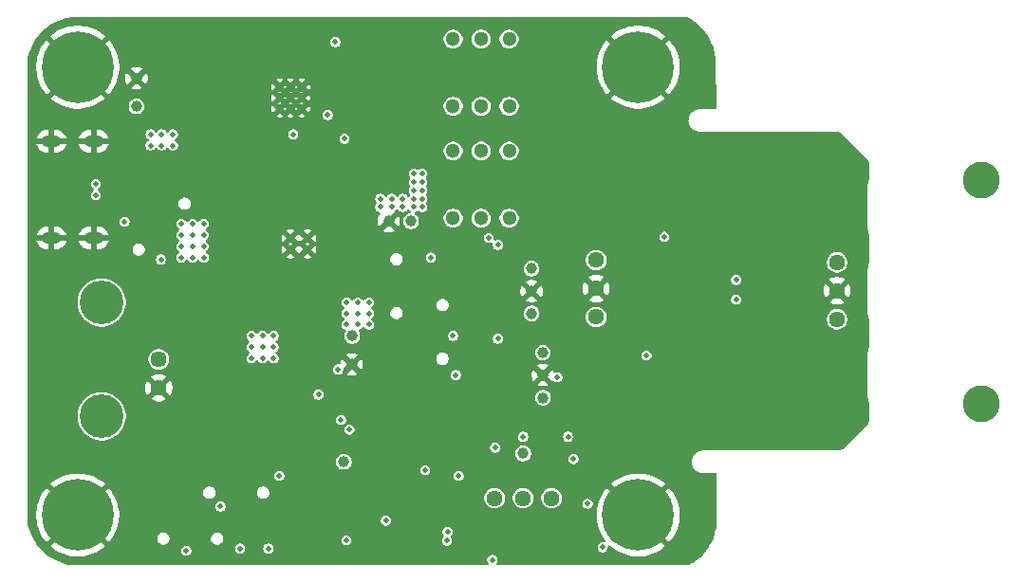
<source format=gbr>
%TF.GenerationSoftware,KiCad,Pcbnew,9.0.0*%
%TF.CreationDate,2025-04-26T17:32:35+02:00*%
%TF.ProjectId,Differential_Probe,44696666-6572-4656-9e74-69616c5f5072,rev?*%
%TF.SameCoordinates,Original*%
%TF.FileFunction,Copper,L2,Inr*%
%TF.FilePolarity,Positive*%
%FSLAX46Y46*%
G04 Gerber Fmt 4.6, Leading zero omitted, Abs format (unit mm)*
G04 Created by KiCad (PCBNEW 9.0.0) date 2025-04-26 17:32:35*
%MOMM*%
%LPD*%
G01*
G04 APERTURE LIST*
%TA.AperFunction,ComponentPad*%
%ADD10C,1.000000*%
%TD*%
%TA.AperFunction,ComponentPad*%
%ADD11C,0.800000*%
%TD*%
%TA.AperFunction,ComponentPad*%
%ADD12C,6.400000*%
%TD*%
%TA.AperFunction,ComponentPad*%
%ADD13C,1.300000*%
%TD*%
%TA.AperFunction,HeatsinkPad*%
%ADD14C,0.500000*%
%TD*%
%TA.AperFunction,ComponentPad*%
%ADD15C,1.440000*%
%TD*%
%TA.AperFunction,ComponentPad*%
%ADD16C,3.300000*%
%TD*%
%TA.AperFunction,ComponentPad*%
%ADD17C,1.446000*%
%TD*%
%TA.AperFunction,ComponentPad*%
%ADD18C,3.900000*%
%TD*%
%TA.AperFunction,HeatsinkPad*%
%ADD19O,1.700000X1.100000*%
%TD*%
%TA.AperFunction,ComponentPad*%
%ADD20C,0.600000*%
%TD*%
%TA.AperFunction,ViaPad*%
%ADD21C,0.500000*%
%TD*%
G04 APERTURE END LIST*
D10*
%TO.N,-12V*%
%TO.C,TP111*%
X129500000Y-129000000D03*
%TD*%
D11*
%TO.N,N/C*%
%TO.C,REF\u002A\u002A*%
X152600000Y-145000000D03*
X153302944Y-143302944D03*
X153302944Y-146697056D03*
X155000000Y-142600000D03*
D12*
%TO.N,GND*%
X155000000Y-145000000D03*
D11*
%TO.N,N/C*%
X155000000Y-147400000D03*
X156697056Y-143302944D03*
X156697056Y-146697056D03*
X157400000Y-145000000D03*
%TD*%
D10*
%TO.N,Net-(U106--)*%
%TO.C,TP107*%
X144750000Y-139500000D03*
%TD*%
%TO.N,/Amplifier/Single_ended_input*%
%TO.C,TP105*%
X146520000Y-134520000D03*
%TD*%
D13*
%TO.N,Net-(SW101-A)*%
%TO.C,SW101*%
X138500000Y-108500000D03*
%TO.N,/Buttons_indication/x10_attenuation*%
X141000000Y-108500000D03*
%TO.N,+5V*%
X143500000Y-108500000D03*
%TO.N,N/C*%
X143500000Y-102500000D03*
X141000000Y-102500000D03*
X138500000Y-102500000D03*
%TD*%
D14*
%TO.N,GND*%
%TO.C,U102*%
X123025000Y-108712500D03*
X124000000Y-108712500D03*
X124975000Y-108712500D03*
X123025000Y-107737500D03*
X124000000Y-107737500D03*
X124975000Y-107737500D03*
X123025000Y-106762500D03*
X124000000Y-106762500D03*
X124975000Y-106762500D03*
%TD*%
D15*
%TO.N,Net-(R104-Pad1)*%
%TO.C,RV101*%
X172750000Y-122440000D03*
%TO.N,GND*%
X172750000Y-124980000D03*
%TO.N,Net-(R110-Pad2)*%
X172750000Y-127520000D03*
%TD*%
D10*
%TO.N,GND*%
%TO.C,GND*%
X132750000Y-118750000D03*
%TD*%
%TO.N,GND*%
%TO.C,GND*%
X129450000Y-131550000D03*
%TD*%
%TO.N,+15V*%
%TO.C,TP108*%
X110250000Y-108500000D03*
%TD*%
%TO.N,-15V*%
%TO.C,TP109*%
X134750000Y-118750000D03*
%TD*%
%TO.N,/Amplifier/Att_N*%
%TO.C,TP104*%
X145500000Y-127000000D03*
%TD*%
%TO.N,GND*%
%TO.C,GND*%
X146500000Y-132500000D03*
%TD*%
D15*
%TO.N,Net-(R120-Pad1)*%
%TO.C,RV102*%
X151250000Y-122240000D03*
%TO.N,GND*%
X151250000Y-124780000D03*
%TO.N,Net-(R123-Pad2)*%
X151250000Y-127320000D03*
%TD*%
D10*
%TO.N,+12V*%
%TO.C,TP110*%
X146500000Y-130500000D03*
%TD*%
D11*
%TO.N,N/C*%
%TO.C,REF\u002A\u002A*%
X102600000Y-145000000D03*
X103302944Y-143302944D03*
X103302944Y-146697056D03*
X105000000Y-142600000D03*
D12*
%TO.N,GND*%
X105000000Y-145000000D03*
D11*
%TO.N,N/C*%
X105000000Y-147400000D03*
X106697056Y-143302944D03*
X106697056Y-146697056D03*
X107400000Y-145000000D03*
%TD*%
D10*
%TO.N,GND*%
%TO.C,GND*%
X145500000Y-125000000D03*
%TD*%
%TO.N,GND*%
%TO.C,GND*%
X110250000Y-106000000D03*
%TD*%
%TO.N,/Amplifier/Att_P*%
%TO.C,TP103*%
X145500000Y-123000000D03*
%TD*%
D15*
%TO.N,Net-(R157-Pad2)*%
%TO.C,RV103*%
X147290000Y-143500000D03*
%TO.N,Net-(U106-+)*%
X144750000Y-143500000D03*
%TO.N,Net-(R158-Pad1)*%
X142210000Y-143500000D03*
%TD*%
D13*
%TO.N,unconnected-(SW102-A-Pad1)*%
%TO.C,SW102*%
X138500000Y-118500000D03*
%TO.N,/Amplifier/BW_Limit*%
X141000000Y-118500000D03*
%TO.N,+5V*%
X143500000Y-118500000D03*
%TO.N,N/C*%
X143500000Y-112500000D03*
X141000000Y-112500000D03*
X138500000Y-112500000D03*
%TD*%
D16*
%TO.N,/Input_attenuator/INPUT_N*%
%TO.C,J103*%
X185640000Y-135080000D03*
%TD*%
D11*
%TO.N,N/C*%
%TO.C,REF\u002A\u002A*%
X102600000Y-105000000D03*
X103302944Y-103302944D03*
X103302944Y-106697056D03*
X105000000Y-102600000D03*
D12*
%TO.N,GND*%
X105000000Y-105000000D03*
D11*
%TO.N,N/C*%
X105000000Y-107400000D03*
X106697056Y-103302944D03*
X106697056Y-106697056D03*
X107400000Y-105000000D03*
%TD*%
D16*
%TO.N,/Input_attenuator/INPUT_P*%
%TO.C,J101*%
X185640000Y-115080000D03*
%TD*%
D17*
%TO.N,/Amplifier/Output*%
%TO.C,J102*%
X112230000Y-131100000D03*
%TO.N,GND*%
X112230000Y-133640000D03*
D18*
%TO.N,N/C*%
X107150000Y-126020000D03*
X107150000Y-136180000D03*
%TD*%
D19*
%TO.N,GND*%
%TO.C,J104*%
X106450000Y-111610000D03*
X102650000Y-111610000D03*
X106450000Y-120250000D03*
X102650000Y-120250000D03*
%TD*%
D11*
%TO.N,N/C*%
%TO.C,REF\u002A\u002A*%
X152600000Y-105000000D03*
X153302944Y-103302944D03*
X153302944Y-106697056D03*
X155000000Y-102600000D03*
D12*
%TO.N,GND*%
X155000000Y-105000000D03*
D11*
%TO.N,N/C*%
X155000000Y-107400000D03*
%TO.N,GND*%
X156697056Y-103302944D03*
%TO.N,N/C*%
X156697056Y-106697056D03*
X157400000Y-105000000D03*
%TD*%
D10*
%TO.N,Net-(R136-Pad1)*%
%TO.C,TP106*%
X128750000Y-140250000D03*
%TD*%
D20*
%TO.N,GND*%
%TO.C,U101*%
X125500000Y-120275000D03*
X124000000Y-120275000D03*
X124750000Y-120775000D03*
X125500000Y-121275000D03*
X124000000Y-121275000D03*
%TD*%
D21*
%TO.N,GND*%
X133500000Y-134500000D03*
X103500000Y-109000000D03*
X109000000Y-119800000D03*
X115000000Y-101250000D03*
X102500000Y-110000000D03*
X117500000Y-134000000D03*
X144500000Y-136750000D03*
X116000000Y-102250000D03*
X116000000Y-101250000D03*
X167250000Y-138010000D03*
X156750000Y-118500000D03*
X112000000Y-143000000D03*
X123000000Y-115000000D03*
X108000000Y-122750000D03*
X105500000Y-110000000D03*
X127933411Y-139316589D03*
X117000000Y-101250000D03*
X104500000Y-110000000D03*
X132500000Y-129000000D03*
X117500000Y-137750000D03*
X139000000Y-122500000D03*
X156750000Y-112010000D03*
X107000000Y-121750000D03*
X149075000Y-144152500D03*
X135500000Y-111000000D03*
X164250000Y-112010000D03*
X159750000Y-138010000D03*
X101500000Y-109000000D03*
X125600000Y-113200000D03*
X102000000Y-122750000D03*
X138500000Y-137375000D03*
X136500000Y-111000000D03*
X108000000Y-121750000D03*
X121000000Y-106500000D03*
X102000000Y-121750000D03*
X119000000Y-102250000D03*
X106000000Y-122750000D03*
X133500000Y-136500000D03*
X139510000Y-125990000D03*
X107500000Y-110000000D03*
X134500000Y-135500000D03*
X103000000Y-122750000D03*
X101500000Y-110000000D03*
X147250000Y-144750000D03*
X105500000Y-109000000D03*
X118000000Y-102250000D03*
X106500000Y-109000000D03*
X140250000Y-144000000D03*
X134500000Y-134500000D03*
X167250000Y-112010000D03*
X108250000Y-113000000D03*
X117000000Y-102250000D03*
X119000000Y-101250000D03*
X125500000Y-137750000D03*
X159750000Y-112010000D03*
X130000000Y-121000000D03*
X107500000Y-109000000D03*
X139500000Y-124500000D03*
X104250000Y-118000000D03*
X158000000Y-121237500D03*
X133500000Y-144750000D03*
X137000000Y-138825000D03*
X103000000Y-121750000D03*
X133500000Y-135500000D03*
X125300000Y-118050000D03*
X133750000Y-143750000D03*
X174000000Y-112500000D03*
X104500000Y-109000000D03*
X135500000Y-112000000D03*
X129000000Y-143750000D03*
X108500000Y-110000000D03*
X101000000Y-121750000D03*
X153500000Y-140000000D03*
X169000000Y-128737500D03*
X102800000Y-118000000D03*
X124250000Y-132500000D03*
X133000000Y-143750000D03*
X105000000Y-121750000D03*
X134500000Y-136500000D03*
X158250000Y-112010000D03*
X136500000Y-112000000D03*
X149900000Y-111410000D03*
X158250000Y-138010000D03*
X118500000Y-121000000D03*
X165750000Y-138010000D03*
X142500000Y-145000000D03*
X174000000Y-137750000D03*
X108500000Y-109000000D03*
X129000000Y-148000000D03*
X102500000Y-109000000D03*
X105000000Y-122750000D03*
X104000000Y-121750000D03*
X164260000Y-138000000D03*
X103500000Y-110000000D03*
X101000000Y-122750000D03*
X144600000Y-133570000D03*
X165750000Y-112010000D03*
X136500000Y-113000000D03*
X118000000Y-101250000D03*
X139313051Y-140873899D03*
X153750000Y-110000000D03*
X156750000Y-138010000D03*
X123000000Y-113500000D03*
X131675000Y-131425000D03*
X106000000Y-121750000D03*
X104000000Y-122750000D03*
X149900000Y-138660000D03*
X125500000Y-114000000D03*
X123000000Y-112000000D03*
X119500000Y-121000000D03*
X129500000Y-138250000D03*
X115000000Y-102250000D03*
X132550000Y-124200000D03*
X106500000Y-110000000D03*
X140750000Y-120500000D03*
X135500000Y-113000000D03*
X131000000Y-121000000D03*
X136250000Y-131500000D03*
X107000000Y-122750000D03*
X138975500Y-127750000D03*
%TO.N,+15V*%
X113500000Y-111000000D03*
X112500000Y-112000000D03*
X112500000Y-111000000D03*
X111500000Y-112000000D03*
X111500000Y-111000000D03*
X113500000Y-112000000D03*
%TO.N,-15V*%
X133000000Y-117500000D03*
X135000000Y-116000000D03*
X134000000Y-117500000D03*
X128000000Y-102750000D03*
X135750000Y-114500000D03*
X135000000Y-116750000D03*
X135000000Y-117500000D03*
X135000000Y-114500000D03*
X132000000Y-117500000D03*
X135750000Y-117500000D03*
X134000000Y-116750000D03*
X135750000Y-115250000D03*
X135000000Y-115250000D03*
X132000000Y-116750000D03*
X135750000Y-116750000D03*
X135750000Y-116000000D03*
X133000000Y-116750000D03*
%TO.N,/Amplifier/Att_N*%
X163750000Y-125750000D03*
%TO.N,+5V*%
X115250000Y-122000000D03*
X128800000Y-111400000D03*
X114250000Y-119000000D03*
X116250000Y-120000000D03*
X115250000Y-121000000D03*
X128972182Y-147250000D03*
X116250000Y-119000000D03*
X116250000Y-122000000D03*
X114250000Y-120000000D03*
X117750000Y-144250000D03*
X114250000Y-122000000D03*
X115250000Y-119000000D03*
X123000000Y-141500000D03*
X122000000Y-148000000D03*
X115250000Y-120000000D03*
X109200000Y-118800000D03*
X116250000Y-121000000D03*
X114250000Y-121000000D03*
%TO.N,/Amplifier/BW_Limit*%
X126500000Y-134250000D03*
%TO.N,+12V*%
X147800000Y-132700000D03*
X142250000Y-139000000D03*
X120500000Y-131000000D03*
X136000000Y-141000000D03*
X141675000Y-120250000D03*
X128500000Y-136500000D03*
X122500000Y-130000000D03*
X142500000Y-129250000D03*
X122500000Y-129000000D03*
X121500000Y-129000000D03*
X139000000Y-141500000D03*
X121500000Y-131000000D03*
X142000000Y-149000000D03*
X120500000Y-130000000D03*
X120500000Y-129000000D03*
X121500000Y-130000000D03*
X129250000Y-137375000D03*
X122500000Y-131000000D03*
%TO.N,-12V*%
X131000000Y-128000000D03*
X150500000Y-144000000D03*
X130000000Y-126000000D03*
X130000000Y-127000000D03*
X142500000Y-120874500D03*
X151840000Y-147887500D03*
X157350000Y-120150000D03*
X149250000Y-140000000D03*
X129000000Y-127000000D03*
X128250000Y-132000000D03*
X130000000Y-128000000D03*
X129000000Y-128000000D03*
X129000000Y-126000000D03*
X131000000Y-126000000D03*
X131000000Y-127000000D03*
X138750000Y-132500000D03*
%TO.N,Net-(U102-ENN)*%
X127310000Y-109277500D03*
X124250000Y-111000000D03*
%TO.N,Net-(D101-A)*%
X138500000Y-129000000D03*
%TO.N,Net-(D102-A)*%
X114700000Y-148200000D03*
%TO.N,Net-(D112-K)*%
X112425000Y-122175000D03*
%TO.N,Net-(D113-A)*%
X136500000Y-122000000D03*
%TO.N,Net-(J104-CC1)*%
X106630000Y-115430000D03*
%TO.N,Net-(J104-CC2)*%
X106630000Y-116430000D03*
%TO.N,/Amplifier/Att_P*%
X163750000Y-124000000D03*
%TO.N,Net-(D111-A)*%
X119500000Y-148000000D03*
%TO.N,Net-(D111-K)*%
X132500000Y-145500000D03*
%TO.N,/Buttons_indication/x10_attenuation*%
X155750000Y-130750000D03*
%TO.N,Net-(U104B--)*%
X137950000Y-147300000D03*
%TO.N,Net-(U104B-+)*%
X144750000Y-137999000D03*
%TO.N,Net-(U104A--)*%
X148750000Y-138000000D03*
%TO.N,Net-(U104A-+)*%
X138000000Y-146500000D03*
%TD*%
%TA.AperFunction,Conductor*%
%TO.N,GND*%
G36*
X106367334Y-146013780D02*
G01*
X106400819Y-146075103D01*
X106395835Y-146144795D01*
X106353963Y-146200728D01*
X106341658Y-146208845D01*
X106328346Y-146216531D01*
X106328338Y-146216537D01*
X106216537Y-146328338D01*
X106216531Y-146328346D01*
X106208845Y-146341658D01*
X106158276Y-146389871D01*
X106089668Y-146403091D01*
X106024804Y-146377120D01*
X106013780Y-146367334D01*
X105940698Y-146294252D01*
X106042330Y-146220412D01*
X106220412Y-146042330D01*
X106294252Y-145940698D01*
X106367334Y-146013780D01*
G37*
%TD.AperFunction*%
%TA.AperFunction,Conductor*%
G36*
X103779588Y-146042330D02*
G01*
X103957670Y-146220412D01*
X104059300Y-146294251D01*
X103986218Y-146367334D01*
X103924895Y-146400819D01*
X103855203Y-146395835D01*
X103799270Y-146353963D01*
X103791148Y-146341650D01*
X103783467Y-146328346D01*
X103783464Y-146328340D01*
X103671660Y-146216536D01*
X103671659Y-146216535D01*
X103658344Y-146208848D01*
X103610129Y-146158280D01*
X103596907Y-146089673D01*
X103622875Y-146024809D01*
X103632664Y-146013780D01*
X103705747Y-145940696D01*
X103779588Y-146042330D01*
G37*
%TD.AperFunction*%
%TA.AperFunction,Conductor*%
G36*
X103975189Y-143622875D02*
G01*
X103986219Y-143632665D01*
X104059301Y-143705747D01*
X103957670Y-143779588D01*
X103779588Y-143957670D01*
X103705747Y-144059301D01*
X103632665Y-143986219D01*
X103599180Y-143924896D01*
X103604164Y-143855204D01*
X103646036Y-143799271D01*
X103658347Y-143791150D01*
X103671660Y-143783464D01*
X103783464Y-143671660D01*
X103791150Y-143658346D01*
X103841717Y-143610131D01*
X103910324Y-143596907D01*
X103975189Y-143622875D01*
G37*
%TD.AperFunction*%
%TA.AperFunction,Conductor*%
G36*
X106144794Y-143604163D02*
G01*
X106200728Y-143646034D01*
X106208848Y-143658344D01*
X106216534Y-143671658D01*
X106216536Y-143671660D01*
X106328340Y-143783464D01*
X106341650Y-143791149D01*
X106389867Y-143841714D01*
X106403092Y-143910321D01*
X106377125Y-143975186D01*
X106367334Y-143986218D01*
X106294251Y-144059300D01*
X106220412Y-143957670D01*
X106042330Y-143779588D01*
X105940696Y-143705747D01*
X106013780Y-143632664D01*
X106075103Y-143599179D01*
X106144794Y-143604163D01*
G37*
%TD.AperFunction*%
%TA.AperFunction,Conductor*%
G36*
X156367334Y-146013780D02*
G01*
X156400819Y-146075103D01*
X156395835Y-146144795D01*
X156353963Y-146200728D01*
X156341658Y-146208845D01*
X156328346Y-146216531D01*
X156328338Y-146216537D01*
X156216537Y-146328338D01*
X156216531Y-146328346D01*
X156208845Y-146341658D01*
X156158276Y-146389871D01*
X156089668Y-146403091D01*
X156024804Y-146377120D01*
X156013780Y-146367334D01*
X155940698Y-146294252D01*
X156042330Y-146220412D01*
X156220412Y-146042330D01*
X156294252Y-145940698D01*
X156367334Y-146013780D01*
G37*
%TD.AperFunction*%
%TA.AperFunction,Conductor*%
G36*
X153975189Y-143622875D02*
G01*
X153986219Y-143632665D01*
X154059301Y-143705747D01*
X153957670Y-143779588D01*
X153779588Y-143957670D01*
X153705747Y-144059301D01*
X153632665Y-143986219D01*
X153599180Y-143924896D01*
X153604164Y-143855204D01*
X153646036Y-143799271D01*
X153658347Y-143791150D01*
X153671660Y-143783464D01*
X153783464Y-143671660D01*
X153791150Y-143658346D01*
X153841717Y-143610131D01*
X153910324Y-143596907D01*
X153975189Y-143622875D01*
G37*
%TD.AperFunction*%
%TA.AperFunction,Conductor*%
G36*
X156144794Y-143604163D02*
G01*
X156200728Y-143646034D01*
X156208848Y-143658344D01*
X156216534Y-143671658D01*
X156216536Y-143671660D01*
X156328340Y-143783464D01*
X156341650Y-143791149D01*
X156389867Y-143841714D01*
X156403092Y-143910321D01*
X156377125Y-143975186D01*
X156367334Y-143986218D01*
X156294251Y-144059300D01*
X156220412Y-143957670D01*
X156042330Y-143779588D01*
X155940696Y-143705747D01*
X156013780Y-143632664D01*
X156075103Y-143599179D01*
X156144794Y-143604163D01*
G37*
%TD.AperFunction*%
%TA.AperFunction,Conductor*%
G36*
X106367334Y-106013780D02*
G01*
X106400819Y-106075103D01*
X106395835Y-106144795D01*
X106353963Y-106200728D01*
X106341658Y-106208845D01*
X106328346Y-106216531D01*
X106328338Y-106216537D01*
X106216537Y-106328338D01*
X106216531Y-106328346D01*
X106208845Y-106341658D01*
X106158276Y-106389871D01*
X106089668Y-106403091D01*
X106024804Y-106377120D01*
X106013780Y-106367334D01*
X105940698Y-106294252D01*
X106042330Y-106220412D01*
X106220412Y-106042330D01*
X106294252Y-105940698D01*
X106367334Y-106013780D01*
G37*
%TD.AperFunction*%
%TA.AperFunction,Conductor*%
G36*
X103779588Y-106042330D02*
G01*
X103957670Y-106220412D01*
X104059300Y-106294251D01*
X103986218Y-106367334D01*
X103924895Y-106400819D01*
X103855203Y-106395835D01*
X103799270Y-106353963D01*
X103791148Y-106341650D01*
X103783467Y-106328346D01*
X103783464Y-106328340D01*
X103671660Y-106216536D01*
X103671659Y-106216535D01*
X103658344Y-106208848D01*
X103610129Y-106158280D01*
X103596907Y-106089673D01*
X103622875Y-106024809D01*
X103632664Y-106013780D01*
X103705747Y-105940696D01*
X103779588Y-106042330D01*
G37*
%TD.AperFunction*%
%TA.AperFunction,Conductor*%
G36*
X103975189Y-103622875D02*
G01*
X103986219Y-103632665D01*
X104059301Y-103705747D01*
X103957670Y-103779588D01*
X103779588Y-103957670D01*
X103705747Y-104059301D01*
X103632665Y-103986219D01*
X103599180Y-103924896D01*
X103604164Y-103855204D01*
X103646036Y-103799271D01*
X103658347Y-103791150D01*
X103671660Y-103783464D01*
X103783464Y-103671660D01*
X103791150Y-103658346D01*
X103841717Y-103610131D01*
X103910324Y-103596907D01*
X103975189Y-103622875D01*
G37*
%TD.AperFunction*%
%TA.AperFunction,Conductor*%
G36*
X106144794Y-103604163D02*
G01*
X106200728Y-103646034D01*
X106208848Y-103658344D01*
X106216534Y-103671658D01*
X106216536Y-103671660D01*
X106328340Y-103783464D01*
X106341650Y-103791149D01*
X106389867Y-103841714D01*
X106403092Y-103910321D01*
X106377125Y-103975186D01*
X106367334Y-103986218D01*
X106294251Y-104059300D01*
X106220412Y-103957670D01*
X106042330Y-103779588D01*
X105940696Y-103705747D01*
X106013780Y-103632664D01*
X106075103Y-103599179D01*
X106144794Y-103604163D01*
G37*
%TD.AperFunction*%
%TA.AperFunction,Conductor*%
G36*
X156367334Y-106013780D02*
G01*
X156400819Y-106075103D01*
X156395835Y-106144795D01*
X156353963Y-106200728D01*
X156341658Y-106208845D01*
X156328346Y-106216531D01*
X156328338Y-106216537D01*
X156216537Y-106328338D01*
X156216531Y-106328346D01*
X156208845Y-106341658D01*
X156158276Y-106389871D01*
X156089668Y-106403091D01*
X156024804Y-106377120D01*
X156013780Y-106367334D01*
X155940698Y-106294252D01*
X156042330Y-106220412D01*
X156220412Y-106042330D01*
X156294252Y-105940698D01*
X156367334Y-106013780D01*
G37*
%TD.AperFunction*%
%TA.AperFunction,Conductor*%
G36*
X153779588Y-106042330D02*
G01*
X153957670Y-106220412D01*
X154059300Y-106294251D01*
X153986218Y-106367334D01*
X153924895Y-106400819D01*
X153855203Y-106395835D01*
X153799270Y-106353963D01*
X153791148Y-106341650D01*
X153783467Y-106328346D01*
X153783464Y-106328340D01*
X153671660Y-106216536D01*
X153671659Y-106216535D01*
X153658344Y-106208848D01*
X153610129Y-106158280D01*
X153596907Y-106089673D01*
X153622875Y-106024809D01*
X153632664Y-106013780D01*
X153705747Y-105940696D01*
X153779588Y-106042330D01*
G37*
%TD.AperFunction*%
%TA.AperFunction,Conductor*%
G36*
X153975189Y-103622875D02*
G01*
X153986219Y-103632665D01*
X154059301Y-103705747D01*
X153957670Y-103779588D01*
X153779588Y-103957670D01*
X153705747Y-104059301D01*
X153632665Y-103986219D01*
X153599180Y-103924896D01*
X153604164Y-103855204D01*
X153646036Y-103799271D01*
X153658347Y-103791150D01*
X153671660Y-103783464D01*
X153783464Y-103671660D01*
X153791150Y-103658346D01*
X153841717Y-103610131D01*
X153910324Y-103596907D01*
X153975189Y-103622875D01*
G37*
%TD.AperFunction*%
%TA.AperFunction,Conductor*%
G36*
X159402582Y-100515989D02*
G01*
X159714402Y-100688441D01*
X159724102Y-100694403D01*
X160069190Y-100928990D01*
X160078280Y-100935800D01*
X160400408Y-101201059D01*
X160408846Y-101208684D01*
X160705280Y-101502368D01*
X160712981Y-101510733D01*
X160974685Y-101822570D01*
X160981218Y-101830354D01*
X160988129Y-101839402D01*
X161225919Y-102182280D01*
X161231971Y-102191924D01*
X161437307Y-102555163D01*
X161442449Y-102565321D01*
X161613603Y-102945863D01*
X161617792Y-102956450D01*
X161753322Y-103351092D01*
X161756522Y-103362019D01*
X161855283Y-103767428D01*
X161857467Y-103778602D01*
X161918625Y-104191356D01*
X161919775Y-104202683D01*
X161942975Y-104622141D01*
X161943159Y-104627833D01*
X161979271Y-108499896D01*
X161978612Y-108513867D01*
X161965681Y-108638315D01*
X161939173Y-108702962D01*
X161881923Y-108743014D01*
X161842345Y-108749500D01*
X160570946Y-108749500D01*
X160556183Y-108747822D01*
X160556143Y-108748247D01*
X160548061Y-108747473D01*
X160493838Y-108749402D01*
X160492955Y-108749434D01*
X160491081Y-108749500D01*
X160434108Y-108749500D01*
X160425504Y-108751804D01*
X160411404Y-108752300D01*
X160411002Y-108752197D01*
X160410002Y-108752341D01*
X160350444Y-108753759D01*
X160348550Y-108754078D01*
X160347099Y-108754313D01*
X160345087Y-108754626D01*
X160285297Y-108772946D01*
X160283906Y-108773363D01*
X160221106Y-108791803D01*
X160208203Y-108794853D01*
X160201596Y-108796045D01*
X160201590Y-108796047D01*
X160145865Y-108813859D01*
X160143097Y-108814708D01*
X160086992Y-108831183D01*
X160081483Y-108833620D01*
X160076063Y-108836174D01*
X160026869Y-108867788D01*
X160026538Y-108868000D01*
X160025422Y-108868711D01*
X159974466Y-108899772D01*
X159970912Y-108903498D01*
X159959994Y-108910466D01*
X159957602Y-108911159D01*
X159948802Y-108916816D01*
X159944922Y-108918758D01*
X159896496Y-108951533D01*
X159894037Y-108953155D01*
X159844857Y-108984762D01*
X159840286Y-108988627D01*
X159835787Y-108992621D01*
X159797522Y-109036780D01*
X159797264Y-109037077D01*
X159796410Y-109038055D01*
X159756216Y-109082273D01*
X159753854Y-109086852D01*
X159745342Y-109096613D01*
X159743243Y-109097952D01*
X159736394Y-109105857D01*
X159733220Y-109108812D01*
X159695977Y-109153916D01*
X159694075Y-109156164D01*
X159655807Y-109200328D01*
X159652467Y-109205392D01*
X159649313Y-109210431D01*
X159625035Y-109263593D01*
X159624870Y-109263954D01*
X159624325Y-109265136D01*
X159598224Y-109318869D01*
X159597248Y-109323927D01*
X159591830Y-109335692D01*
X159590195Y-109337566D01*
X159585852Y-109347077D01*
X159583635Y-109350813D01*
X159560625Y-109404545D01*
X159559434Y-109407238D01*
X159535141Y-109460435D01*
X159533379Y-109466181D01*
X159531760Y-109471950D01*
X159523435Y-109529848D01*
X159523378Y-109530239D01*
X159523192Y-109531497D01*
X159513290Y-109590392D01*
X159513778Y-109595517D01*
X159511895Y-109608328D01*
X159510854Y-109610588D01*
X159509366Y-109620940D01*
X159508290Y-109625154D01*
X159501349Y-109683207D01*
X159500964Y-109686128D01*
X159492645Y-109743994D01*
X159492573Y-109749999D01*
X159492645Y-109756006D01*
X159500964Y-109813871D01*
X159501020Y-109814260D01*
X159501200Y-109815545D01*
X159508291Y-109874844D01*
X159510205Y-109879628D01*
X159512008Y-109892453D01*
X159511646Y-109894914D01*
X159513135Y-109905269D01*
X159513290Y-109909613D01*
X159522981Y-109967245D01*
X159523436Y-109970157D01*
X159531759Y-110028043D01*
X159533398Y-110033880D01*
X159535140Y-110039560D01*
X159535142Y-110039565D01*
X159535143Y-110039568D01*
X159559503Y-110092910D01*
X159559589Y-110093099D01*
X159560124Y-110094281D01*
X159583636Y-110149186D01*
X159586818Y-110153233D01*
X159592159Y-110165028D01*
X159592505Y-110167491D01*
X159596851Y-110177007D01*
X159598223Y-110181130D01*
X159598224Y-110181132D01*
X159623787Y-110233754D01*
X159625008Y-110236347D01*
X159639401Y-110267861D01*
X159649310Y-110289560D01*
X159652518Y-110294685D01*
X159655803Y-110299665D01*
X159655806Y-110299669D01*
X159655807Y-110299670D01*
X159694460Y-110344279D01*
X159695146Y-110345075D01*
X159733217Y-110391184D01*
X159737412Y-110394171D01*
X159745860Y-110403984D01*
X159746887Y-110406254D01*
X159753738Y-110414159D01*
X159756213Y-110417724D01*
X159756216Y-110417727D01*
X159795592Y-110461043D01*
X159797484Y-110463174D01*
X159835783Y-110507373D01*
X159835787Y-110507376D01*
X159840306Y-110511387D01*
X159844856Y-110515235D01*
X159844862Y-110515241D01*
X159870266Y-110531567D01*
X159894054Y-110546855D01*
X159894388Y-110547070D01*
X159895463Y-110547766D01*
X159944920Y-110581240D01*
X159949787Y-110582924D01*
X159960663Y-110589963D01*
X159962290Y-110591853D01*
X159971101Y-110597516D01*
X159974464Y-110600226D01*
X159974466Y-110600228D01*
X160024400Y-110630663D01*
X160026814Y-110632175D01*
X160076064Y-110663826D01*
X160076067Y-110663826D01*
X160081474Y-110666374D01*
X160086994Y-110668817D01*
X160143120Y-110685297D01*
X160145870Y-110686141D01*
X160201590Y-110703953D01*
X160201600Y-110703953D01*
X160208190Y-110705143D01*
X160221106Y-110708195D01*
X160284020Y-110726668D01*
X160285208Y-110727025D01*
X160344836Y-110745297D01*
X160344840Y-110745297D01*
X160345075Y-110745369D01*
X160347034Y-110745675D01*
X160347067Y-110745680D01*
X160350688Y-110746244D01*
X160350693Y-110746246D01*
X160409998Y-110747657D01*
X160425980Y-110749956D01*
X160426049Y-110749439D01*
X160434108Y-110750500D01*
X160488889Y-110750500D01*
X160493296Y-110750577D01*
X160548059Y-110752526D01*
X160548059Y-110752525D01*
X160548061Y-110752526D01*
X160556143Y-110751753D01*
X160556183Y-110752177D01*
X160570946Y-110750500D01*
X163723134Y-110750500D01*
X163770166Y-110750513D01*
X164444044Y-110750708D01*
X164451941Y-110752526D01*
X164502557Y-110750725D01*
X166145111Y-110751202D01*
X172344336Y-110753001D01*
X172351223Y-110753196D01*
X172709310Y-110773403D01*
X172723093Y-110774960D01*
X173047537Y-110830161D01*
X173110324Y-110860811D01*
X173114418Y-110864723D01*
X175526587Y-113276892D01*
X175560072Y-113338215D01*
X175561163Y-113343854D01*
X175616263Y-113668990D01*
X175617814Y-113682819D01*
X175637737Y-114040817D01*
X175637929Y-114047775D01*
X175637440Y-114942161D01*
X175632842Y-114958520D01*
X175633216Y-114974183D01*
X175620122Y-115003781D01*
X175619323Y-115006628D01*
X175618533Y-115007923D01*
X175586174Y-115058277D01*
X175584331Y-115064038D01*
X175581183Y-115069205D01*
X175581182Y-115069207D01*
X175581182Y-115069208D01*
X175579155Y-115076112D01*
X175564712Y-115125294D01*
X175563849Y-115128108D01*
X175546047Y-115183802D01*
X175544854Y-115190411D01*
X175541804Y-115203311D01*
X175523346Y-115266175D01*
X175522928Y-115267568D01*
X175504628Y-115327289D01*
X175504316Y-115329298D01*
X175503753Y-115332906D01*
X175502341Y-115392215D01*
X175500044Y-115408196D01*
X175500560Y-115408264D01*
X175499500Y-115416319D01*
X175499500Y-115471100D01*
X175499422Y-115475508D01*
X175497473Y-115530277D01*
X175498247Y-115538361D01*
X175497822Y-115538401D01*
X175499500Y-115553162D01*
X175499500Y-119425352D01*
X175497474Y-119434154D01*
X175499500Y-119491109D01*
X175499500Y-119548105D01*
X175500560Y-119556158D01*
X175500124Y-119556215D01*
X175502295Y-119570693D01*
X175502325Y-119571525D01*
X175503754Y-119631520D01*
X175504591Y-119634373D01*
X175504699Y-119637365D01*
X175522912Y-119696800D01*
X175523332Y-119698197D01*
X175541805Y-119761114D01*
X175544854Y-119774016D01*
X175546046Y-119780623D01*
X175563840Y-119836287D01*
X175564705Y-119839105D01*
X175581182Y-119895219D01*
X175583630Y-119900752D01*
X175586172Y-119906147D01*
X175614990Y-119950990D01*
X175634674Y-120018030D01*
X175634674Y-120018096D01*
X175633340Y-122466329D01*
X175628787Y-122482604D01*
X175629194Y-122498058D01*
X175616261Y-122527390D01*
X175615381Y-122530537D01*
X175614539Y-122531925D01*
X175586174Y-122576064D01*
X175584375Y-122581688D01*
X175581239Y-122586863D01*
X175581184Y-122586987D01*
X175564712Y-122643081D01*
X175563849Y-122645895D01*
X175546047Y-122701589D01*
X175544854Y-122708198D01*
X175541804Y-122721098D01*
X175523346Y-122783962D01*
X175522928Y-122785355D01*
X175504628Y-122845076D01*
X175504316Y-122847085D01*
X175503753Y-122850693D01*
X175502341Y-122910002D01*
X175500044Y-122925983D01*
X175500560Y-122926051D01*
X175499500Y-122934106D01*
X175499500Y-122988887D01*
X175499422Y-122993295D01*
X175497473Y-123048064D01*
X175498247Y-123056148D01*
X175497822Y-123056188D01*
X175499500Y-123070949D01*
X175499500Y-126943139D01*
X175497474Y-126951941D01*
X175499500Y-127008896D01*
X175499500Y-127065892D01*
X175500560Y-127073945D01*
X175500124Y-127074002D01*
X175502295Y-127088480D01*
X175502325Y-127089312D01*
X175503754Y-127149307D01*
X175504591Y-127152160D01*
X175504699Y-127155152D01*
X175522912Y-127214587D01*
X175523332Y-127215984D01*
X175541805Y-127278901D01*
X175544854Y-127291803D01*
X175546046Y-127298410D01*
X175563840Y-127354074D01*
X175564705Y-127356892D01*
X175581182Y-127413006D01*
X175583630Y-127418539D01*
X175586172Y-127423934D01*
X175610896Y-127462406D01*
X175630580Y-127529445D01*
X175630580Y-127529512D01*
X175629258Y-129954894D01*
X175624761Y-129971062D01*
X175625207Y-129986264D01*
X175612465Y-130015278D01*
X175611491Y-130018784D01*
X175610556Y-130020335D01*
X175586174Y-130058277D01*
X175584430Y-130063730D01*
X175581313Y-130068908D01*
X175581184Y-130069200D01*
X175564712Y-130125294D01*
X175563849Y-130128108D01*
X175546047Y-130183802D01*
X175544854Y-130190411D01*
X175541804Y-130203311D01*
X175523346Y-130266175D01*
X175522928Y-130267568D01*
X175504628Y-130327289D01*
X175504316Y-130329298D01*
X175503753Y-130332906D01*
X175502341Y-130392215D01*
X175500044Y-130408196D01*
X175500560Y-130408264D01*
X175499500Y-130416319D01*
X175499500Y-130471100D01*
X175499422Y-130475508D01*
X175497473Y-130530277D01*
X175498247Y-130538361D01*
X175497822Y-130538401D01*
X175499500Y-130553162D01*
X175499500Y-134425352D01*
X175497474Y-134434154D01*
X175499500Y-134491109D01*
X175499500Y-134548105D01*
X175500560Y-134556158D01*
X175500124Y-134556215D01*
X175502295Y-134570693D01*
X175502325Y-134571525D01*
X175503754Y-134631520D01*
X175504591Y-134634373D01*
X175504699Y-134637365D01*
X175522912Y-134696800D01*
X175523332Y-134698197D01*
X175541805Y-134761114D01*
X175544854Y-134774016D01*
X175546046Y-134780623D01*
X175563840Y-134836287D01*
X175564705Y-134839105D01*
X175581182Y-134895219D01*
X175583630Y-134900752D01*
X175586170Y-134906143D01*
X175606822Y-134938278D01*
X175626506Y-135005318D01*
X175626506Y-135005385D01*
X175625849Y-136210382D01*
X175625650Y-136217329D01*
X175607143Y-136543923D01*
X175605581Y-136557731D01*
X175568138Y-136777531D01*
X175537475Y-136840313D01*
X175533580Y-136844389D01*
X173247380Y-139130589D01*
X173186057Y-139164074D01*
X173180349Y-139165176D01*
X172959052Y-139202551D01*
X172945210Y-139204096D01*
X172618689Y-139222050D01*
X172611725Y-139222237D01*
X162372759Y-139209355D01*
X162310101Y-139209277D01*
X162310099Y-139209277D01*
X162310097Y-139209276D01*
X162039909Y-139208937D01*
X162039570Y-139208937D01*
X162039569Y-139208937D01*
X162035223Y-139213275D01*
X161973864Y-139246694D01*
X161947636Y-139249500D01*
X160848877Y-139249500D01*
X160840955Y-139247647D01*
X160783103Y-139249500D01*
X160725226Y-139249500D01*
X160717174Y-139250560D01*
X160717097Y-139249981D01*
X160703222Y-139252033D01*
X160702586Y-139252053D01*
X160641792Y-139253499D01*
X160639779Y-139254088D01*
X160637677Y-139254157D01*
X160577165Y-139272467D01*
X160576183Y-139272760D01*
X160512121Y-139291567D01*
X160499211Y-139294617D01*
X160492617Y-139295806D01*
X160436909Y-139313612D01*
X160434090Y-139314476D01*
X160378014Y-139330939D01*
X160372530Y-139333365D01*
X160367084Y-139335931D01*
X160317917Y-139367527D01*
X160317590Y-139367737D01*
X160316513Y-139368423D01*
X160265488Y-139399524D01*
X160261921Y-139403263D01*
X160250982Y-139410245D01*
X160248591Y-139410938D01*
X160239788Y-139416596D01*
X160235875Y-139418554D01*
X160187481Y-139451307D01*
X160185020Y-139452930D01*
X160135812Y-139484553D01*
X160131242Y-139488418D01*
X160126737Y-139492417D01*
X160088456Y-139536593D01*
X160088202Y-139536885D01*
X160087347Y-139537864D01*
X160047166Y-139582065D01*
X160044797Y-139586657D01*
X160036277Y-139596428D01*
X160034179Y-139597766D01*
X160027325Y-139605677D01*
X160024109Y-139608671D01*
X159986861Y-139653782D01*
X159984956Y-139656034D01*
X159946705Y-139700176D01*
X159943350Y-139705262D01*
X159940207Y-139710284D01*
X159915929Y-139763443D01*
X159915767Y-139763797D01*
X159915221Y-139764981D01*
X159889118Y-139818717D01*
X159888139Y-139823789D01*
X159882712Y-139835575D01*
X159881079Y-139837447D01*
X159876733Y-139846964D01*
X159874497Y-139850733D01*
X159851470Y-139904505D01*
X159850277Y-139907201D01*
X159826000Y-139960360D01*
X159824237Y-139966108D01*
X159822615Y-139971885D01*
X159814289Y-140029789D01*
X159814234Y-140030172D01*
X159814044Y-140031458D01*
X159804148Y-140090313D01*
X159804638Y-140095452D01*
X159802753Y-140108281D01*
X159801711Y-140110542D01*
X159800223Y-140120901D01*
X159799137Y-140125155D01*
X159792197Y-140183199D01*
X159791812Y-140186121D01*
X159783492Y-140243991D01*
X159783420Y-140249999D01*
X159783492Y-140256008D01*
X159791812Y-140313877D01*
X159791867Y-140314260D01*
X159792046Y-140315540D01*
X159799137Y-140374843D01*
X159801058Y-140379641D01*
X159802864Y-140392487D01*
X159802501Y-140394954D01*
X159803992Y-140405323D01*
X159804147Y-140409688D01*
X159813836Y-140467302D01*
X159814290Y-140470214D01*
X159822616Y-140528116D01*
X159824244Y-140533916D01*
X159826000Y-140539639D01*
X159826002Y-140539645D01*
X159826003Y-140539646D01*
X159845262Y-140581817D01*
X159850274Y-140592791D01*
X159850437Y-140593148D01*
X159850957Y-140594298D01*
X159874495Y-140649261D01*
X159877687Y-140653320D01*
X159883036Y-140665131D01*
X159883382Y-140667597D01*
X159887729Y-140677112D01*
X159889117Y-140681280D01*
X159889118Y-140681283D01*
X159914671Y-140733884D01*
X159915929Y-140736554D01*
X159940207Y-140789713D01*
X159943387Y-140794793D01*
X159946702Y-140799818D01*
X159946703Y-140799820D01*
X159956610Y-140811253D01*
X159984991Y-140844006D01*
X159985245Y-140844300D01*
X159986080Y-140845270D01*
X160024111Y-140891330D01*
X160028321Y-140894328D01*
X160036787Y-140904160D01*
X160037815Y-140906429D01*
X160044672Y-140914343D01*
X160047165Y-140917934D01*
X160047166Y-140917935D01*
X160066693Y-140939415D01*
X160086493Y-140961194D01*
X160088446Y-140963395D01*
X160102050Y-140979093D01*
X160126730Y-141007575D01*
X160131210Y-141011551D01*
X160135810Y-141015443D01*
X160135814Y-141015447D01*
X160135818Y-141015449D01*
X160135821Y-141015452D01*
X160184999Y-141047055D01*
X160185327Y-141047266D01*
X160186389Y-141047953D01*
X160235870Y-141081442D01*
X160240754Y-141083132D01*
X160251643Y-141090178D01*
X160253273Y-141092071D01*
X160262089Y-141097737D01*
X160265486Y-141100474D01*
X160265488Y-141100476D01*
X160295192Y-141118580D01*
X160315419Y-141130908D01*
X160317921Y-141132475D01*
X160367078Y-141164064D01*
X160367083Y-141164067D01*
X160367087Y-141164068D01*
X160372550Y-141166642D01*
X160378016Y-141169060D01*
X160378018Y-141169060D01*
X160378019Y-141169061D01*
X160434169Y-141185546D01*
X160436844Y-141186365D01*
X160492611Y-141204191D01*
X160492612Y-141204191D01*
X160492615Y-141204192D01*
X160499198Y-141205379D01*
X160512125Y-141208432D01*
X160576117Y-141227219D01*
X160577099Y-141227512D01*
X160637678Y-141245842D01*
X160637791Y-141245876D01*
X160639264Y-141246106D01*
X160639285Y-141246109D01*
X160641784Y-141246498D01*
X160641792Y-141246501D01*
X160702148Y-141247935D01*
X160717085Y-141250085D01*
X160717171Y-141249439D01*
X160725227Y-141250500D01*
X160781130Y-141250500D01*
X160785101Y-141250564D01*
X160840950Y-141252353D01*
X160840951Y-141252352D01*
X160840955Y-141252353D01*
X160840958Y-141252352D01*
X160849039Y-141251551D01*
X160849095Y-141252125D01*
X160863186Y-141250500D01*
X161912726Y-141250500D01*
X161913514Y-141250731D01*
X161914307Y-141250510D01*
X161946989Y-141260561D01*
X161979765Y-141270185D01*
X161980303Y-141270806D01*
X161981090Y-141271048D01*
X162003164Y-141297189D01*
X162025520Y-141322989D01*
X162025812Y-141324010D01*
X162026168Y-141324431D01*
X162035679Y-141358420D01*
X162036603Y-141365485D01*
X162037650Y-141381675D01*
X162037377Y-141690490D01*
X162034022Y-141712909D01*
X162035054Y-141713086D01*
X162035029Y-141713232D01*
X162032498Y-141724466D01*
X162032568Y-141724486D01*
X162032403Y-141725073D01*
X162032224Y-141725681D01*
X162032194Y-141725816D01*
X162030380Y-141732275D01*
X162022062Y-141790123D01*
X162022007Y-141790508D01*
X162021817Y-141791796D01*
X162011912Y-141850697D01*
X162012402Y-141855840D01*
X162010516Y-141868676D01*
X162009475Y-141870934D01*
X162007988Y-141881286D01*
X162006899Y-141885555D01*
X161999959Y-141943601D01*
X161999574Y-141946526D01*
X161991254Y-142004392D01*
X161991182Y-142010399D01*
X161991254Y-142016406D01*
X161999574Y-142074271D01*
X161999629Y-142074657D01*
X161999807Y-142075929D01*
X162006899Y-142135243D01*
X162008820Y-142140044D01*
X162010627Y-142152895D01*
X162010265Y-142155357D01*
X162011754Y-142165714D01*
X162011911Y-142170096D01*
X162021608Y-142227762D01*
X162022063Y-142230676D01*
X162030383Y-142288538D01*
X162032194Y-142294988D01*
X162035122Y-142308116D01*
X162035126Y-142308140D01*
X162036813Y-142328635D01*
X162034125Y-145372132D01*
X162033988Y-145377855D01*
X162014290Y-145796141D01*
X162013224Y-145807538D01*
X161955437Y-146219373D01*
X161953325Y-146230624D01*
X161857804Y-146635386D01*
X161854663Y-146646394D01*
X161722227Y-147040612D01*
X161718085Y-147051283D01*
X161549856Y-147431618D01*
X161544747Y-147441862D01*
X161342162Y-147805060D01*
X161336130Y-147814789D01*
X161100917Y-148157754D01*
X161094015Y-148166885D01*
X161056176Y-148212408D01*
X160828170Y-148486709D01*
X160820461Y-148495158D01*
X160526264Y-148789093D01*
X160517802Y-148796801D01*
X160197747Y-149062361D01*
X160188609Y-149069256D01*
X159845446Y-149304158D01*
X159835712Y-149310181D01*
X159523715Y-149483846D01*
X159463407Y-149499500D01*
X142436964Y-149499500D01*
X142369925Y-149479815D01*
X142324170Y-149427011D01*
X142314226Y-149357853D01*
X142343251Y-149294297D01*
X142349283Y-149287819D01*
X142360489Y-149276613D01*
X142419799Y-149173886D01*
X142450500Y-149059309D01*
X142450500Y-148940691D01*
X142419799Y-148826114D01*
X142360489Y-148723387D01*
X142276613Y-148639511D01*
X142173886Y-148580201D01*
X142059309Y-148549500D01*
X141940691Y-148549500D01*
X141826114Y-148580201D01*
X141826112Y-148580201D01*
X141826112Y-148580202D01*
X141723387Y-148639511D01*
X141723384Y-148639513D01*
X141639513Y-148723384D01*
X141639511Y-148723387D01*
X141580201Y-148826114D01*
X141549500Y-148940691D01*
X141549500Y-149059309D01*
X141580201Y-149173886D01*
X141639511Y-149276613D01*
X141639513Y-149276615D01*
X141650717Y-149287819D01*
X141684202Y-149349142D01*
X141679218Y-149418834D01*
X141637346Y-149474767D01*
X141571882Y-149499184D01*
X141563036Y-149499500D01*
X105002706Y-149499500D01*
X104997297Y-149499382D01*
X104613249Y-149482614D01*
X104602473Y-149481671D01*
X104224042Y-149431849D01*
X104213389Y-149429971D01*
X103840727Y-149347354D01*
X103830278Y-149344554D01*
X103466244Y-149229775D01*
X103456078Y-149226075D01*
X103103427Y-149080002D01*
X103093623Y-149075430D01*
X102755057Y-148899183D01*
X102745689Y-148893775D01*
X102423755Y-148688681D01*
X102414894Y-148682476D01*
X102112069Y-148450110D01*
X102103782Y-148443156D01*
X101822364Y-148185284D01*
X101814715Y-148177635D01*
X101556843Y-147896217D01*
X101549889Y-147887930D01*
X101317523Y-147585105D01*
X101311318Y-147576244D01*
X101279954Y-147527013D01*
X101106223Y-147254309D01*
X101100816Y-147244942D01*
X101098603Y-147240691D01*
X100924566Y-146906369D01*
X100919997Y-146896572D01*
X100917073Y-146889513D01*
X100773920Y-146543911D01*
X100770224Y-146533755D01*
X100655442Y-146169710D01*
X100652648Y-146159284D01*
X100570025Y-145786597D01*
X100568152Y-145775971D01*
X100518326Y-145397506D01*
X100517386Y-145386771D01*
X100500618Y-145002702D01*
X100500500Y-144997293D01*
X100500500Y-144818234D01*
X101300000Y-144818234D01*
X101300000Y-145181765D01*
X101335632Y-145543556D01*
X101406550Y-145900090D01*
X101406553Y-145900101D01*
X101512086Y-146247997D01*
X101651207Y-146583864D01*
X101651209Y-146583869D01*
X101822570Y-146904462D01*
X101822581Y-146904480D01*
X102024551Y-147206750D01*
X102211678Y-147434765D01*
X102211679Y-147434766D01*
X102619668Y-147026776D01*
X102680991Y-146993291D01*
X102750682Y-146998275D01*
X102806616Y-147040146D01*
X102814736Y-147052456D01*
X102822422Y-147065770D01*
X102822424Y-147065772D01*
X102934228Y-147177576D01*
X102947538Y-147185261D01*
X102995755Y-147235826D01*
X103008980Y-147304433D01*
X102983013Y-147369298D01*
X102973222Y-147380330D01*
X102565232Y-147788319D01*
X102565233Y-147788320D01*
X102793249Y-147975448D01*
X103095519Y-148177418D01*
X103095537Y-148177429D01*
X103416130Y-148348790D01*
X103416135Y-148348792D01*
X103752002Y-148487913D01*
X104099898Y-148593446D01*
X104099909Y-148593449D01*
X104456443Y-148664367D01*
X104818234Y-148700000D01*
X105181766Y-148700000D01*
X105543556Y-148664367D01*
X105900090Y-148593449D01*
X105900101Y-148593446D01*
X106247997Y-148487913D01*
X106583864Y-148348792D01*
X106583869Y-148348790D01*
X106904462Y-148177429D01*
X106904480Y-148177418D01*
X106959446Y-148140691D01*
X114249500Y-148140691D01*
X114249500Y-148259309D01*
X114280201Y-148373886D01*
X114339511Y-148476613D01*
X114423387Y-148560489D01*
X114526114Y-148619799D01*
X114640691Y-148650500D01*
X114640694Y-148650500D01*
X114759306Y-148650500D01*
X114759309Y-148650500D01*
X114873886Y-148619799D01*
X114976613Y-148560489D01*
X115060489Y-148476613D01*
X115119799Y-148373886D01*
X115150500Y-148259309D01*
X115150500Y-148140691D01*
X115119799Y-148026114D01*
X115070480Y-147940691D01*
X119049500Y-147940691D01*
X119049500Y-148059309D01*
X119080201Y-148173886D01*
X119139511Y-148276613D01*
X119223387Y-148360489D01*
X119326114Y-148419799D01*
X119440691Y-148450500D01*
X119440694Y-148450500D01*
X119559306Y-148450500D01*
X119559309Y-148450500D01*
X119673886Y-148419799D01*
X119776613Y-148360489D01*
X119860489Y-148276613D01*
X119919799Y-148173886D01*
X119950500Y-148059309D01*
X119950500Y-147940691D01*
X121549500Y-147940691D01*
X121549500Y-148059309D01*
X121580201Y-148173886D01*
X121639511Y-148276613D01*
X121723387Y-148360489D01*
X121826114Y-148419799D01*
X121940691Y-148450500D01*
X121940694Y-148450500D01*
X122059306Y-148450500D01*
X122059309Y-148450500D01*
X122173886Y-148419799D01*
X122276613Y-148360489D01*
X122360489Y-148276613D01*
X122419799Y-148173886D01*
X122450500Y-148059309D01*
X122450500Y-147940691D01*
X122419799Y-147826114D01*
X122360489Y-147723387D01*
X122276613Y-147639511D01*
X122173886Y-147580201D01*
X122059309Y-147549500D01*
X121940691Y-147549500D01*
X121826114Y-147580201D01*
X121826112Y-147580201D01*
X121826112Y-147580202D01*
X121723387Y-147639511D01*
X121723384Y-147639513D01*
X121639513Y-147723384D01*
X121639511Y-147723387D01*
X121586740Y-147814789D01*
X121580201Y-147826114D01*
X121549500Y-147940691D01*
X119950500Y-147940691D01*
X119919799Y-147826114D01*
X119860489Y-147723387D01*
X119776613Y-147639511D01*
X119673886Y-147580201D01*
X119559309Y-147549500D01*
X119440691Y-147549500D01*
X119326114Y-147580201D01*
X119326112Y-147580201D01*
X119326112Y-147580202D01*
X119223387Y-147639511D01*
X119223384Y-147639513D01*
X119139513Y-147723384D01*
X119139511Y-147723387D01*
X119086740Y-147814789D01*
X119080201Y-147826114D01*
X119049500Y-147940691D01*
X115070480Y-147940691D01*
X115060489Y-147923387D01*
X114976613Y-147839511D01*
X114873886Y-147780201D01*
X114759309Y-147749500D01*
X114640691Y-147749500D01*
X114526114Y-147780201D01*
X114526112Y-147780201D01*
X114526112Y-147780202D01*
X114423387Y-147839511D01*
X114423384Y-147839513D01*
X114339513Y-147923384D01*
X114339511Y-147923387D01*
X114318617Y-147959577D01*
X114280201Y-148026114D01*
X114249500Y-148140691D01*
X106959446Y-148140691D01*
X107125913Y-148029462D01*
X107125914Y-148029461D01*
X107206727Y-147975464D01*
X107206750Y-147975447D01*
X107434765Y-147788320D01*
X107434766Y-147788319D01*
X107026777Y-147380331D01*
X106993292Y-147319008D01*
X106998276Y-147249317D01*
X107040147Y-147193383D01*
X107052459Y-147185262D01*
X107065772Y-147177576D01*
X107177576Y-147065772D01*
X107185262Y-147052458D01*
X107235829Y-147004243D01*
X107304436Y-146991019D01*
X107369301Y-147016987D01*
X107380331Y-147026777D01*
X107788319Y-147434766D01*
X107788320Y-147434765D01*
X107975447Y-147206750D01*
X107975457Y-147206736D01*
X108095625Y-147026893D01*
X112094700Y-147026893D01*
X112094700Y-147173107D01*
X112111505Y-147235826D01*
X112132542Y-147314339D01*
X112135238Y-147319008D01*
X112205649Y-147440962D01*
X112309038Y-147544351D01*
X112435662Y-147617458D01*
X112576893Y-147655300D01*
X112576895Y-147655300D01*
X112723105Y-147655300D01*
X112723107Y-147655300D01*
X112864338Y-147617458D01*
X112990962Y-147544351D01*
X113094351Y-147440962D01*
X113167458Y-147314338D01*
X113205300Y-147173107D01*
X113205300Y-147026893D01*
X116894700Y-147026893D01*
X116894700Y-147173107D01*
X116911505Y-147235826D01*
X116932542Y-147314339D01*
X116935238Y-147319008D01*
X117005649Y-147440962D01*
X117109038Y-147544351D01*
X117235662Y-147617458D01*
X117376893Y-147655300D01*
X117376895Y-147655300D01*
X117523105Y-147655300D01*
X117523107Y-147655300D01*
X117664338Y-147617458D01*
X117790962Y-147544351D01*
X117894351Y-147440962D01*
X117967458Y-147314338D01*
X118000588Y-147190691D01*
X128521682Y-147190691D01*
X128521682Y-147309309D01*
X128552383Y-147423886D01*
X128611693Y-147526613D01*
X128695569Y-147610489D01*
X128798296Y-147669799D01*
X128912873Y-147700500D01*
X128912876Y-147700500D01*
X129031488Y-147700500D01*
X129031491Y-147700500D01*
X129146068Y-147669799D01*
X129248795Y-147610489D01*
X129332671Y-147526613D01*
X129391981Y-147423886D01*
X129422682Y-147309309D01*
X129422682Y-147240691D01*
X137499500Y-147240691D01*
X137499500Y-147359309D01*
X137530201Y-147473886D01*
X137589511Y-147576613D01*
X137673387Y-147660489D01*
X137776114Y-147719799D01*
X137890691Y-147750500D01*
X137890694Y-147750500D01*
X138009306Y-147750500D01*
X138009309Y-147750500D01*
X138123886Y-147719799D01*
X138226613Y-147660489D01*
X138310489Y-147576613D01*
X138369799Y-147473886D01*
X138400500Y-147359309D01*
X138400500Y-147240691D01*
X138369799Y-147126114D01*
X138310489Y-147023387D01*
X138299780Y-147012678D01*
X138266297Y-146951353D01*
X138271284Y-146881662D01*
X138299779Y-146837322D01*
X138360489Y-146776613D01*
X138419799Y-146673886D01*
X138450500Y-146559309D01*
X138450500Y-146440691D01*
X138419799Y-146326114D01*
X138360489Y-146223387D01*
X138276613Y-146139511D01*
X138173886Y-146080201D01*
X138059309Y-146049500D01*
X137940691Y-146049500D01*
X137826114Y-146080201D01*
X137826112Y-146080201D01*
X137826112Y-146080202D01*
X137723387Y-146139511D01*
X137723384Y-146139513D01*
X137639513Y-146223384D01*
X137639511Y-146223387D01*
X137580201Y-146326114D01*
X137549500Y-146440691D01*
X137549500Y-146559309D01*
X137580201Y-146673886D01*
X137639511Y-146776613D01*
X137639513Y-146776615D01*
X137650217Y-146787319D01*
X137683702Y-146848642D01*
X137678718Y-146918334D01*
X137650217Y-146962681D01*
X137589513Y-147023384D01*
X137589512Y-147023386D01*
X137589511Y-147023387D01*
X137530201Y-147126114D01*
X137499500Y-147240691D01*
X129422682Y-147240691D01*
X129422682Y-147190691D01*
X129391981Y-147076114D01*
X129332671Y-146973387D01*
X129248795Y-146889511D01*
X129146068Y-146830201D01*
X129031491Y-146799500D01*
X128912873Y-146799500D01*
X128798296Y-146830201D01*
X128798294Y-146830201D01*
X128798294Y-146830202D01*
X128695569Y-146889511D01*
X128695566Y-146889513D01*
X128611695Y-146973384D01*
X128611693Y-146973387D01*
X128558355Y-147065771D01*
X128552383Y-147076114D01*
X128521682Y-147190691D01*
X118000588Y-147190691D01*
X118005300Y-147173107D01*
X118005300Y-147026893D01*
X117967458Y-146885662D01*
X117894351Y-146759038D01*
X117790962Y-146655649D01*
X117694576Y-146600000D01*
X117664339Y-146582542D01*
X117582459Y-146560603D01*
X117523107Y-146544700D01*
X117376893Y-146544700D01*
X117235660Y-146582542D01*
X117109038Y-146655649D01*
X117109035Y-146655651D01*
X117005651Y-146759035D01*
X117005649Y-146759038D01*
X116932542Y-146885660D01*
X116904312Y-146991019D01*
X116894700Y-147026893D01*
X113205300Y-147026893D01*
X113167458Y-146885662D01*
X113094351Y-146759038D01*
X112990962Y-146655649D01*
X112894576Y-146600000D01*
X112864339Y-146582542D01*
X112782459Y-146560603D01*
X112723107Y-146544700D01*
X112576893Y-146544700D01*
X112435660Y-146582542D01*
X112309038Y-146655649D01*
X112309035Y-146655651D01*
X112205651Y-146759035D01*
X112205649Y-146759038D01*
X112132542Y-146885660D01*
X112104312Y-146991019D01*
X112094700Y-147026893D01*
X108095625Y-147026893D01*
X108147087Y-146949875D01*
X108177418Y-146904480D01*
X108177429Y-146904462D01*
X108348790Y-146583869D01*
X108348792Y-146583864D01*
X108487913Y-146247997D01*
X108593446Y-145900101D01*
X108593449Y-145900090D01*
X108664367Y-145543556D01*
X108674498Y-145440691D01*
X132049500Y-145440691D01*
X132049500Y-145559309D01*
X132080201Y-145673886D01*
X132139511Y-145776613D01*
X132223387Y-145860489D01*
X132326114Y-145919799D01*
X132440691Y-145950500D01*
X132440694Y-145950500D01*
X132559306Y-145950500D01*
X132559309Y-145950500D01*
X132673886Y-145919799D01*
X132776613Y-145860489D01*
X132860489Y-145776613D01*
X132919799Y-145673886D01*
X132950500Y-145559309D01*
X132950500Y-145440691D01*
X132919799Y-145326114D01*
X132860489Y-145223387D01*
X132776613Y-145139511D01*
X132673886Y-145080201D01*
X132559309Y-145049500D01*
X132440691Y-145049500D01*
X132326114Y-145080201D01*
X132326112Y-145080201D01*
X132326112Y-145080202D01*
X132223387Y-145139511D01*
X132223384Y-145139513D01*
X132139513Y-145223384D01*
X132139511Y-145223387D01*
X132080201Y-145326114D01*
X132049500Y-145440691D01*
X108674498Y-145440691D01*
X108676496Y-145420410D01*
X108700000Y-145181765D01*
X108700000Y-144818234D01*
X151300000Y-144818234D01*
X151300000Y-145181765D01*
X151335632Y-145543556D01*
X151406550Y-145900090D01*
X151406553Y-145900101D01*
X151512086Y-146247997D01*
X151651207Y-146583864D01*
X151651209Y-146583869D01*
X151822570Y-146904462D01*
X151822581Y-146904480D01*
X152024542Y-147206736D01*
X152024550Y-147206748D01*
X152057256Y-147246600D01*
X152084568Y-147310910D01*
X152072777Y-147379777D01*
X152025624Y-147431337D01*
X151958082Y-147449220D01*
X151929314Y-147445039D01*
X151899309Y-147437000D01*
X151780691Y-147437000D01*
X151666114Y-147467701D01*
X151666112Y-147467701D01*
X151666112Y-147467702D01*
X151563387Y-147527011D01*
X151563384Y-147527013D01*
X151479513Y-147610884D01*
X151479511Y-147610887D01*
X151420201Y-147713614D01*
X151389500Y-147828191D01*
X151389500Y-147946809D01*
X151420201Y-148061386D01*
X151479511Y-148164113D01*
X151563387Y-148247989D01*
X151666114Y-148307299D01*
X151780691Y-148338000D01*
X151780694Y-148338000D01*
X151899306Y-148338000D01*
X151899309Y-148338000D01*
X152013886Y-148307299D01*
X152116613Y-148247989D01*
X152200489Y-148164113D01*
X152259799Y-148061386D01*
X152290500Y-147946809D01*
X152290500Y-147828191D01*
X152290500Y-147822453D01*
X152310185Y-147755414D01*
X152362989Y-147709659D01*
X152432147Y-147699715D01*
X152495703Y-147728740D01*
X152502181Y-147734772D01*
X152512229Y-147744820D01*
X152793249Y-147975447D01*
X152793263Y-147975457D01*
X153095519Y-148177418D01*
X153095537Y-148177429D01*
X153416130Y-148348790D01*
X153416135Y-148348792D01*
X153752002Y-148487913D01*
X154099898Y-148593446D01*
X154099909Y-148593449D01*
X154456443Y-148664367D01*
X154818234Y-148700000D01*
X155181766Y-148700000D01*
X155543556Y-148664367D01*
X155900090Y-148593449D01*
X155900101Y-148593446D01*
X156247997Y-148487913D01*
X156583864Y-148348792D01*
X156583869Y-148348790D01*
X156904462Y-148177429D01*
X156904480Y-148177418D01*
X157206736Y-147975457D01*
X157206750Y-147975447D01*
X157434765Y-147788320D01*
X157434766Y-147788319D01*
X157026777Y-147380331D01*
X156993292Y-147319008D01*
X156998276Y-147249317D01*
X157040147Y-147193383D01*
X157052459Y-147185262D01*
X157065772Y-147177576D01*
X157177576Y-147065772D01*
X157185262Y-147052458D01*
X157235829Y-147004243D01*
X157304436Y-146991019D01*
X157369301Y-147016987D01*
X157380331Y-147026777D01*
X157788319Y-147434766D01*
X157788320Y-147434765D01*
X157975447Y-147206750D01*
X157975457Y-147206736D01*
X158177418Y-146904480D01*
X158177429Y-146904462D01*
X158348790Y-146583869D01*
X158348792Y-146583864D01*
X158487913Y-146247997D01*
X158593446Y-145900101D01*
X158593449Y-145900090D01*
X158664367Y-145543556D01*
X158700000Y-145181765D01*
X158700000Y-144818234D01*
X158664367Y-144456443D01*
X158593449Y-144099909D01*
X158593446Y-144099898D01*
X158487913Y-143752002D01*
X158348792Y-143416135D01*
X158348790Y-143416130D01*
X158177429Y-143095537D01*
X158177418Y-143095519D01*
X157975448Y-142793249D01*
X157788320Y-142565233D01*
X157788319Y-142565232D01*
X157380330Y-142973222D01*
X157319007Y-143006707D01*
X157249315Y-143001723D01*
X157193382Y-142959851D01*
X157185260Y-142947538D01*
X157177579Y-142934234D01*
X157177576Y-142934228D01*
X157065772Y-142822424D01*
X157065771Y-142822423D01*
X157052456Y-142814736D01*
X157004241Y-142764168D01*
X156991019Y-142695561D01*
X157016987Y-142630697D01*
X157026776Y-142619668D01*
X157434766Y-142211679D01*
X157434765Y-142211678D01*
X157206750Y-142024551D01*
X156904480Y-141822581D01*
X156904462Y-141822570D01*
X156583869Y-141651209D01*
X156583864Y-141651207D01*
X156247997Y-141512086D01*
X155900101Y-141406553D01*
X155900090Y-141406550D01*
X155543556Y-141335632D01*
X155181766Y-141300000D01*
X154818234Y-141300000D01*
X154456443Y-141335632D01*
X154099909Y-141406550D01*
X154099898Y-141406553D01*
X153752002Y-141512086D01*
X153416135Y-141651207D01*
X153416130Y-141651209D01*
X153095537Y-141822570D01*
X153095519Y-141822581D01*
X152793258Y-142024545D01*
X152793254Y-142024548D01*
X152565233Y-142211679D01*
X152565233Y-142211680D01*
X152973222Y-142619669D01*
X153006707Y-142680992D01*
X153001723Y-142750684D01*
X152959851Y-142806617D01*
X152947542Y-142814736D01*
X152934234Y-142822419D01*
X152934226Y-142822425D01*
X152822425Y-142934226D01*
X152822419Y-142934234D01*
X152814736Y-142947542D01*
X152764169Y-142995757D01*
X152695561Y-143008979D01*
X152630697Y-142983011D01*
X152619669Y-142973222D01*
X152211680Y-142565233D01*
X152211679Y-142565233D01*
X152024548Y-142793254D01*
X152024545Y-142793258D01*
X151822581Y-143095519D01*
X151822570Y-143095537D01*
X151651209Y-143416130D01*
X151651207Y-143416135D01*
X151512086Y-143752002D01*
X151406553Y-144099898D01*
X151406550Y-144099909D01*
X151335632Y-144456443D01*
X151300000Y-144818234D01*
X108700000Y-144818234D01*
X108664367Y-144456443D01*
X108614702Y-144206755D01*
X108611507Y-144190691D01*
X117299500Y-144190691D01*
X117299500Y-144309309D01*
X117330201Y-144423886D01*
X117389511Y-144526613D01*
X117473387Y-144610489D01*
X117576114Y-144669799D01*
X117690691Y-144700500D01*
X117690694Y-144700500D01*
X117809306Y-144700500D01*
X117809309Y-144700500D01*
X117923886Y-144669799D01*
X118026613Y-144610489D01*
X118110489Y-144526613D01*
X118169799Y-144423886D01*
X118200500Y-144309309D01*
X118200500Y-144190691D01*
X118169799Y-144076114D01*
X118110489Y-143973387D01*
X118026613Y-143889511D01*
X117923886Y-143830201D01*
X117809309Y-143799500D01*
X117690691Y-143799500D01*
X117576114Y-143830201D01*
X117576112Y-143830201D01*
X117576112Y-143830202D01*
X117473387Y-143889511D01*
X117473384Y-143889513D01*
X117389513Y-143973384D01*
X117389511Y-143973387D01*
X117330201Y-144076114D01*
X117299500Y-144190691D01*
X108611507Y-144190691D01*
X108593449Y-144099910D01*
X108593446Y-144099898D01*
X108487913Y-143752002D01*
X108348792Y-143416135D01*
X108348790Y-143416130D01*
X108177429Y-143095537D01*
X108177418Y-143095519D01*
X108105347Y-142987657D01*
X108064746Y-142926893D01*
X116194700Y-142926893D01*
X116194700Y-143073107D01*
X116197179Y-143082359D01*
X116232542Y-143214339D01*
X116269095Y-143277650D01*
X116305649Y-143340962D01*
X116409038Y-143444351D01*
X116518694Y-143507662D01*
X116535251Y-143517221D01*
X116535662Y-143517458D01*
X116676893Y-143555300D01*
X116676895Y-143555300D01*
X116823105Y-143555300D01*
X116823107Y-143555300D01*
X116964338Y-143517458D01*
X117090962Y-143444351D01*
X117194351Y-143340962D01*
X117267458Y-143214338D01*
X117305300Y-143073107D01*
X117305300Y-142926893D01*
X120994700Y-142926893D01*
X120994700Y-143073107D01*
X120997179Y-143082359D01*
X121032542Y-143214339D01*
X121069095Y-143277650D01*
X121105649Y-143340962D01*
X121209038Y-143444351D01*
X121318694Y-143507662D01*
X121335251Y-143517221D01*
X121335662Y-143517458D01*
X121476893Y-143555300D01*
X121476895Y-143555300D01*
X121623105Y-143555300D01*
X121623107Y-143555300D01*
X121764338Y-143517458D01*
X121890962Y-143444351D01*
X121925979Y-143409334D01*
X141289500Y-143409334D01*
X141289500Y-143590665D01*
X141324872Y-143768492D01*
X141324874Y-143768500D01*
X141394261Y-143936017D01*
X141394266Y-143936026D01*
X141495000Y-144086784D01*
X141495003Y-144086788D01*
X141623211Y-144214996D01*
X141623215Y-144214999D01*
X141773973Y-144315733D01*
X141773979Y-144315736D01*
X141773980Y-144315737D01*
X141941500Y-144385126D01*
X142115805Y-144419797D01*
X142119334Y-144420499D01*
X142119338Y-144420500D01*
X142119339Y-144420500D01*
X142300662Y-144420500D01*
X142300663Y-144420499D01*
X142478500Y-144385126D01*
X142646020Y-144315737D01*
X142796785Y-144214999D01*
X142924999Y-144086785D01*
X143025737Y-143936020D01*
X143095126Y-143768500D01*
X143130500Y-143590661D01*
X143130500Y-143409339D01*
X143130499Y-143409334D01*
X143829500Y-143409334D01*
X143829500Y-143590665D01*
X143864872Y-143768492D01*
X143864874Y-143768500D01*
X143934261Y-143936017D01*
X143934266Y-143936026D01*
X144035000Y-144086784D01*
X144035003Y-144086788D01*
X144163211Y-144214996D01*
X144163215Y-144214999D01*
X144313973Y-144315733D01*
X144313979Y-144315736D01*
X144313980Y-144315737D01*
X144481500Y-144385126D01*
X144655805Y-144419797D01*
X144659334Y-144420499D01*
X144659338Y-144420500D01*
X144659339Y-144420500D01*
X144840662Y-144420500D01*
X144840663Y-144420499D01*
X145018500Y-144385126D01*
X145186020Y-144315737D01*
X145336785Y-144214999D01*
X145464999Y-144086785D01*
X145565737Y-143936020D01*
X145635126Y-143768500D01*
X145670500Y-143590661D01*
X145670500Y-143409339D01*
X145670499Y-143409334D01*
X146369500Y-143409334D01*
X146369500Y-143590665D01*
X146404872Y-143768492D01*
X146404874Y-143768500D01*
X146474261Y-143936017D01*
X146474266Y-143936026D01*
X146575000Y-144086784D01*
X146575003Y-144086788D01*
X146703211Y-144214996D01*
X146703215Y-144214999D01*
X146853973Y-144315733D01*
X146853979Y-144315736D01*
X146853980Y-144315737D01*
X147021500Y-144385126D01*
X147195805Y-144419797D01*
X147199334Y-144420499D01*
X147199338Y-144420500D01*
X147199339Y-144420500D01*
X147380662Y-144420500D01*
X147380663Y-144420499D01*
X147558500Y-144385126D01*
X147726020Y-144315737D01*
X147876785Y-144214999D01*
X148004999Y-144086785D01*
X148102616Y-143940691D01*
X150049500Y-143940691D01*
X150049500Y-144059309D01*
X150080201Y-144173886D01*
X150139511Y-144276613D01*
X150223387Y-144360489D01*
X150326114Y-144419799D01*
X150440691Y-144450500D01*
X150440694Y-144450500D01*
X150559306Y-144450500D01*
X150559309Y-144450500D01*
X150673886Y-144419799D01*
X150776613Y-144360489D01*
X150860489Y-144276613D01*
X150919799Y-144173886D01*
X150950500Y-144059309D01*
X150950500Y-143940691D01*
X150919799Y-143826114D01*
X150860489Y-143723387D01*
X150776613Y-143639511D01*
X150673886Y-143580201D01*
X150559309Y-143549500D01*
X150440691Y-143549500D01*
X150326114Y-143580201D01*
X150326112Y-143580201D01*
X150326112Y-143580202D01*
X150223387Y-143639511D01*
X150223384Y-143639513D01*
X150139513Y-143723384D01*
X150139511Y-143723387D01*
X150080201Y-143826114D01*
X150049500Y-143940691D01*
X148102616Y-143940691D01*
X148105737Y-143936020D01*
X148116382Y-143910321D01*
X148126824Y-143885112D01*
X148126824Y-143885111D01*
X148139212Y-143855204D01*
X148175126Y-143768500D01*
X148210500Y-143590661D01*
X148210500Y-143409339D01*
X148175126Y-143231500D01*
X148118801Y-143095519D01*
X148105738Y-143063982D01*
X148105733Y-143063973D01*
X148004999Y-142913215D01*
X148004996Y-142913211D01*
X147876788Y-142785003D01*
X147876784Y-142785000D01*
X147726026Y-142684266D01*
X147726017Y-142684261D01*
X147558500Y-142614874D01*
X147558492Y-142614872D01*
X147380665Y-142579500D01*
X147380661Y-142579500D01*
X147199339Y-142579500D01*
X147199334Y-142579500D01*
X147021507Y-142614872D01*
X147021499Y-142614874D01*
X146853982Y-142684261D01*
X146853973Y-142684266D01*
X146703215Y-142785000D01*
X146703211Y-142785003D01*
X146575003Y-142913211D01*
X146575000Y-142913215D01*
X146474266Y-143063973D01*
X146474261Y-143063982D01*
X146404874Y-143231499D01*
X146404872Y-143231507D01*
X146369500Y-143409334D01*
X145670499Y-143409334D01*
X145635126Y-143231500D01*
X145578801Y-143095519D01*
X145565738Y-143063982D01*
X145565733Y-143063973D01*
X145464999Y-142913215D01*
X145464996Y-142913211D01*
X145336788Y-142785003D01*
X145336784Y-142785000D01*
X145186026Y-142684266D01*
X145186017Y-142684261D01*
X145018500Y-142614874D01*
X145018492Y-142614872D01*
X144840665Y-142579500D01*
X144840661Y-142579500D01*
X144659339Y-142579500D01*
X144659334Y-142579500D01*
X144481507Y-142614872D01*
X144481499Y-142614874D01*
X144313982Y-142684261D01*
X144313973Y-142684266D01*
X144163215Y-142785000D01*
X144163211Y-142785003D01*
X144035003Y-142913211D01*
X144035000Y-142913215D01*
X143934266Y-143063973D01*
X143934261Y-143063982D01*
X143864874Y-143231499D01*
X143864872Y-143231507D01*
X143829500Y-143409334D01*
X143130499Y-143409334D01*
X143095126Y-143231500D01*
X143038801Y-143095519D01*
X143025738Y-143063982D01*
X143025733Y-143063973D01*
X142924999Y-142913215D01*
X142924996Y-142913211D01*
X142796788Y-142785003D01*
X142796784Y-142785000D01*
X142646026Y-142684266D01*
X142646017Y-142684261D01*
X142478500Y-142614874D01*
X142478492Y-142614872D01*
X142300665Y-142579500D01*
X142300661Y-142579500D01*
X142119339Y-142579500D01*
X142119334Y-142579500D01*
X141941507Y-142614872D01*
X141941499Y-142614874D01*
X141773982Y-142684261D01*
X141773973Y-142684266D01*
X141623215Y-142785000D01*
X141623211Y-142785003D01*
X141495003Y-142913211D01*
X141495000Y-142913215D01*
X141394266Y-143063973D01*
X141394261Y-143063982D01*
X141324874Y-143231499D01*
X141324872Y-143231507D01*
X141289500Y-143409334D01*
X121925979Y-143409334D01*
X121994351Y-143340962D01*
X122067458Y-143214338D01*
X122105300Y-143073107D01*
X122105300Y-142926893D01*
X122067458Y-142785662D01*
X122067076Y-142785001D01*
X122024986Y-142712099D01*
X121994351Y-142659038D01*
X121890962Y-142555649D01*
X121801350Y-142503911D01*
X121764339Y-142482542D01*
X121693722Y-142463621D01*
X121623107Y-142444700D01*
X121476893Y-142444700D01*
X121335660Y-142482542D01*
X121209038Y-142555649D01*
X121209035Y-142555651D01*
X121105651Y-142659035D01*
X121105649Y-142659038D01*
X121032542Y-142785660D01*
X121003888Y-142892601D01*
X120994700Y-142926893D01*
X117305300Y-142926893D01*
X117267458Y-142785662D01*
X117267076Y-142785001D01*
X117224986Y-142712099D01*
X117194351Y-142659038D01*
X117090962Y-142555649D01*
X117001350Y-142503911D01*
X116964339Y-142482542D01*
X116893722Y-142463621D01*
X116823107Y-142444700D01*
X116676893Y-142444700D01*
X116535660Y-142482542D01*
X116409038Y-142555649D01*
X116409035Y-142555651D01*
X116305651Y-142659035D01*
X116305649Y-142659038D01*
X116232542Y-142785660D01*
X116203888Y-142892601D01*
X116194700Y-142926893D01*
X108064746Y-142926893D01*
X107975448Y-142793249D01*
X107788320Y-142565233D01*
X107788319Y-142565232D01*
X107380330Y-142973222D01*
X107319007Y-143006707D01*
X107249315Y-143001723D01*
X107193382Y-142959851D01*
X107185260Y-142947538D01*
X107177579Y-142934234D01*
X107177576Y-142934228D01*
X107065772Y-142822424D01*
X107065771Y-142822423D01*
X107052456Y-142814736D01*
X107004241Y-142764168D01*
X106991019Y-142695561D01*
X107016987Y-142630697D01*
X107026776Y-142619668D01*
X107434766Y-142211679D01*
X107434765Y-142211678D01*
X107206750Y-142024551D01*
X106904480Y-141822581D01*
X106904462Y-141822570D01*
X106583869Y-141651209D01*
X106583864Y-141651207D01*
X106332587Y-141547125D01*
X106247997Y-141512086D01*
X106012639Y-141440691D01*
X122549500Y-141440691D01*
X122549500Y-141559309D01*
X122580201Y-141673886D01*
X122639511Y-141776613D01*
X122723387Y-141860489D01*
X122826114Y-141919799D01*
X122940691Y-141950500D01*
X122940694Y-141950500D01*
X123059306Y-141950500D01*
X123059309Y-141950500D01*
X123173886Y-141919799D01*
X123276613Y-141860489D01*
X123360489Y-141776613D01*
X123419799Y-141673886D01*
X123450500Y-141559309D01*
X123450500Y-141440691D01*
X123419799Y-141326114D01*
X123360489Y-141223387D01*
X123276613Y-141139511D01*
X123173886Y-141080201D01*
X123059309Y-141049500D01*
X122940691Y-141049500D01*
X122826114Y-141080201D01*
X122826112Y-141080201D01*
X122826112Y-141080202D01*
X122723387Y-141139511D01*
X122723384Y-141139513D01*
X122639513Y-141223384D01*
X122639511Y-141223387D01*
X122596394Y-141298068D01*
X122580201Y-141326114D01*
X122549500Y-141440691D01*
X106012639Y-141440691D01*
X105900101Y-141406553D01*
X105900090Y-141406550D01*
X105543556Y-141335632D01*
X105181766Y-141300000D01*
X104818234Y-141300000D01*
X104456443Y-141335632D01*
X104099909Y-141406550D01*
X104099898Y-141406553D01*
X103752002Y-141512086D01*
X103416135Y-141651207D01*
X103416130Y-141651209D01*
X103095537Y-141822570D01*
X103095519Y-141822581D01*
X102793258Y-142024545D01*
X102793254Y-142024548D01*
X102565233Y-142211679D01*
X102565233Y-142211680D01*
X102973222Y-142619669D01*
X103006707Y-142680992D01*
X103001723Y-142750684D01*
X102959851Y-142806617D01*
X102947542Y-142814736D01*
X102934234Y-142822419D01*
X102934226Y-142822425D01*
X102822425Y-142934226D01*
X102822419Y-142934234D01*
X102814736Y-142947542D01*
X102764169Y-142995757D01*
X102695561Y-143008979D01*
X102630697Y-142983011D01*
X102619669Y-142973222D01*
X102211680Y-142565233D01*
X102211679Y-142565233D01*
X102024548Y-142793254D01*
X102024545Y-142793258D01*
X101822581Y-143095519D01*
X101822570Y-143095537D01*
X101651209Y-143416130D01*
X101651207Y-143416135D01*
X101512086Y-143752002D01*
X101406553Y-144099898D01*
X101406550Y-144099909D01*
X101335632Y-144456443D01*
X101300000Y-144818234D01*
X100500500Y-144818234D01*
X100500500Y-140318995D01*
X128049499Y-140318995D01*
X128076418Y-140454322D01*
X128076421Y-140454332D01*
X128129221Y-140581804D01*
X128129228Y-140581817D01*
X128205885Y-140696541D01*
X128205888Y-140696545D01*
X128303454Y-140794111D01*
X128303458Y-140794114D01*
X128418182Y-140870771D01*
X128418195Y-140870778D01*
X128545667Y-140923578D01*
X128545672Y-140923580D01*
X128545676Y-140923580D01*
X128545677Y-140923581D01*
X128681004Y-140950500D01*
X128681007Y-140950500D01*
X128818995Y-140950500D01*
X128868307Y-140940691D01*
X135549500Y-140940691D01*
X135549500Y-141059309D01*
X135580201Y-141173886D01*
X135639511Y-141276613D01*
X135723387Y-141360489D01*
X135826114Y-141419799D01*
X135940691Y-141450500D01*
X135940694Y-141450500D01*
X136059306Y-141450500D01*
X136059309Y-141450500D01*
X136095916Y-141440691D01*
X138549500Y-141440691D01*
X138549500Y-141559309D01*
X138580201Y-141673886D01*
X138639511Y-141776613D01*
X138723387Y-141860489D01*
X138826114Y-141919799D01*
X138940691Y-141950500D01*
X138940694Y-141950500D01*
X139059306Y-141950500D01*
X139059309Y-141950500D01*
X139173886Y-141919799D01*
X139276613Y-141860489D01*
X139360489Y-141776613D01*
X139419799Y-141673886D01*
X139450500Y-141559309D01*
X139450500Y-141440691D01*
X139419799Y-141326114D01*
X139360489Y-141223387D01*
X139276613Y-141139511D01*
X139173886Y-141080201D01*
X139059309Y-141049500D01*
X138940691Y-141049500D01*
X138826114Y-141080201D01*
X138826112Y-141080201D01*
X138826112Y-141080202D01*
X138723387Y-141139511D01*
X138723384Y-141139513D01*
X138639513Y-141223384D01*
X138639511Y-141223387D01*
X138596394Y-141298068D01*
X138580201Y-141326114D01*
X138549500Y-141440691D01*
X136095916Y-141440691D01*
X136173886Y-141419799D01*
X136276613Y-141360489D01*
X136360489Y-141276613D01*
X136419799Y-141173886D01*
X136450500Y-141059309D01*
X136450500Y-140940691D01*
X136419799Y-140826114D01*
X136360489Y-140723387D01*
X136276613Y-140639511D01*
X136173886Y-140580201D01*
X136059309Y-140549500D01*
X135940691Y-140549500D01*
X135826114Y-140580201D01*
X135826112Y-140580201D01*
X135826112Y-140580202D01*
X135723387Y-140639511D01*
X135723384Y-140639513D01*
X135639513Y-140723384D01*
X135639511Y-140723387D01*
X135580201Y-140826114D01*
X135549500Y-140940691D01*
X128868307Y-140940691D01*
X128916412Y-140931122D01*
X128954328Y-140923580D01*
X129081811Y-140870775D01*
X129121874Y-140844006D01*
X129143641Y-140829462D01*
X129188246Y-140799657D01*
X129196542Y-140794114D01*
X129294114Y-140696542D01*
X129370775Y-140581811D01*
X129371442Y-140580202D01*
X129393049Y-140528036D01*
X129423580Y-140454328D01*
X129433658Y-140403664D01*
X129450500Y-140318995D01*
X129450500Y-140181004D01*
X129423581Y-140045677D01*
X129423580Y-140045676D01*
X129423580Y-140045672D01*
X129398327Y-139984705D01*
X129370778Y-139918195D01*
X129370771Y-139918182D01*
X129294114Y-139803458D01*
X129294111Y-139803454D01*
X129196545Y-139705888D01*
X129196541Y-139705885D01*
X129081817Y-139629228D01*
X129081804Y-139629221D01*
X128954332Y-139576421D01*
X128954322Y-139576418D01*
X128917004Y-139568995D01*
X144049499Y-139568995D01*
X144076418Y-139704322D01*
X144076421Y-139704332D01*
X144129221Y-139831804D01*
X144129228Y-139831817D01*
X144205885Y-139946541D01*
X144205888Y-139946545D01*
X144303454Y-140044111D01*
X144303458Y-140044114D01*
X144418182Y-140120771D01*
X144418195Y-140120778D01*
X144545667Y-140173578D01*
X144545672Y-140173580D01*
X144545676Y-140173580D01*
X144545677Y-140173581D01*
X144681004Y-140200500D01*
X144681007Y-140200500D01*
X144818995Y-140200500D01*
X144918860Y-140180635D01*
X144954328Y-140173580D01*
X145081811Y-140120775D01*
X145196542Y-140044114D01*
X145294114Y-139946542D01*
X145298023Y-139940691D01*
X148799500Y-139940691D01*
X148799500Y-140059309D01*
X148830201Y-140173886D01*
X148889511Y-140276613D01*
X148973387Y-140360489D01*
X149076114Y-140419799D01*
X149190691Y-140450500D01*
X149190694Y-140450500D01*
X149309306Y-140450500D01*
X149309309Y-140450500D01*
X149423886Y-140419799D01*
X149526613Y-140360489D01*
X149610489Y-140276613D01*
X149669799Y-140173886D01*
X149700500Y-140059309D01*
X149700500Y-139940691D01*
X149669799Y-139826114D01*
X149610489Y-139723387D01*
X149526613Y-139639511D01*
X149423886Y-139580201D01*
X149309309Y-139549500D01*
X149190691Y-139549500D01*
X149076114Y-139580201D01*
X149076112Y-139580201D01*
X149076112Y-139580202D01*
X148973387Y-139639511D01*
X148973384Y-139639513D01*
X148889513Y-139723384D01*
X148889511Y-139723387D01*
X148843282Y-139803458D01*
X148830201Y-139826114D01*
X148799500Y-139940691D01*
X145298023Y-139940691D01*
X145324180Y-139901544D01*
X145349486Y-139863673D01*
X145370771Y-139831817D01*
X145370771Y-139831816D01*
X145370775Y-139831811D01*
X145379720Y-139810217D01*
X145382740Y-139802924D01*
X145423580Y-139704328D01*
X145436473Y-139639511D01*
X145450500Y-139568995D01*
X145450500Y-139431004D01*
X145423581Y-139295677D01*
X145423580Y-139295676D01*
X145423580Y-139295672D01*
X145423578Y-139295667D01*
X145370778Y-139168195D01*
X145370771Y-139168182D01*
X145294114Y-139053458D01*
X145294111Y-139053454D01*
X145196545Y-138955888D01*
X145196541Y-138955885D01*
X145081817Y-138879228D01*
X145081804Y-138879221D01*
X144954332Y-138826421D01*
X144954322Y-138826418D01*
X144818995Y-138799500D01*
X144818993Y-138799500D01*
X144681007Y-138799500D01*
X144681005Y-138799500D01*
X144545677Y-138826418D01*
X144545667Y-138826421D01*
X144418195Y-138879221D01*
X144418182Y-138879228D01*
X144303458Y-138955885D01*
X144303454Y-138955888D01*
X144205888Y-139053454D01*
X144205885Y-139053458D01*
X144129228Y-139168182D01*
X144129221Y-139168195D01*
X144076421Y-139295667D01*
X144076418Y-139295677D01*
X144049500Y-139431004D01*
X144049500Y-139431007D01*
X144049500Y-139568993D01*
X144049500Y-139568995D01*
X144049499Y-139568995D01*
X128917004Y-139568995D01*
X128818995Y-139549500D01*
X128818993Y-139549500D01*
X128681007Y-139549500D01*
X128681005Y-139549500D01*
X128545677Y-139576418D01*
X128545667Y-139576421D01*
X128418195Y-139629221D01*
X128418182Y-139629228D01*
X128303458Y-139705885D01*
X128303454Y-139705888D01*
X128205888Y-139803454D01*
X128205885Y-139803458D01*
X128129228Y-139918182D01*
X128129221Y-139918195D01*
X128076421Y-140045667D01*
X128076418Y-140045677D01*
X128049500Y-140181004D01*
X128049500Y-140181007D01*
X128049500Y-140318993D01*
X128049500Y-140318995D01*
X128049499Y-140318995D01*
X100500500Y-140318995D01*
X100500500Y-138940691D01*
X141799500Y-138940691D01*
X141799500Y-139059309D01*
X141830201Y-139173886D01*
X141889511Y-139276613D01*
X141973387Y-139360489D01*
X142076114Y-139419799D01*
X142190691Y-139450500D01*
X142190694Y-139450500D01*
X142309306Y-139450500D01*
X142309309Y-139450500D01*
X142423886Y-139419799D01*
X142526613Y-139360489D01*
X142610489Y-139276613D01*
X142669799Y-139173886D01*
X142700500Y-139059309D01*
X142700500Y-138940691D01*
X142669799Y-138826114D01*
X142610489Y-138723387D01*
X142526613Y-138639511D01*
X142423886Y-138580201D01*
X142309309Y-138549500D01*
X142190691Y-138549500D01*
X142076114Y-138580201D01*
X142076112Y-138580201D01*
X142076112Y-138580202D01*
X141973387Y-138639511D01*
X141973384Y-138639513D01*
X141889513Y-138723384D01*
X141889511Y-138723387D01*
X141852615Y-138787293D01*
X141830201Y-138826114D01*
X141799500Y-138940691D01*
X100500500Y-138940691D01*
X100500500Y-136039041D01*
X104999500Y-136039041D01*
X104999500Y-136320958D01*
X105036295Y-136600439D01*
X105109259Y-136872743D01*
X105217135Y-137133179D01*
X105217140Y-137133190D01*
X105322508Y-137315691D01*
X105358088Y-137377317D01*
X105513000Y-137579201D01*
X105529704Y-137600970D01*
X105729029Y-137800295D01*
X105729033Y-137800298D01*
X105729035Y-137800300D01*
X105952683Y-137971912D01*
X105952690Y-137971916D01*
X106196809Y-138112859D01*
X106196814Y-138112861D01*
X106196817Y-138112863D01*
X106457261Y-138220742D01*
X106729558Y-138293704D01*
X107009049Y-138330500D01*
X107009056Y-138330500D01*
X107290944Y-138330500D01*
X107290951Y-138330500D01*
X107570442Y-138293704D01*
X107842739Y-138220742D01*
X108103183Y-138112863D01*
X108347317Y-137971912D01*
X108389308Y-137939691D01*
X144299500Y-137939691D01*
X144299500Y-138058309D01*
X144330201Y-138172886D01*
X144389511Y-138275613D01*
X144473387Y-138359489D01*
X144576114Y-138418799D01*
X144690691Y-138449500D01*
X144690694Y-138449500D01*
X144809306Y-138449500D01*
X144809309Y-138449500D01*
X144923886Y-138418799D01*
X145026613Y-138359489D01*
X145110489Y-138275613D01*
X145169799Y-138172886D01*
X145200500Y-138058309D01*
X145200500Y-137940691D01*
X148299500Y-137940691D01*
X148299500Y-138059309D01*
X148330201Y-138173886D01*
X148389511Y-138276613D01*
X148473387Y-138360489D01*
X148576114Y-138419799D01*
X148690691Y-138450500D01*
X148690694Y-138450500D01*
X148809306Y-138450500D01*
X148809309Y-138450500D01*
X148923886Y-138419799D01*
X149026613Y-138360489D01*
X149110489Y-138276613D01*
X149169799Y-138173886D01*
X149200500Y-138059309D01*
X149200500Y-137940691D01*
X149169799Y-137826114D01*
X149110489Y-137723387D01*
X149026613Y-137639511D01*
X148923886Y-137580201D01*
X148809309Y-137549500D01*
X148690691Y-137549500D01*
X148576114Y-137580201D01*
X148576112Y-137580201D01*
X148576112Y-137580202D01*
X148473387Y-137639511D01*
X148473384Y-137639513D01*
X148389513Y-137723384D01*
X148389511Y-137723387D01*
X148330780Y-137825112D01*
X148330201Y-137826114D01*
X148299500Y-137940691D01*
X145200500Y-137940691D01*
X145200500Y-137939691D01*
X145169799Y-137825114D01*
X145110489Y-137722387D01*
X145026613Y-137638511D01*
X144923886Y-137579201D01*
X144809309Y-137548500D01*
X144690691Y-137548500D01*
X144576114Y-137579201D01*
X144576112Y-137579201D01*
X144576112Y-137579202D01*
X144473387Y-137638511D01*
X144473384Y-137638513D01*
X144389513Y-137722384D01*
X144389511Y-137722387D01*
X144347704Y-137794799D01*
X144330201Y-137825114D01*
X144299500Y-137939691D01*
X108389308Y-137939691D01*
X108570965Y-137800300D01*
X108770300Y-137600965D01*
X108941912Y-137377317D01*
X108977492Y-137315691D01*
X128799500Y-137315691D01*
X128799500Y-137434309D01*
X128830201Y-137548886D01*
X128889511Y-137651613D01*
X128973387Y-137735489D01*
X129076114Y-137794799D01*
X129190691Y-137825500D01*
X129190694Y-137825500D01*
X129309306Y-137825500D01*
X129309309Y-137825500D01*
X129423886Y-137794799D01*
X129526613Y-137735489D01*
X129610489Y-137651613D01*
X129669799Y-137548886D01*
X129700500Y-137434309D01*
X129700500Y-137315691D01*
X129669799Y-137201114D01*
X129610489Y-137098387D01*
X129526613Y-137014511D01*
X129423886Y-136955201D01*
X129309309Y-136924500D01*
X129190691Y-136924500D01*
X129076114Y-136955201D01*
X129076112Y-136955201D01*
X129076112Y-136955202D01*
X128973387Y-137014511D01*
X128973384Y-137014513D01*
X128889513Y-137098384D01*
X128889511Y-137098387D01*
X128830201Y-137201114D01*
X128799500Y-137315691D01*
X108977492Y-137315691D01*
X109021836Y-137238886D01*
X109082859Y-137133190D01*
X109082859Y-137133189D01*
X109082863Y-137133183D01*
X109190742Y-136872739D01*
X109263704Y-136600442D01*
X109284736Y-136440691D01*
X128049500Y-136440691D01*
X128049500Y-136559309D01*
X128080201Y-136673886D01*
X128139511Y-136776613D01*
X128223387Y-136860489D01*
X128326114Y-136919799D01*
X128440691Y-136950500D01*
X128440694Y-136950500D01*
X128559306Y-136950500D01*
X128559309Y-136950500D01*
X128673886Y-136919799D01*
X128776613Y-136860489D01*
X128860489Y-136776613D01*
X128919799Y-136673886D01*
X128950500Y-136559309D01*
X128950500Y-136440691D01*
X128919799Y-136326114D01*
X128860489Y-136223387D01*
X128776613Y-136139511D01*
X128673886Y-136080201D01*
X128559309Y-136049500D01*
X128440691Y-136049500D01*
X128326114Y-136080201D01*
X128326112Y-136080201D01*
X128326112Y-136080202D01*
X128223387Y-136139511D01*
X128223384Y-136139513D01*
X128139513Y-136223384D01*
X128139511Y-136223387D01*
X128093674Y-136302779D01*
X128080201Y-136326114D01*
X128049500Y-136440691D01*
X109284736Y-136440691D01*
X109288887Y-136409164D01*
X109292773Y-136379642D01*
X109300500Y-136320951D01*
X109300500Y-136039049D01*
X109263704Y-135759558D01*
X109190742Y-135487261D01*
X109082863Y-135226817D01*
X109082861Y-135226814D01*
X109082859Y-135226809D01*
X108941916Y-134982690D01*
X108941912Y-134982683D01*
X108770300Y-134759035D01*
X108770298Y-134759033D01*
X108770295Y-134759029D01*
X108570970Y-134559704D01*
X108527844Y-134526612D01*
X108347317Y-134388088D01*
X108347311Y-134388084D01*
X108347309Y-134388083D01*
X108103190Y-134247140D01*
X108103179Y-134247135D01*
X107842743Y-134139259D01*
X107570439Y-134066295D01*
X107290958Y-134029500D01*
X107290951Y-134029500D01*
X107009049Y-134029500D01*
X107009041Y-134029500D01*
X106729560Y-134066295D01*
X106457256Y-134139259D01*
X106196820Y-134247135D01*
X106196809Y-134247140D01*
X105952690Y-134388083D01*
X105952684Y-134388087D01*
X105952683Y-134388088D01*
X105920448Y-134412823D01*
X105729029Y-134559704D01*
X105529704Y-134759029D01*
X105420956Y-134900752D01*
X105370474Y-134966542D01*
X105358089Y-134982682D01*
X105358083Y-134982690D01*
X105217140Y-135226809D01*
X105217135Y-135226820D01*
X105109259Y-135487256D01*
X105036295Y-135759560D01*
X104999500Y-136039041D01*
X100500500Y-136039041D01*
X100500500Y-133543742D01*
X111007000Y-133543742D01*
X111007000Y-133736257D01*
X111037113Y-133926387D01*
X111096602Y-134109473D01*
X111183996Y-134280992D01*
X111205650Y-134310795D01*
X111205650Y-134310796D01*
X111791944Y-133724502D01*
X111815326Y-133811764D01*
X111873911Y-133913236D01*
X111956764Y-133996089D01*
X112058236Y-134054674D01*
X112145497Y-134078055D01*
X111559202Y-134664348D01*
X111589008Y-134686004D01*
X111760526Y-134773397D01*
X111943612Y-134832886D01*
X112133743Y-134863000D01*
X112326257Y-134863000D01*
X112516387Y-134832886D01*
X112699473Y-134773397D01*
X112870994Y-134686002D01*
X112870998Y-134686000D01*
X112900795Y-134664349D01*
X112900796Y-134664348D01*
X112314503Y-134078055D01*
X112401764Y-134054674D01*
X112503236Y-133996089D01*
X112586089Y-133913236D01*
X112644674Y-133811764D01*
X112668055Y-133724502D01*
X113254349Y-134310796D01*
X113254349Y-134310795D01*
X113276000Y-134280998D01*
X113276002Y-134280994D01*
X113322014Y-134190691D01*
X126049500Y-134190691D01*
X126049500Y-134309309D01*
X126080201Y-134423886D01*
X126139511Y-134526613D01*
X126223387Y-134610489D01*
X126326114Y-134669799D01*
X126440691Y-134700500D01*
X126440694Y-134700500D01*
X126559306Y-134700500D01*
X126559309Y-134700500D01*
X126673886Y-134669799D01*
X126776613Y-134610489D01*
X126798107Y-134588995D01*
X145819499Y-134588995D01*
X145846418Y-134724322D01*
X145846421Y-134724332D01*
X145899221Y-134851804D01*
X145899228Y-134851817D01*
X145975885Y-134966541D01*
X145975888Y-134966545D01*
X146073454Y-135064111D01*
X146073458Y-135064114D01*
X146188182Y-135140771D01*
X146188195Y-135140778D01*
X146315667Y-135193578D01*
X146315672Y-135193580D01*
X146315676Y-135193580D01*
X146315677Y-135193581D01*
X146451004Y-135220500D01*
X146451007Y-135220500D01*
X146588995Y-135220500D01*
X146680041Y-135202389D01*
X146724328Y-135193580D01*
X146851811Y-135140775D01*
X146966542Y-135064114D01*
X147064114Y-134966542D01*
X147140775Y-134851811D01*
X147193580Y-134724328D01*
X147216224Y-134610489D01*
X147220500Y-134588995D01*
X147220500Y-134451004D01*
X147193581Y-134315677D01*
X147193580Y-134315676D01*
X147193580Y-134315672D01*
X147190943Y-134309306D01*
X147140778Y-134188195D01*
X147140771Y-134188182D01*
X147064114Y-134073458D01*
X147064111Y-134073454D01*
X146966545Y-133975888D01*
X146966541Y-133975885D01*
X146851817Y-133899228D01*
X146851804Y-133899221D01*
X146724332Y-133846421D01*
X146724322Y-133846418D01*
X146588995Y-133819500D01*
X146588993Y-133819500D01*
X146451007Y-133819500D01*
X146451005Y-133819500D01*
X146315677Y-133846418D01*
X146315667Y-133846421D01*
X146188195Y-133899221D01*
X146188182Y-133899228D01*
X146073458Y-133975885D01*
X146073454Y-133975888D01*
X145975888Y-134073454D01*
X145975885Y-134073458D01*
X145899228Y-134188182D01*
X145899221Y-134188195D01*
X145846421Y-134315667D01*
X145846418Y-134315677D01*
X145819500Y-134451004D01*
X145819500Y-134451007D01*
X145819500Y-134588993D01*
X145819500Y-134588995D01*
X145819499Y-134588995D01*
X126798107Y-134588995D01*
X126860489Y-134526613D01*
X126919799Y-134423886D01*
X126950500Y-134309309D01*
X126950500Y-134190691D01*
X126919799Y-134076114D01*
X126860489Y-133973387D01*
X126776613Y-133889511D01*
X126673886Y-133830201D01*
X126559309Y-133799500D01*
X126440691Y-133799500D01*
X126326114Y-133830201D01*
X126326112Y-133830201D01*
X126326112Y-133830202D01*
X126223387Y-133889511D01*
X126223384Y-133889513D01*
X126139513Y-133973384D01*
X126139511Y-133973387D01*
X126092580Y-134054674D01*
X126080201Y-134076114D01*
X126049500Y-134190691D01*
X113322014Y-134190691D01*
X113354839Y-134126269D01*
X113363397Y-134109473D01*
X113422886Y-133926387D01*
X113453000Y-133736257D01*
X113453000Y-133543742D01*
X113424305Y-133362572D01*
X145990979Y-133362572D01*
X146026328Y-133386192D01*
X146208306Y-133461569D01*
X146208318Y-133461572D01*
X146401504Y-133499999D01*
X146401508Y-133500000D01*
X146598492Y-133500000D01*
X146598495Y-133499999D01*
X146791681Y-133461572D01*
X146791693Y-133461569D01*
X146973676Y-133386190D01*
X146973680Y-133386187D01*
X147009019Y-133362573D01*
X147009020Y-133362572D01*
X146500001Y-132853553D01*
X146500000Y-132853553D01*
X145990979Y-133362572D01*
X113424305Y-133362572D01*
X113422886Y-133353612D01*
X113363397Y-133170528D01*
X113276004Y-132999008D01*
X113254348Y-132969203D01*
X113254348Y-132969202D01*
X112668055Y-133555496D01*
X112644674Y-133468236D01*
X112586089Y-133366764D01*
X112503236Y-133283911D01*
X112401764Y-133225326D01*
X112314502Y-133201944D01*
X112900796Y-132615650D01*
X112870992Y-132593996D01*
X112699473Y-132506602D01*
X112516387Y-132447113D01*
X112326257Y-132417000D01*
X112133743Y-132417000D01*
X111943612Y-132447113D01*
X111760526Y-132506602D01*
X111589005Y-132593997D01*
X111559203Y-132615649D01*
X111559203Y-132615650D01*
X112145498Y-133201944D01*
X112058236Y-133225326D01*
X111956764Y-133283911D01*
X111873911Y-133366764D01*
X111815326Y-133468236D01*
X111791944Y-133555497D01*
X111205650Y-132969203D01*
X111205649Y-132969203D01*
X111183997Y-132999005D01*
X111096602Y-133170526D01*
X111037113Y-133353612D01*
X111007000Y-133543742D01*
X100500500Y-133543742D01*
X100500500Y-131190959D01*
X111306499Y-131190959D01*
X111341988Y-131369369D01*
X111341991Y-131369379D01*
X111411601Y-131537434D01*
X111411608Y-131537447D01*
X111512670Y-131688696D01*
X111512673Y-131688700D01*
X111641299Y-131817326D01*
X111641303Y-131817329D01*
X111792552Y-131918391D01*
X111792565Y-131918398D01*
X111960620Y-131988008D01*
X111960625Y-131988010D01*
X111960629Y-131988010D01*
X111960630Y-131988011D01*
X112139040Y-132023500D01*
X112139043Y-132023500D01*
X112320959Y-132023500D01*
X112452631Y-131997308D01*
X112499375Y-131988010D01*
X112613614Y-131940691D01*
X127799500Y-131940691D01*
X127799500Y-132059309D01*
X127830201Y-132173886D01*
X127889511Y-132276613D01*
X127973387Y-132360489D01*
X128076114Y-132419799D01*
X128190691Y-132450500D01*
X128190694Y-132450500D01*
X128309306Y-132450500D01*
X128309309Y-132450500D01*
X128423886Y-132419799D01*
X128436403Y-132412572D01*
X128940979Y-132412572D01*
X128976328Y-132436192D01*
X129158306Y-132511569D01*
X129158318Y-132511572D01*
X129351504Y-132549999D01*
X129351508Y-132550000D01*
X129548492Y-132550000D01*
X129548495Y-132549999D01*
X129741681Y-132511572D01*
X129741693Y-132511569D01*
X129912810Y-132440691D01*
X138299500Y-132440691D01*
X138299500Y-132559309D01*
X138330201Y-132673886D01*
X138389511Y-132776613D01*
X138473387Y-132860489D01*
X138576114Y-132919799D01*
X138690691Y-132950500D01*
X138690694Y-132950500D01*
X138809306Y-132950500D01*
X138809309Y-132950500D01*
X138923886Y-132919799D01*
X139026613Y-132860489D01*
X139110489Y-132776613D01*
X139169799Y-132673886D01*
X139200500Y-132559309D01*
X139200500Y-132440691D01*
X139190000Y-132401504D01*
X145500000Y-132401504D01*
X145500000Y-132598495D01*
X145538427Y-132791681D01*
X145538430Y-132791693D01*
X145613808Y-132973673D01*
X145613809Y-132973675D01*
X145637425Y-133009019D01*
X146146446Y-132500000D01*
X146146446Y-132499999D01*
X146096719Y-132450272D01*
X146250000Y-132450272D01*
X146250000Y-132549728D01*
X146288060Y-132641614D01*
X146358386Y-132711940D01*
X146450272Y-132750000D01*
X146549728Y-132750000D01*
X146641614Y-132711940D01*
X146711940Y-132641614D01*
X146750000Y-132549728D01*
X146750000Y-132499999D01*
X146853553Y-132499999D01*
X146853553Y-132500000D01*
X147362571Y-133009019D01*
X147403749Y-133004964D01*
X147472395Y-133017983D01*
X147503584Y-133040686D01*
X147523387Y-133060489D01*
X147626114Y-133119799D01*
X147740691Y-133150500D01*
X147740694Y-133150500D01*
X147859306Y-133150500D01*
X147859309Y-133150500D01*
X147973886Y-133119799D01*
X148076613Y-133060489D01*
X148160489Y-132976613D01*
X148219799Y-132873886D01*
X148250500Y-132759309D01*
X148250500Y-132640691D01*
X148219799Y-132526114D01*
X148160489Y-132423387D01*
X148076613Y-132339511D01*
X147973886Y-132280201D01*
X147859309Y-132249500D01*
X147740691Y-132249500D01*
X147626114Y-132280201D01*
X147626113Y-132280201D01*
X147626100Y-132280205D01*
X147625625Y-132280402D01*
X147625193Y-132280448D01*
X147618264Y-132282305D01*
X147617974Y-132281223D01*
X147556155Y-132287859D01*
X147493681Y-132256573D01*
X147463631Y-132213285D01*
X147386192Y-132026328D01*
X147362572Y-131990979D01*
X146853553Y-132499999D01*
X146750000Y-132499999D01*
X146750000Y-132450272D01*
X146711940Y-132358386D01*
X146641614Y-132288060D01*
X146549728Y-132250000D01*
X146450272Y-132250000D01*
X146358386Y-132288060D01*
X146288060Y-132358386D01*
X146250000Y-132450272D01*
X146096719Y-132450272D01*
X145637426Y-131990978D01*
X145637426Y-131990979D01*
X145613813Y-132026318D01*
X145613809Y-132026325D01*
X145538429Y-132208310D01*
X145538427Y-132208318D01*
X145500000Y-132401504D01*
X139190000Y-132401504D01*
X139169799Y-132326114D01*
X139110489Y-132223387D01*
X139026613Y-132139511D01*
X138923886Y-132080201D01*
X138809309Y-132049500D01*
X138690691Y-132049500D01*
X138576114Y-132080201D01*
X138576112Y-132080201D01*
X138576112Y-132080202D01*
X138473387Y-132139511D01*
X138473384Y-132139513D01*
X138389513Y-132223384D01*
X138389511Y-132223387D01*
X138356567Y-132280448D01*
X138330201Y-132326114D01*
X138299500Y-132440691D01*
X129912810Y-132440691D01*
X129923676Y-132436190D01*
X129923680Y-132436187D01*
X129959019Y-132412573D01*
X129959020Y-132412572D01*
X129450001Y-131903553D01*
X129450000Y-131903553D01*
X128940979Y-132412572D01*
X128436403Y-132412572D01*
X128526613Y-132360489D01*
X128610489Y-132276613D01*
X128669799Y-132173886D01*
X128700500Y-132059309D01*
X128700500Y-131997308D01*
X128720185Y-131930269D01*
X128736819Y-131909627D01*
X129096446Y-131550000D01*
X129096446Y-131549999D01*
X129046719Y-131500272D01*
X129200000Y-131500272D01*
X129200000Y-131599728D01*
X129238060Y-131691614D01*
X129308386Y-131761940D01*
X129400272Y-131800000D01*
X129499728Y-131800000D01*
X129591614Y-131761940D01*
X129661940Y-131691614D01*
X129700000Y-131599728D01*
X129700000Y-131549999D01*
X129803553Y-131549999D01*
X129803553Y-131550000D01*
X130312572Y-132059020D01*
X130312573Y-132059019D01*
X130336187Y-132023680D01*
X130336190Y-132023676D01*
X130411569Y-131841693D01*
X130411572Y-131841681D01*
X130449999Y-131648495D01*
X130450000Y-131648492D01*
X130450000Y-131637426D01*
X145990978Y-131637426D01*
X146500000Y-132146446D01*
X146500001Y-132146446D01*
X147009020Y-131637426D01*
X146973675Y-131613809D01*
X146973673Y-131613808D01*
X146791693Y-131538430D01*
X146791681Y-131538427D01*
X146598495Y-131500000D01*
X146401504Y-131500000D01*
X146208318Y-131538427D01*
X146208310Y-131538429D01*
X146026325Y-131613809D01*
X146026318Y-131613813D01*
X145990979Y-131637426D01*
X145990978Y-131637426D01*
X130450000Y-131637426D01*
X130450000Y-131451508D01*
X130449999Y-131451504D01*
X130411572Y-131258318D01*
X130411569Y-131258306D01*
X130336192Y-131076328D01*
X130312572Y-131040979D01*
X129803553Y-131549999D01*
X129700000Y-131549999D01*
X129700000Y-131500272D01*
X129661940Y-131408386D01*
X129591614Y-131338060D01*
X129499728Y-131300000D01*
X129400272Y-131300000D01*
X129308386Y-131338060D01*
X129238060Y-131408386D01*
X129200000Y-131500272D01*
X129046719Y-131500272D01*
X128587426Y-131040978D01*
X128587426Y-131040979D01*
X128563813Y-131076318D01*
X128563809Y-131076325D01*
X128488429Y-131258310D01*
X128488427Y-131258318D01*
X128450072Y-131451141D01*
X128417687Y-131513052D01*
X128356971Y-131547626D01*
X128312277Y-131549890D01*
X128309313Y-131549500D01*
X128309309Y-131549500D01*
X128190691Y-131549500D01*
X128076114Y-131580201D01*
X128076112Y-131580201D01*
X128076112Y-131580202D01*
X127973387Y-131639511D01*
X127973384Y-131639513D01*
X127889513Y-131723384D01*
X127889511Y-131723387D01*
X127880585Y-131738848D01*
X127830201Y-131826114D01*
X127799500Y-131940691D01*
X112613614Y-131940691D01*
X112667441Y-131918395D01*
X112818697Y-131817329D01*
X112947329Y-131688697D01*
X113048395Y-131537441D01*
X113118010Y-131369375D01*
X113138903Y-131264339D01*
X113153500Y-131190959D01*
X113153500Y-131009040D01*
X113118011Y-130830630D01*
X113118010Y-130830629D01*
X113118010Y-130830625D01*
X113116609Y-130827242D01*
X113048398Y-130662565D01*
X113048391Y-130662552D01*
X112947329Y-130511303D01*
X112947326Y-130511299D01*
X112818700Y-130382673D01*
X112818696Y-130382670D01*
X112667447Y-130281608D01*
X112667434Y-130281601D01*
X112499379Y-130211991D01*
X112499369Y-130211988D01*
X112320959Y-130176500D01*
X112320957Y-130176500D01*
X112139043Y-130176500D01*
X112139041Y-130176500D01*
X111960630Y-130211988D01*
X111960620Y-130211991D01*
X111792565Y-130281601D01*
X111792552Y-130281608D01*
X111641303Y-130382670D01*
X111641299Y-130382673D01*
X111512673Y-130511299D01*
X111512670Y-130511303D01*
X111411608Y-130662552D01*
X111411601Y-130662565D01*
X111341991Y-130830620D01*
X111341988Y-130830630D01*
X111306500Y-131009040D01*
X111306500Y-131009043D01*
X111306500Y-131190957D01*
X111306500Y-131190959D01*
X111306499Y-131190959D01*
X100500500Y-131190959D01*
X100500500Y-128940691D01*
X120049500Y-128940691D01*
X120049500Y-129059309D01*
X120080201Y-129173886D01*
X120139511Y-129276613D01*
X120223387Y-129360489D01*
X120279027Y-129392613D01*
X120327242Y-129443181D01*
X120340464Y-129511788D01*
X120314496Y-129576653D01*
X120279027Y-129607387D01*
X120223387Y-129639511D01*
X120223384Y-129639513D01*
X120139513Y-129723384D01*
X120139511Y-129723387D01*
X120080201Y-129826114D01*
X120049500Y-129940691D01*
X120049500Y-130059309D01*
X120080201Y-130173886D01*
X120139511Y-130276613D01*
X120223387Y-130360489D01*
X120273654Y-130389511D01*
X120279027Y-130392613D01*
X120327242Y-130443181D01*
X120340464Y-130511788D01*
X120314496Y-130576653D01*
X120279027Y-130607387D01*
X120223387Y-130639511D01*
X120223384Y-130639513D01*
X120139513Y-130723384D01*
X120139511Y-130723387D01*
X120084572Y-130818544D01*
X120080201Y-130826114D01*
X120049500Y-130940691D01*
X120049500Y-131059309D01*
X120080201Y-131173886D01*
X120139511Y-131276613D01*
X120223387Y-131360489D01*
X120326114Y-131419799D01*
X120440691Y-131450500D01*
X120440694Y-131450500D01*
X120559306Y-131450500D01*
X120559309Y-131450500D01*
X120673886Y-131419799D01*
X120776613Y-131360489D01*
X120860489Y-131276613D01*
X120892613Y-131220972D01*
X120943180Y-131172757D01*
X121011787Y-131159535D01*
X121076652Y-131185503D01*
X121107386Y-131220972D01*
X121139511Y-131276613D01*
X121223387Y-131360489D01*
X121326114Y-131419799D01*
X121440691Y-131450500D01*
X121440694Y-131450500D01*
X121559306Y-131450500D01*
X121559309Y-131450500D01*
X121673886Y-131419799D01*
X121776613Y-131360489D01*
X121860489Y-131276613D01*
X121892613Y-131220972D01*
X121943180Y-131172757D01*
X122011787Y-131159535D01*
X122076652Y-131185503D01*
X122107386Y-131220972D01*
X122139511Y-131276613D01*
X122223387Y-131360489D01*
X122326114Y-131419799D01*
X122440691Y-131450500D01*
X122440694Y-131450500D01*
X122559306Y-131450500D01*
X122559309Y-131450500D01*
X122673886Y-131419799D01*
X122776613Y-131360489D01*
X122860489Y-131276613D01*
X122919799Y-131173886D01*
X122950500Y-131059309D01*
X122950500Y-130940691D01*
X122919799Y-130826114D01*
X122860489Y-130723387D01*
X122824528Y-130687426D01*
X128940978Y-130687426D01*
X129450000Y-131196446D01*
X129450001Y-131196446D01*
X129669554Y-130976893D01*
X136994700Y-130976893D01*
X136994700Y-131123107D01*
X137004461Y-131159535D01*
X137032542Y-131264339D01*
X137069095Y-131327650D01*
X137105649Y-131390962D01*
X137209038Y-131494351D01*
X137335662Y-131567458D01*
X137476893Y-131605300D01*
X137476895Y-131605300D01*
X137623105Y-131605300D01*
X137623107Y-131605300D01*
X137764338Y-131567458D01*
X137890962Y-131494351D01*
X137994351Y-131390962D01*
X138067458Y-131264338D01*
X138105300Y-131123107D01*
X138105300Y-130976893D01*
X138067458Y-130835662D01*
X137994351Y-130709038D01*
X137890962Y-130605649D01*
X137827476Y-130568995D01*
X145799499Y-130568995D01*
X145826418Y-130704322D01*
X145826421Y-130704332D01*
X145879221Y-130831804D01*
X145879228Y-130831817D01*
X145955885Y-130946541D01*
X145955888Y-130946545D01*
X146053454Y-131044111D01*
X146053458Y-131044114D01*
X146168182Y-131120771D01*
X146168195Y-131120778D01*
X146261764Y-131159535D01*
X146295672Y-131173580D01*
X146295676Y-131173580D01*
X146295677Y-131173581D01*
X146431004Y-131200500D01*
X146431007Y-131200500D01*
X146568995Y-131200500D01*
X146660041Y-131182389D01*
X146704328Y-131173580D01*
X146826181Y-131123107D01*
X146831804Y-131120778D01*
X146831804Y-131120777D01*
X146831811Y-131120775D01*
X146946542Y-131044114D01*
X147044114Y-130946542D01*
X147120775Y-130831811D01*
X147173580Y-130704328D01*
X147176293Y-130690691D01*
X155299500Y-130690691D01*
X155299500Y-130809309D01*
X155330201Y-130923886D01*
X155389511Y-131026613D01*
X155473387Y-131110489D01*
X155576114Y-131169799D01*
X155690691Y-131200500D01*
X155690694Y-131200500D01*
X155809306Y-131200500D01*
X155809309Y-131200500D01*
X155923886Y-131169799D01*
X156026613Y-131110489D01*
X156110489Y-131026613D01*
X156169799Y-130923886D01*
X156200500Y-130809309D01*
X156200500Y-130690691D01*
X156169799Y-130576114D01*
X156110489Y-130473387D01*
X156026613Y-130389511D01*
X155923886Y-130330201D01*
X155809309Y-130299500D01*
X155690691Y-130299500D01*
X155576114Y-130330201D01*
X155576112Y-130330201D01*
X155576112Y-130330202D01*
X155473387Y-130389511D01*
X155473384Y-130389513D01*
X155389513Y-130473384D01*
X155389511Y-130473387D01*
X155355358Y-130532542D01*
X155330201Y-130576114D01*
X155299500Y-130690691D01*
X147176293Y-130690691D01*
X147179344Y-130675352D01*
X147182722Y-130658372D01*
X147182722Y-130658371D01*
X147196634Y-130588427D01*
X147200500Y-130568993D01*
X147200500Y-130431007D01*
X147200500Y-130431004D01*
X147173581Y-130295677D01*
X147173580Y-130295676D01*
X147173580Y-130295672D01*
X147161655Y-130266882D01*
X147120778Y-130168195D01*
X147120771Y-130168182D01*
X147044114Y-130053458D01*
X147044111Y-130053454D01*
X146946545Y-129955888D01*
X146946541Y-129955885D01*
X146831817Y-129879228D01*
X146831804Y-129879221D01*
X146704332Y-129826421D01*
X146704322Y-129826418D01*
X146568995Y-129799500D01*
X146568993Y-129799500D01*
X146431007Y-129799500D01*
X146431005Y-129799500D01*
X146295677Y-129826418D01*
X146295667Y-129826421D01*
X146168195Y-129879221D01*
X146168182Y-129879228D01*
X146053458Y-129955885D01*
X146053454Y-129955888D01*
X145955888Y-130053454D01*
X145955885Y-130053458D01*
X145879228Y-130168182D01*
X145879221Y-130168195D01*
X145826421Y-130295667D01*
X145826418Y-130295677D01*
X145799500Y-130431004D01*
X145799500Y-130431007D01*
X145799500Y-130568993D01*
X145799500Y-130568995D01*
X145799499Y-130568995D01*
X137827476Y-130568995D01*
X137764338Y-130532542D01*
X137623107Y-130494700D01*
X137476893Y-130494700D01*
X137335660Y-130532542D01*
X137209038Y-130605649D01*
X137209035Y-130605651D01*
X137105651Y-130709035D01*
X137105649Y-130709038D01*
X137032542Y-130835660D01*
X137002564Y-130947543D01*
X136994700Y-130976893D01*
X129669554Y-130976893D01*
X129959020Y-130687426D01*
X129923675Y-130663809D01*
X129923673Y-130663808D01*
X129741693Y-130588430D01*
X129741681Y-130588427D01*
X129548495Y-130550000D01*
X129351504Y-130550000D01*
X129158318Y-130588427D01*
X129158310Y-130588429D01*
X128976325Y-130663809D01*
X128976318Y-130663813D01*
X128940979Y-130687426D01*
X128940978Y-130687426D01*
X122824528Y-130687426D01*
X122776613Y-130639511D01*
X122720972Y-130607386D01*
X122672757Y-130556820D01*
X122659535Y-130488213D01*
X122685503Y-130423348D01*
X122720973Y-130392613D01*
X122726346Y-130389511D01*
X122776613Y-130360489D01*
X122860489Y-130276613D01*
X122919799Y-130173886D01*
X122950500Y-130059309D01*
X122950500Y-129940691D01*
X122919799Y-129826114D01*
X122860489Y-129723387D01*
X122776613Y-129639511D01*
X122720972Y-129607386D01*
X122672757Y-129556820D01*
X122659535Y-129488213D01*
X122685503Y-129423348D01*
X122720973Y-129392613D01*
X122776613Y-129360489D01*
X122860489Y-129276613D01*
X122919799Y-129173886D01*
X122950500Y-129059309D01*
X122950500Y-128940691D01*
X122919799Y-128826114D01*
X122860489Y-128723387D01*
X122776613Y-128639511D01*
X122673886Y-128580201D01*
X122559309Y-128549500D01*
X122440691Y-128549500D01*
X122326114Y-128580201D01*
X122326112Y-128580201D01*
X122326112Y-128580202D01*
X122223387Y-128639511D01*
X122223384Y-128639513D01*
X122139513Y-128723384D01*
X122139511Y-128723387D01*
X122107387Y-128779027D01*
X122056819Y-128827242D01*
X121988212Y-128840464D01*
X121923347Y-128814496D01*
X121892613Y-128779027D01*
X121860489Y-128723387D01*
X121776613Y-128639511D01*
X121673886Y-128580201D01*
X121559309Y-128549500D01*
X121440691Y-128549500D01*
X121326114Y-128580201D01*
X121326112Y-128580201D01*
X121326112Y-128580202D01*
X121223387Y-128639511D01*
X121223384Y-128639513D01*
X121139513Y-128723384D01*
X121139511Y-128723387D01*
X121107387Y-128779027D01*
X121056819Y-128827242D01*
X120988212Y-128840464D01*
X120923347Y-128814496D01*
X120892613Y-128779027D01*
X120860489Y-128723387D01*
X120776613Y-128639511D01*
X120673886Y-128580201D01*
X120559309Y-128549500D01*
X120440691Y-128549500D01*
X120326114Y-128580201D01*
X120326112Y-128580201D01*
X120326112Y-128580202D01*
X120223387Y-128639511D01*
X120223384Y-128639513D01*
X120139513Y-128723384D01*
X120139511Y-128723387D01*
X120080201Y-128826114D01*
X120049500Y-128940691D01*
X100500500Y-128940691D01*
X100500500Y-125879041D01*
X104999500Y-125879041D01*
X104999500Y-126160958D01*
X105036295Y-126440439D01*
X105109259Y-126712743D01*
X105217135Y-126973179D01*
X105217140Y-126973190D01*
X105356955Y-127215355D01*
X105358088Y-127217317D01*
X105512492Y-127418539D01*
X105529704Y-127440970D01*
X105729029Y-127640295D01*
X105729033Y-127640298D01*
X105729035Y-127640300D01*
X105952683Y-127811912D01*
X105952690Y-127811916D01*
X106196809Y-127952859D01*
X106196814Y-127952861D01*
X106196817Y-127952863D01*
X106457261Y-128060742D01*
X106729558Y-128133704D01*
X107009049Y-128170500D01*
X107009056Y-128170500D01*
X107290944Y-128170500D01*
X107290951Y-128170500D01*
X107570442Y-128133704D01*
X107842739Y-128060742D01*
X108103183Y-127952863D01*
X108347317Y-127811912D01*
X108570965Y-127640300D01*
X108770300Y-127440965D01*
X108941912Y-127217317D01*
X109082863Y-126973183D01*
X109190742Y-126712739D01*
X109263704Y-126440442D01*
X109300500Y-126160951D01*
X109300500Y-125940691D01*
X128549500Y-125940691D01*
X128549500Y-126059309D01*
X128580201Y-126173886D01*
X128639511Y-126276613D01*
X128723387Y-126360489D01*
X128755844Y-126379228D01*
X128779027Y-126392613D01*
X128827242Y-126443181D01*
X128840464Y-126511788D01*
X128814496Y-126576653D01*
X128779027Y-126607387D01*
X128723387Y-126639511D01*
X128723384Y-126639513D01*
X128639513Y-126723384D01*
X128639511Y-126723387D01*
X128592308Y-126805145D01*
X128580201Y-126826114D01*
X128549500Y-126940691D01*
X128549500Y-127059309D01*
X128580201Y-127173886D01*
X128639511Y-127276613D01*
X128723387Y-127360489D01*
X128779027Y-127392613D01*
X128827242Y-127443181D01*
X128840464Y-127511788D01*
X128814496Y-127576653D01*
X128779027Y-127607386D01*
X128773349Y-127610665D01*
X128723387Y-127639511D01*
X128723384Y-127639513D01*
X128639513Y-127723384D01*
X128639511Y-127723387D01*
X128588401Y-127811912D01*
X128580201Y-127826114D01*
X128549500Y-127940691D01*
X128549500Y-128059309D01*
X128580201Y-128173886D01*
X128639511Y-128276613D01*
X128723387Y-128360489D01*
X128800698Y-128405125D01*
X128826110Y-128419797D01*
X128826114Y-128419799D01*
X128844781Y-128424801D01*
X128904440Y-128461164D01*
X128934970Y-128524011D01*
X128926676Y-128593387D01*
X128915789Y-128613466D01*
X128879228Y-128668182D01*
X128879221Y-128668195D01*
X128826421Y-128795667D01*
X128826418Y-128795677D01*
X128799500Y-128931004D01*
X128799500Y-128931007D01*
X128799500Y-129068993D01*
X128799500Y-129068995D01*
X128799499Y-129068995D01*
X128826418Y-129204322D01*
X128826421Y-129204332D01*
X128879221Y-129331804D01*
X128879228Y-129331817D01*
X128955885Y-129446541D01*
X128955888Y-129446545D01*
X129053454Y-129544111D01*
X129053458Y-129544114D01*
X129168182Y-129620771D01*
X129168195Y-129620778D01*
X129286539Y-129669797D01*
X129295672Y-129673580D01*
X129295676Y-129673580D01*
X129295677Y-129673581D01*
X129431004Y-129700500D01*
X129431007Y-129700500D01*
X129568995Y-129700500D01*
X129685782Y-129677269D01*
X129704328Y-129673580D01*
X129831811Y-129620775D01*
X129946542Y-129544114D01*
X130044114Y-129446542D01*
X130120775Y-129331811D01*
X130173580Y-129204328D01*
X130200500Y-129068993D01*
X130200500Y-128940691D01*
X138049500Y-128940691D01*
X138049500Y-129059309D01*
X138080201Y-129173886D01*
X138139511Y-129276613D01*
X138223387Y-129360489D01*
X138326114Y-129419799D01*
X138440691Y-129450500D01*
X138440694Y-129450500D01*
X138559306Y-129450500D01*
X138559309Y-129450500D01*
X138673886Y-129419799D01*
X138776613Y-129360489D01*
X138860489Y-129276613D01*
X138910097Y-129190691D01*
X142049500Y-129190691D01*
X142049500Y-129309309D01*
X142080201Y-129423886D01*
X142139511Y-129526613D01*
X142223387Y-129610489D01*
X142326114Y-129669799D01*
X142440691Y-129700500D01*
X142440694Y-129700500D01*
X142559306Y-129700500D01*
X142559309Y-129700500D01*
X142673886Y-129669799D01*
X142776613Y-129610489D01*
X142860489Y-129526613D01*
X142919799Y-129423886D01*
X142950500Y-129309309D01*
X142950500Y-129190691D01*
X142919799Y-129076114D01*
X142860489Y-128973387D01*
X142776613Y-128889511D01*
X142673886Y-128830201D01*
X142559309Y-128799500D01*
X142440691Y-128799500D01*
X142326114Y-128830201D01*
X142326112Y-128830201D01*
X142326112Y-128830202D01*
X142223387Y-128889511D01*
X142223384Y-128889513D01*
X142139513Y-128973384D01*
X142139511Y-128973387D01*
X142089905Y-129059307D01*
X142080201Y-129076114D01*
X142049500Y-129190691D01*
X138910097Y-129190691D01*
X138919799Y-129173886D01*
X138950500Y-129059309D01*
X138950500Y-128940691D01*
X138919799Y-128826114D01*
X138860489Y-128723387D01*
X138776613Y-128639511D01*
X138673886Y-128580201D01*
X138559309Y-128549500D01*
X138440691Y-128549500D01*
X138326114Y-128580201D01*
X138326112Y-128580201D01*
X138326112Y-128580202D01*
X138223387Y-128639511D01*
X138223384Y-128639513D01*
X138139513Y-128723384D01*
X138139511Y-128723387D01*
X138080201Y-128826114D01*
X138049500Y-128940691D01*
X130200500Y-128940691D01*
X130200500Y-128931007D01*
X130200500Y-128931004D01*
X130173581Y-128795677D01*
X130173580Y-128795676D01*
X130173580Y-128795672D01*
X130173578Y-128795667D01*
X130120778Y-128668195D01*
X130120770Y-128668180D01*
X130084211Y-128613467D01*
X130063332Y-128546790D01*
X130081816Y-128479409D01*
X130133794Y-128432719D01*
X130155214Y-128424802D01*
X130173886Y-128419799D01*
X130276613Y-128360489D01*
X130360489Y-128276613D01*
X130392613Y-128220972D01*
X130443180Y-128172757D01*
X130511787Y-128159535D01*
X130576652Y-128185503D01*
X130607386Y-128220972D01*
X130639511Y-128276613D01*
X130723387Y-128360489D01*
X130826114Y-128419799D01*
X130940691Y-128450500D01*
X130940694Y-128450500D01*
X131059306Y-128450500D01*
X131059309Y-128450500D01*
X131173886Y-128419799D01*
X131276613Y-128360489D01*
X131360489Y-128276613D01*
X131419799Y-128173886D01*
X131450500Y-128059309D01*
X131450500Y-127940691D01*
X131419799Y-127826114D01*
X131360489Y-127723387D01*
X131276613Y-127639511D01*
X131220972Y-127607386D01*
X131172757Y-127556820D01*
X131159535Y-127488213D01*
X131185503Y-127423348D01*
X131220973Y-127392613D01*
X131276613Y-127360489D01*
X131360489Y-127276613D01*
X131419799Y-127173886D01*
X131450500Y-127059309D01*
X131450500Y-126940691D01*
X131433405Y-126876893D01*
X132894700Y-126876893D01*
X132894700Y-127023107D01*
X132911651Y-127086371D01*
X132932542Y-127164339D01*
X132969095Y-127227650D01*
X133005649Y-127290962D01*
X133109038Y-127394351D01*
X133235662Y-127467458D01*
X133376893Y-127505300D01*
X133376895Y-127505300D01*
X133523105Y-127505300D01*
X133523107Y-127505300D01*
X133664338Y-127467458D01*
X133790962Y-127394351D01*
X133894351Y-127290962D01*
X133967458Y-127164338D01*
X133993005Y-127068995D01*
X144799499Y-127068995D01*
X144826418Y-127204322D01*
X144826421Y-127204332D01*
X144879221Y-127331804D01*
X144879228Y-127331817D01*
X144955885Y-127446541D01*
X144955888Y-127446545D01*
X145053454Y-127544111D01*
X145053458Y-127544114D01*
X145168182Y-127620771D01*
X145168195Y-127620778D01*
X145295667Y-127673578D01*
X145295672Y-127673580D01*
X145295676Y-127673580D01*
X145295677Y-127673581D01*
X145431004Y-127700500D01*
X145431007Y-127700500D01*
X145568995Y-127700500D01*
X145660041Y-127682389D01*
X145704328Y-127673580D01*
X145831811Y-127620775D01*
X145946542Y-127544114D01*
X146044114Y-127446542D01*
X146120775Y-127331811D01*
X146163222Y-127229334D01*
X150329500Y-127229334D01*
X150329500Y-127410665D01*
X150364872Y-127588492D01*
X150364874Y-127588500D01*
X150434261Y-127756017D01*
X150434266Y-127756026D01*
X150535000Y-127906784D01*
X150535003Y-127906788D01*
X150663211Y-128034996D01*
X150663215Y-128034999D01*
X150813973Y-128135733D01*
X150813979Y-128135736D01*
X150813980Y-128135737D01*
X150981500Y-128205126D01*
X151159334Y-128240499D01*
X151159338Y-128240500D01*
X151159339Y-128240500D01*
X151340662Y-128240500D01*
X151340663Y-128240499D01*
X151518500Y-128205126D01*
X151686020Y-128135737D01*
X151836785Y-128034999D01*
X151964999Y-127906785D01*
X152065737Y-127756020D01*
X152135126Y-127588500D01*
X152157829Y-127474361D01*
X152166786Y-127429334D01*
X171829500Y-127429334D01*
X171829500Y-127610665D01*
X171864872Y-127788492D01*
X171864874Y-127788500D01*
X171934261Y-127956017D01*
X171934266Y-127956026D01*
X172035000Y-128106784D01*
X172035003Y-128106788D01*
X172163211Y-128234996D01*
X172163215Y-128234999D01*
X172313973Y-128335733D01*
X172313979Y-128335736D01*
X172313980Y-128335737D01*
X172481500Y-128405126D01*
X172620221Y-128432719D01*
X172659334Y-128440499D01*
X172659338Y-128440500D01*
X172659339Y-128440500D01*
X172840662Y-128440500D01*
X172840663Y-128440499D01*
X173018500Y-128405126D01*
X173186020Y-128335737D01*
X173336785Y-128234999D01*
X173464999Y-128106785D01*
X173565737Y-127956020D01*
X173635126Y-127788500D01*
X173670500Y-127610661D01*
X173670500Y-127429339D01*
X173635126Y-127251500D01*
X173567601Y-127088480D01*
X173565738Y-127083982D01*
X173565733Y-127083973D01*
X173464999Y-126933215D01*
X173464996Y-126933211D01*
X173336788Y-126805003D01*
X173336784Y-126805000D01*
X173186026Y-126704266D01*
X173186017Y-126704261D01*
X173018500Y-126634874D01*
X173018492Y-126634872D01*
X172840665Y-126599500D01*
X172840661Y-126599500D01*
X172659339Y-126599500D01*
X172659334Y-126599500D01*
X172481507Y-126634872D01*
X172481499Y-126634874D01*
X172313982Y-126704261D01*
X172313973Y-126704266D01*
X172163215Y-126805000D01*
X172163211Y-126805003D01*
X172035003Y-126933211D01*
X172035000Y-126933215D01*
X171934266Y-127083973D01*
X171934261Y-127083982D01*
X171864874Y-127251499D01*
X171864872Y-127251507D01*
X171829500Y-127429334D01*
X152166786Y-127429334D01*
X152170499Y-127410668D01*
X152170500Y-127410658D01*
X152170500Y-127229338D01*
X152170499Y-127229334D01*
X152164476Y-127199055D01*
X152135126Y-127051500D01*
X152065737Y-126883980D01*
X152065736Y-126883979D01*
X152065733Y-126883973D01*
X151964999Y-126733215D01*
X151964996Y-126733211D01*
X151836788Y-126605003D01*
X151836784Y-126605000D01*
X151686026Y-126504266D01*
X151686017Y-126504261D01*
X151518500Y-126434874D01*
X151518492Y-126434872D01*
X151340665Y-126399500D01*
X151340661Y-126399500D01*
X151159339Y-126399500D01*
X151159334Y-126399500D01*
X150981507Y-126434872D01*
X150981499Y-126434874D01*
X150813982Y-126504261D01*
X150813973Y-126504266D01*
X150663215Y-126605000D01*
X150663211Y-126605003D01*
X150535003Y-126733211D01*
X150535000Y-126733215D01*
X150434266Y-126883973D01*
X150434261Y-126883982D01*
X150364874Y-127051499D01*
X150364872Y-127051507D01*
X150329500Y-127229334D01*
X146163222Y-127229334D01*
X146173580Y-127204328D01*
X146175843Y-127192953D01*
X146200500Y-127068995D01*
X146200500Y-126931004D01*
X146173581Y-126795677D01*
X146173580Y-126795676D01*
X146173580Y-126795672D01*
X146167201Y-126780272D01*
X146120778Y-126668195D01*
X146120771Y-126668182D01*
X146044114Y-126553458D01*
X146044111Y-126553454D01*
X145946545Y-126455888D01*
X145946541Y-126455885D01*
X145831817Y-126379228D01*
X145831804Y-126379221D01*
X145704332Y-126326421D01*
X145704322Y-126326418D01*
X145568995Y-126299500D01*
X145568993Y-126299500D01*
X145431007Y-126299500D01*
X145431005Y-126299500D01*
X145295677Y-126326418D01*
X145295667Y-126326421D01*
X145168195Y-126379221D01*
X145168182Y-126379228D01*
X145053458Y-126455885D01*
X145053454Y-126455888D01*
X144955888Y-126553454D01*
X144955885Y-126553458D01*
X144879228Y-126668182D01*
X144879221Y-126668195D01*
X144826421Y-126795667D01*
X144826418Y-126795677D01*
X144799500Y-126931004D01*
X144799500Y-126931007D01*
X144799500Y-127068993D01*
X144799500Y-127068995D01*
X144799499Y-127068995D01*
X133993005Y-127068995D01*
X134005300Y-127023107D01*
X134005300Y-126876893D01*
X133967458Y-126735662D01*
X133894351Y-126609038D01*
X133790962Y-126505649D01*
X133695442Y-126450500D01*
X133664339Y-126432542D01*
X133593722Y-126413621D01*
X133523107Y-126394700D01*
X133376893Y-126394700D01*
X133235660Y-126432542D01*
X133109038Y-126505649D01*
X133109035Y-126505651D01*
X133005651Y-126609035D01*
X133005649Y-126609038D01*
X132932542Y-126735660D01*
X132904461Y-126840464D01*
X132894700Y-126876893D01*
X131433405Y-126876893D01*
X131419799Y-126826114D01*
X131360489Y-126723387D01*
X131276613Y-126639511D01*
X131220972Y-126607386D01*
X131172757Y-126556820D01*
X131159535Y-126488213D01*
X131185503Y-126423348D01*
X131220973Y-126392613D01*
X131276613Y-126360489D01*
X131360489Y-126276613D01*
X131418063Y-126176893D01*
X136994700Y-126176893D01*
X136994700Y-126323107D01*
X137009737Y-126379228D01*
X137032542Y-126464339D01*
X137069095Y-126527650D01*
X137105649Y-126590962D01*
X137209038Y-126694351D01*
X137335662Y-126767458D01*
X137476893Y-126805300D01*
X137476895Y-126805300D01*
X137623105Y-126805300D01*
X137623107Y-126805300D01*
X137764338Y-126767458D01*
X137890962Y-126694351D01*
X137994351Y-126590962D01*
X138067458Y-126464338D01*
X138105300Y-126323107D01*
X138105300Y-126176893D01*
X138067458Y-126035662D01*
X138063464Y-126028745D01*
X138048139Y-126002201D01*
X137994351Y-125909038D01*
X137947885Y-125862572D01*
X144990979Y-125862572D01*
X145026328Y-125886192D01*
X145208306Y-125961569D01*
X145208318Y-125961572D01*
X145401504Y-125999999D01*
X145401508Y-126000000D01*
X145598492Y-126000000D01*
X145598495Y-125999999D01*
X145791681Y-125961572D01*
X145791693Y-125961569D01*
X145973676Y-125886190D01*
X145973680Y-125886187D01*
X146009019Y-125862573D01*
X146009020Y-125862572D01*
X145500001Y-125353553D01*
X145500000Y-125353553D01*
X144990979Y-125862572D01*
X137947885Y-125862572D01*
X137890962Y-125805649D01*
X137804002Y-125755442D01*
X137764339Y-125732542D01*
X137693722Y-125713621D01*
X137623107Y-125694700D01*
X137476893Y-125694700D01*
X137335660Y-125732542D01*
X137209038Y-125805649D01*
X137209035Y-125805651D01*
X137105651Y-125909035D01*
X137105649Y-125909038D01*
X137032542Y-126035660D01*
X137007936Y-126127494D01*
X136994700Y-126176893D01*
X131418063Y-126176893D01*
X131419799Y-126173886D01*
X131450500Y-126059309D01*
X131450500Y-125940691D01*
X131419799Y-125826114D01*
X131360489Y-125723387D01*
X131276613Y-125639511D01*
X131173886Y-125580201D01*
X131059309Y-125549500D01*
X130940691Y-125549500D01*
X130826114Y-125580201D01*
X130826112Y-125580201D01*
X130826112Y-125580202D01*
X130723387Y-125639511D01*
X130723384Y-125639513D01*
X130639513Y-125723384D01*
X130639511Y-125723387D01*
X130607387Y-125779027D01*
X130556819Y-125827242D01*
X130488212Y-125840464D01*
X130423347Y-125814496D01*
X130392613Y-125779027D01*
X130387543Y-125770245D01*
X130360489Y-125723387D01*
X130276613Y-125639511D01*
X130173886Y-125580201D01*
X130059309Y-125549500D01*
X129940691Y-125549500D01*
X129826114Y-125580201D01*
X129826112Y-125580201D01*
X129826112Y-125580202D01*
X129723387Y-125639511D01*
X129723384Y-125639513D01*
X129639513Y-125723384D01*
X129639511Y-125723387D01*
X129607387Y-125779027D01*
X129556819Y-125827242D01*
X129488212Y-125840464D01*
X129423347Y-125814496D01*
X129392613Y-125779027D01*
X129387543Y-125770245D01*
X129360489Y-125723387D01*
X129276613Y-125639511D01*
X129173886Y-125580201D01*
X129059309Y-125549500D01*
X128940691Y-125549500D01*
X128826114Y-125580201D01*
X128826112Y-125580201D01*
X128826112Y-125580202D01*
X128723387Y-125639511D01*
X128723384Y-125639513D01*
X128639513Y-125723384D01*
X128639511Y-125723387D01*
X128586128Y-125815849D01*
X128580201Y-125826114D01*
X128549500Y-125940691D01*
X109300500Y-125940691D01*
X109300500Y-125879049D01*
X109263704Y-125599558D01*
X109190742Y-125327261D01*
X109082863Y-125066817D01*
X109082861Y-125066814D01*
X109082859Y-125066809D01*
X109019701Y-124957417D01*
X108987420Y-124901504D01*
X144500000Y-124901504D01*
X144500000Y-125098495D01*
X144538427Y-125291681D01*
X144538430Y-125291693D01*
X144613808Y-125473673D01*
X144613809Y-125473675D01*
X144637425Y-125509019D01*
X145146446Y-125000000D01*
X145146446Y-124999999D01*
X145096719Y-124950272D01*
X145250000Y-124950272D01*
X145250000Y-125049728D01*
X145288060Y-125141614D01*
X145358386Y-125211940D01*
X145450272Y-125250000D01*
X145549728Y-125250000D01*
X145641614Y-125211940D01*
X145711940Y-125141614D01*
X145750000Y-125049728D01*
X145750000Y-124999999D01*
X145853553Y-124999999D01*
X145853553Y-125000001D01*
X146362572Y-125509020D01*
X146362573Y-125509019D01*
X146386187Y-125473680D01*
X146386190Y-125473676D01*
X146461569Y-125291693D01*
X146461572Y-125291681D01*
X146499999Y-125098495D01*
X146500000Y-125098492D01*
X146500000Y-124901508D01*
X146499999Y-124901504D01*
X146461571Y-124708314D01*
X146461569Y-124708306D01*
X146451495Y-124683984D01*
X150030000Y-124683984D01*
X150030000Y-124876015D01*
X150060040Y-125065684D01*
X150119383Y-125248321D01*
X150206561Y-125419415D01*
X150227798Y-125448646D01*
X150850000Y-124826445D01*
X150850000Y-124832661D01*
X150877259Y-124934394D01*
X150929920Y-125025606D01*
X151004394Y-125100080D01*
X151095606Y-125152741D01*
X151197339Y-125180000D01*
X151203554Y-125180000D01*
X150581351Y-125802200D01*
X150581352Y-125802201D01*
X150610577Y-125823434D01*
X150781678Y-125910616D01*
X150964315Y-125969959D01*
X151153985Y-126000000D01*
X151346015Y-126000000D01*
X151535684Y-125969959D01*
X151718321Y-125910616D01*
X151889419Y-125823436D01*
X151918646Y-125802201D01*
X151918646Y-125802200D01*
X151886691Y-125770245D01*
X151807137Y-125690691D01*
X163299500Y-125690691D01*
X163299500Y-125809309D01*
X163330201Y-125923886D01*
X163389511Y-126026613D01*
X163473387Y-126110489D01*
X163576114Y-126169799D01*
X163690691Y-126200500D01*
X163690694Y-126200500D01*
X163809306Y-126200500D01*
X163809309Y-126200500D01*
X163923886Y-126169799D01*
X164026613Y-126110489D01*
X164110489Y-126026613D01*
X164169799Y-125923886D01*
X164200500Y-125809309D01*
X164200500Y-125690691D01*
X164169799Y-125576114D01*
X164110489Y-125473387D01*
X164026613Y-125389511D01*
X163923886Y-125330201D01*
X163809309Y-125299500D01*
X163690691Y-125299500D01*
X163576114Y-125330201D01*
X163576112Y-125330201D01*
X163576112Y-125330202D01*
X163473387Y-125389511D01*
X163473384Y-125389513D01*
X163389513Y-125473384D01*
X163389511Y-125473387D01*
X163330201Y-125576114D01*
X163299500Y-125690691D01*
X151807137Y-125690691D01*
X151296447Y-125180000D01*
X151302661Y-125180000D01*
X151404394Y-125152741D01*
X151495606Y-125100080D01*
X151570080Y-125025606D01*
X151622741Y-124934394D01*
X151650000Y-124832661D01*
X151650000Y-124826446D01*
X152272200Y-125448646D01*
X152272201Y-125448646D01*
X152293436Y-125419419D01*
X152380616Y-125248321D01*
X152439959Y-125065684D01*
X152468738Y-124883984D01*
X171530000Y-124883984D01*
X171530000Y-125076015D01*
X171560040Y-125265684D01*
X171619383Y-125448321D01*
X171706561Y-125619415D01*
X171727798Y-125648646D01*
X172350000Y-125026445D01*
X172350000Y-125032661D01*
X172377259Y-125134394D01*
X172429920Y-125225606D01*
X172504394Y-125300080D01*
X172595606Y-125352741D01*
X172697339Y-125380000D01*
X172703554Y-125380000D01*
X172081351Y-126002200D01*
X172081352Y-126002201D01*
X172110577Y-126023434D01*
X172281678Y-126110616D01*
X172464315Y-126169959D01*
X172653985Y-126200000D01*
X172846015Y-126200000D01*
X173035684Y-126169959D01*
X173218321Y-126110616D01*
X173389419Y-126023436D01*
X173418646Y-126002201D01*
X173418646Y-126002200D01*
X172796447Y-125380000D01*
X172802661Y-125380000D01*
X172904394Y-125352741D01*
X172995606Y-125300080D01*
X173070080Y-125225606D01*
X173122741Y-125134394D01*
X173150000Y-125032661D01*
X173150000Y-125026446D01*
X173772200Y-125648646D01*
X173772201Y-125648646D01*
X173793436Y-125619419D01*
X173880616Y-125448321D01*
X173939959Y-125265684D01*
X173970000Y-125076015D01*
X173970000Y-124883984D01*
X173939959Y-124694315D01*
X173880616Y-124511678D01*
X173793434Y-124340577D01*
X173772201Y-124311352D01*
X173772200Y-124311351D01*
X173150000Y-124933552D01*
X173150000Y-124927339D01*
X173122741Y-124825606D01*
X173070080Y-124734394D01*
X172995606Y-124659920D01*
X172904394Y-124607259D01*
X172802661Y-124580000D01*
X172796447Y-124580000D01*
X173418646Y-123957798D01*
X173389415Y-123936561D01*
X173218321Y-123849383D01*
X173035684Y-123790040D01*
X172846015Y-123760000D01*
X172653985Y-123760000D01*
X172464315Y-123790040D01*
X172281678Y-123849383D01*
X172110578Y-123936564D01*
X172081352Y-123957798D01*
X172081351Y-123957798D01*
X172703554Y-124580000D01*
X172697339Y-124580000D01*
X172595606Y-124607259D01*
X172504394Y-124659920D01*
X172429920Y-124734394D01*
X172377259Y-124825606D01*
X172350000Y-124927339D01*
X172350000Y-124933553D01*
X171727798Y-124311351D01*
X171727798Y-124311352D01*
X171706564Y-124340578D01*
X171619383Y-124511678D01*
X171560040Y-124694315D01*
X171530000Y-124883984D01*
X152468738Y-124883984D01*
X152470000Y-124876015D01*
X152470000Y-124683984D01*
X152439959Y-124494315D01*
X152380616Y-124311678D01*
X152293434Y-124140577D01*
X152272201Y-124111352D01*
X152272200Y-124111351D01*
X151650000Y-124733552D01*
X151650000Y-124727339D01*
X151622741Y-124625606D01*
X151570080Y-124534394D01*
X151495606Y-124459920D01*
X151404394Y-124407259D01*
X151302661Y-124380000D01*
X151296447Y-124380000D01*
X151735754Y-123940691D01*
X163299500Y-123940691D01*
X163299500Y-124059309D01*
X163330201Y-124173886D01*
X163389511Y-124276613D01*
X163473387Y-124360489D01*
X163576114Y-124419799D01*
X163690691Y-124450500D01*
X163690694Y-124450500D01*
X163809306Y-124450500D01*
X163809309Y-124450500D01*
X163923886Y-124419799D01*
X164026613Y-124360489D01*
X164110489Y-124276613D01*
X164169799Y-124173886D01*
X164200500Y-124059309D01*
X164200500Y-123940691D01*
X164169799Y-123826114D01*
X164110489Y-123723387D01*
X164026613Y-123639511D01*
X163923886Y-123580201D01*
X163809309Y-123549500D01*
X163690691Y-123549500D01*
X163576114Y-123580201D01*
X163576112Y-123580201D01*
X163576112Y-123580202D01*
X163473387Y-123639511D01*
X163473384Y-123639513D01*
X163389513Y-123723384D01*
X163389511Y-123723387D01*
X163351029Y-123790040D01*
X163330201Y-123826114D01*
X163299500Y-123940691D01*
X151735754Y-123940691D01*
X151831562Y-123844883D01*
X151918646Y-123757798D01*
X151889415Y-123736561D01*
X151718321Y-123649383D01*
X151535684Y-123590040D01*
X151346015Y-123560000D01*
X151153985Y-123560000D01*
X150964315Y-123590040D01*
X150781678Y-123649383D01*
X150610578Y-123736564D01*
X150581352Y-123757798D01*
X150581351Y-123757798D01*
X151203554Y-124380000D01*
X151197339Y-124380000D01*
X151095606Y-124407259D01*
X151004394Y-124459920D01*
X150929920Y-124534394D01*
X150877259Y-124625606D01*
X150850000Y-124727339D01*
X150850000Y-124733553D01*
X150227798Y-124111351D01*
X150227798Y-124111352D01*
X150206564Y-124140578D01*
X150119383Y-124311678D01*
X150060040Y-124494315D01*
X150030000Y-124683984D01*
X146451495Y-124683984D01*
X146386192Y-124526328D01*
X146362572Y-124490979D01*
X145853553Y-124999999D01*
X145750000Y-124999999D01*
X145750000Y-124950272D01*
X145711940Y-124858386D01*
X145641614Y-124788060D01*
X145549728Y-124750000D01*
X145450272Y-124750000D01*
X145358386Y-124788060D01*
X145288060Y-124858386D01*
X145250000Y-124950272D01*
X145096719Y-124950272D01*
X144637426Y-124490978D01*
X144637426Y-124490979D01*
X144613813Y-124526318D01*
X144613809Y-124526325D01*
X144538429Y-124708310D01*
X144538427Y-124708318D01*
X144500000Y-124901504D01*
X108987420Y-124901504D01*
X108941916Y-124822689D01*
X108941914Y-124822687D01*
X108941912Y-124822683D01*
X108770300Y-124599035D01*
X108770298Y-124599033D01*
X108770295Y-124599029D01*
X108570970Y-124399704D01*
X108570963Y-124399698D01*
X108417593Y-124282013D01*
X108417592Y-124282012D01*
X108347327Y-124228095D01*
X108347309Y-124228083D01*
X108190287Y-124137426D01*
X144990978Y-124137426D01*
X145500000Y-124646446D01*
X145500001Y-124646446D01*
X146009020Y-124137426D01*
X145973675Y-124113809D01*
X145973673Y-124113808D01*
X145791693Y-124038430D01*
X145791681Y-124038427D01*
X145598495Y-124000000D01*
X145401504Y-124000000D01*
X145208318Y-124038427D01*
X145208310Y-124038429D01*
X145026325Y-124113809D01*
X145026318Y-124113813D01*
X144990979Y-124137426D01*
X144990978Y-124137426D01*
X108190287Y-124137426D01*
X108103190Y-124087140D01*
X108103179Y-124087135D01*
X107842743Y-123979259D01*
X107570439Y-123906295D01*
X107290958Y-123869500D01*
X107290951Y-123869500D01*
X107009049Y-123869500D01*
X107009041Y-123869500D01*
X106729560Y-123906295D01*
X106457256Y-123979259D01*
X106196820Y-124087135D01*
X106196809Y-124087140D01*
X105952690Y-124228083D01*
X105952684Y-124228087D01*
X105952683Y-124228088D01*
X105912032Y-124259281D01*
X105729029Y-124399704D01*
X105529704Y-124599029D01*
X105358089Y-124822682D01*
X105358083Y-124822690D01*
X105217140Y-125066809D01*
X105217135Y-125066820D01*
X105109259Y-125327256D01*
X105036295Y-125599560D01*
X104999500Y-125879041D01*
X100500500Y-125879041D01*
X100500500Y-123068995D01*
X144799499Y-123068995D01*
X144826418Y-123204322D01*
X144826421Y-123204332D01*
X144879221Y-123331804D01*
X144879228Y-123331817D01*
X144955885Y-123446541D01*
X144955888Y-123446545D01*
X145053454Y-123544111D01*
X145053458Y-123544114D01*
X145168182Y-123620771D01*
X145168195Y-123620778D01*
X145295667Y-123673578D01*
X145295672Y-123673580D01*
X145295676Y-123673580D01*
X145295677Y-123673581D01*
X145431004Y-123700500D01*
X145431007Y-123700500D01*
X145568995Y-123700500D01*
X145568996Y-123700499D01*
X145595993Y-123695129D01*
X145654756Y-123683441D01*
X145654761Y-123683440D01*
X145689169Y-123676595D01*
X145704328Y-123673580D01*
X145831811Y-123620775D01*
X145946542Y-123544114D01*
X146044114Y-123446542D01*
X146120775Y-123331811D01*
X146173580Y-123204328D01*
X146189334Y-123125127D01*
X146200500Y-123068995D01*
X146200500Y-122931004D01*
X146173581Y-122795677D01*
X146173580Y-122795676D01*
X146173580Y-122795672D01*
X146169307Y-122785355D01*
X146120778Y-122668195D01*
X146120771Y-122668182D01*
X146044114Y-122553458D01*
X146044111Y-122553454D01*
X145946545Y-122455888D01*
X145946541Y-122455885D01*
X145831817Y-122379228D01*
X145831804Y-122379221D01*
X145704332Y-122326421D01*
X145704322Y-122326418D01*
X145568995Y-122299500D01*
X145568993Y-122299500D01*
X145431007Y-122299500D01*
X145431005Y-122299500D01*
X145295677Y-122326418D01*
X145295667Y-122326421D01*
X145168195Y-122379221D01*
X145168182Y-122379228D01*
X145053458Y-122455885D01*
X145053454Y-122455888D01*
X144955888Y-122553454D01*
X144955885Y-122553458D01*
X144879228Y-122668182D01*
X144879221Y-122668195D01*
X144826421Y-122795667D01*
X144826418Y-122795677D01*
X144799500Y-122931004D01*
X144799500Y-122931007D01*
X144799500Y-123068993D01*
X144799500Y-123068995D01*
X144799499Y-123068995D01*
X100500500Y-123068995D01*
X100500500Y-122115691D01*
X111974500Y-122115691D01*
X111974500Y-122234309D01*
X112005201Y-122348886D01*
X112064511Y-122451613D01*
X112148387Y-122535489D01*
X112251114Y-122594799D01*
X112365691Y-122625500D01*
X112365694Y-122625500D01*
X112484306Y-122625500D01*
X112484309Y-122625500D01*
X112598886Y-122594799D01*
X112701613Y-122535489D01*
X112785489Y-122451613D01*
X112844799Y-122348886D01*
X112875500Y-122234309D01*
X112875500Y-122115691D01*
X112844799Y-122001114D01*
X112785489Y-121898387D01*
X112701613Y-121814511D01*
X112598886Y-121755201D01*
X112484309Y-121724500D01*
X112365691Y-121724500D01*
X112251114Y-121755201D01*
X112251112Y-121755201D01*
X112251112Y-121755202D01*
X112148387Y-121814511D01*
X112148384Y-121814513D01*
X112064513Y-121898384D01*
X112064511Y-121898387D01*
X112009676Y-121993364D01*
X112005201Y-122001114D01*
X111974500Y-122115691D01*
X100500500Y-122115691D01*
X100500500Y-120000000D01*
X101329157Y-120000000D01*
X102183012Y-120000000D01*
X102165795Y-120009940D01*
X102109940Y-120065795D01*
X102070444Y-120134204D01*
X102050000Y-120210504D01*
X102050000Y-120289496D01*
X102070444Y-120365796D01*
X102109940Y-120434205D01*
X102165795Y-120490060D01*
X102183012Y-120500000D01*
X101329157Y-120500000D01*
X101340350Y-120556274D01*
X101340351Y-120556276D01*
X101419500Y-120747358D01*
X101419505Y-120747368D01*
X101534410Y-120919335D01*
X101534413Y-120919339D01*
X101680660Y-121065586D01*
X101680664Y-121065589D01*
X101852631Y-121180494D01*
X101852641Y-121180499D01*
X102043725Y-121259649D01*
X102043733Y-121259651D01*
X102246579Y-121299999D01*
X102246583Y-121300000D01*
X102400000Y-121300000D01*
X102400000Y-120550000D01*
X102900000Y-120550000D01*
X102900000Y-121300000D01*
X103053417Y-121300000D01*
X103053420Y-121299999D01*
X103256266Y-121259651D01*
X103256274Y-121259649D01*
X103447358Y-121180499D01*
X103447368Y-121180494D01*
X103619335Y-121065589D01*
X103619339Y-121065586D01*
X103765586Y-120919339D01*
X103765589Y-120919335D01*
X103880494Y-120747368D01*
X103880499Y-120747358D01*
X103959648Y-120556276D01*
X103959649Y-120556274D01*
X103970843Y-120500000D01*
X103116988Y-120500000D01*
X103134205Y-120490060D01*
X103190060Y-120434205D01*
X103229556Y-120365796D01*
X103250000Y-120289496D01*
X103250000Y-120210504D01*
X103229556Y-120134204D01*
X103190060Y-120065795D01*
X103134205Y-120009940D01*
X103116988Y-120000000D01*
X103970843Y-120000000D01*
X105129157Y-120000000D01*
X105983012Y-120000000D01*
X105965795Y-120009940D01*
X105909940Y-120065795D01*
X105870444Y-120134204D01*
X105850000Y-120210504D01*
X105850000Y-120289496D01*
X105870444Y-120365796D01*
X105909940Y-120434205D01*
X105965795Y-120490060D01*
X105983012Y-120500000D01*
X105129157Y-120500000D01*
X105140350Y-120556274D01*
X105140351Y-120556276D01*
X105219500Y-120747358D01*
X105219505Y-120747368D01*
X105334410Y-120919335D01*
X105334413Y-120919339D01*
X105480660Y-121065586D01*
X105480664Y-121065589D01*
X105652631Y-121180494D01*
X105652641Y-121180499D01*
X105843725Y-121259649D01*
X105843733Y-121259651D01*
X106046579Y-121299999D01*
X106046583Y-121300000D01*
X106200000Y-121300000D01*
X106200000Y-120550000D01*
X106700000Y-120550000D01*
X106700000Y-121300000D01*
X106853417Y-121300000D01*
X106853420Y-121299999D01*
X107056266Y-121259651D01*
X107056274Y-121259649D01*
X107135354Y-121226893D01*
X109894700Y-121226893D01*
X109894700Y-121373106D01*
X109932542Y-121514339D01*
X109957069Y-121556820D01*
X110005649Y-121640962D01*
X110109038Y-121744351D01*
X110235662Y-121817458D01*
X110376893Y-121855300D01*
X110376895Y-121855300D01*
X110523105Y-121855300D01*
X110523107Y-121855300D01*
X110664338Y-121817458D01*
X110790962Y-121744351D01*
X110894351Y-121640962D01*
X110967458Y-121514338D01*
X111005300Y-121373107D01*
X111005300Y-121226893D01*
X110967458Y-121085662D01*
X110894351Y-120959038D01*
X110790962Y-120855649D01*
X110720884Y-120815189D01*
X110664339Y-120782542D01*
X110593722Y-120763621D01*
X110523107Y-120744700D01*
X110376893Y-120744700D01*
X110235660Y-120782542D01*
X110109038Y-120855649D01*
X110109035Y-120855651D01*
X110005651Y-120959035D01*
X110005649Y-120959038D01*
X109932542Y-121085660D01*
X109894700Y-121226893D01*
X107135354Y-121226893D01*
X107247358Y-121180499D01*
X107247368Y-121180494D01*
X107344394Y-121115664D01*
X107419335Y-121065589D01*
X107419339Y-121065586D01*
X107565586Y-120919339D01*
X107565589Y-120919335D01*
X107680494Y-120747368D01*
X107680499Y-120747358D01*
X107759648Y-120556276D01*
X107759649Y-120556274D01*
X107770843Y-120500000D01*
X106916988Y-120500000D01*
X106934205Y-120490060D01*
X106990060Y-120434205D01*
X107029556Y-120365796D01*
X107050000Y-120289496D01*
X107050000Y-120210504D01*
X107029556Y-120134204D01*
X106990060Y-120065795D01*
X106934205Y-120009940D01*
X106916988Y-120000000D01*
X107770843Y-120000000D01*
X107759649Y-119943725D01*
X107759648Y-119943723D01*
X107680499Y-119752641D01*
X107680494Y-119752631D01*
X107565589Y-119580664D01*
X107565586Y-119580660D01*
X107419339Y-119434413D01*
X107419335Y-119434410D01*
X107247368Y-119319505D01*
X107247358Y-119319500D01*
X107056274Y-119240350D01*
X107056266Y-119240348D01*
X106853420Y-119200000D01*
X106700000Y-119200000D01*
X106700000Y-119950000D01*
X106200000Y-119950000D01*
X106200000Y-119200000D01*
X106046579Y-119200000D01*
X105843733Y-119240348D01*
X105843725Y-119240350D01*
X105652641Y-119319500D01*
X105652631Y-119319505D01*
X105480664Y-119434410D01*
X105480660Y-119434413D01*
X105334413Y-119580660D01*
X105334410Y-119580664D01*
X105219505Y-119752631D01*
X105219500Y-119752641D01*
X105140351Y-119943723D01*
X105140350Y-119943725D01*
X105129157Y-120000000D01*
X103970843Y-120000000D01*
X103959649Y-119943725D01*
X103959648Y-119943723D01*
X103880499Y-119752641D01*
X103880494Y-119752631D01*
X103765589Y-119580664D01*
X103765586Y-119580660D01*
X103619339Y-119434413D01*
X103619335Y-119434410D01*
X103447368Y-119319505D01*
X103447358Y-119319500D01*
X103256274Y-119240350D01*
X103256266Y-119240348D01*
X103053420Y-119200000D01*
X102900000Y-119200000D01*
X102900000Y-119950000D01*
X102400000Y-119950000D01*
X102400000Y-119200000D01*
X102246579Y-119200000D01*
X102043733Y-119240348D01*
X102043725Y-119240350D01*
X101852641Y-119319500D01*
X101852631Y-119319505D01*
X101680664Y-119434410D01*
X101680660Y-119434413D01*
X101534413Y-119580660D01*
X101534410Y-119580664D01*
X101419505Y-119752631D01*
X101419500Y-119752641D01*
X101340351Y-119943723D01*
X101340350Y-119943725D01*
X101329157Y-120000000D01*
X100500500Y-120000000D01*
X100500500Y-118740691D01*
X108749500Y-118740691D01*
X108749500Y-118859309D01*
X108780201Y-118973886D01*
X108839511Y-119076613D01*
X108923387Y-119160489D01*
X109026114Y-119219799D01*
X109140691Y-119250500D01*
X109140694Y-119250500D01*
X109259306Y-119250500D01*
X109259309Y-119250500D01*
X109373886Y-119219799D01*
X109476613Y-119160489D01*
X109560489Y-119076613D01*
X109619799Y-118973886D01*
X109628694Y-118940691D01*
X113799500Y-118940691D01*
X113799500Y-119059309D01*
X113830201Y-119173886D01*
X113889511Y-119276613D01*
X113973387Y-119360489D01*
X114029027Y-119392613D01*
X114077242Y-119443181D01*
X114090464Y-119511788D01*
X114064496Y-119576653D01*
X114029027Y-119607387D01*
X113973387Y-119639511D01*
X113973384Y-119639513D01*
X113889513Y-119723384D01*
X113889511Y-119723387D01*
X113830201Y-119826114D01*
X113799500Y-119940691D01*
X113799500Y-120059309D01*
X113830201Y-120173886D01*
X113889511Y-120276613D01*
X113973387Y-120360489D01*
X114014090Y-120383989D01*
X114029027Y-120392613D01*
X114077242Y-120443181D01*
X114090464Y-120511788D01*
X114064496Y-120576653D01*
X114029027Y-120607387D01*
X113973387Y-120639511D01*
X113973384Y-120639513D01*
X113889513Y-120723384D01*
X113889511Y-120723387D01*
X113836509Y-120815189D01*
X113830201Y-120826114D01*
X113799500Y-120940691D01*
X113799500Y-121059309D01*
X113830201Y-121173886D01*
X113889511Y-121276613D01*
X113973387Y-121360489D01*
X114029027Y-121392613D01*
X114077242Y-121443181D01*
X114090464Y-121511788D01*
X114064496Y-121576653D01*
X114029027Y-121607387D01*
X113973387Y-121639511D01*
X113973384Y-121639513D01*
X113889513Y-121723384D01*
X113889511Y-121723387D01*
X113835199Y-121817458D01*
X113830201Y-121826114D01*
X113799500Y-121940691D01*
X113799500Y-122059309D01*
X113830201Y-122173886D01*
X113889511Y-122276613D01*
X113973387Y-122360489D01*
X114076114Y-122419799D01*
X114190691Y-122450500D01*
X114190694Y-122450500D01*
X114309306Y-122450500D01*
X114309309Y-122450500D01*
X114423886Y-122419799D01*
X114526613Y-122360489D01*
X114610489Y-122276613D01*
X114642613Y-122220972D01*
X114693180Y-122172757D01*
X114761787Y-122159535D01*
X114826652Y-122185503D01*
X114857386Y-122220972D01*
X114889511Y-122276613D01*
X114973387Y-122360489D01*
X115076114Y-122419799D01*
X115190691Y-122450500D01*
X115190694Y-122450500D01*
X115309306Y-122450500D01*
X115309309Y-122450500D01*
X115423886Y-122419799D01*
X115526613Y-122360489D01*
X115610489Y-122276613D01*
X115642613Y-122220972D01*
X115693180Y-122172757D01*
X115761787Y-122159535D01*
X115826652Y-122185503D01*
X115857386Y-122220972D01*
X115889511Y-122276613D01*
X115973387Y-122360489D01*
X116076114Y-122419799D01*
X116190691Y-122450500D01*
X116190694Y-122450500D01*
X116309306Y-122450500D01*
X116309309Y-122450500D01*
X116423886Y-122419799D01*
X116526613Y-122360489D01*
X116610489Y-122276613D01*
X116669799Y-122173886D01*
X116695788Y-122076893D01*
X132894700Y-122076893D01*
X132894700Y-122223107D01*
X132903572Y-122256217D01*
X132932542Y-122364339D01*
X132964563Y-122419799D01*
X133005649Y-122490962D01*
X133109038Y-122594351D01*
X133235662Y-122667458D01*
X133376893Y-122705300D01*
X133376895Y-122705300D01*
X133523105Y-122705300D01*
X133523107Y-122705300D01*
X133664338Y-122667458D01*
X133790962Y-122594351D01*
X133894351Y-122490962D01*
X133967458Y-122364338D01*
X134005300Y-122223107D01*
X134005300Y-122076893D01*
X133968805Y-121940691D01*
X136049500Y-121940691D01*
X136049500Y-122059309D01*
X136080201Y-122173886D01*
X136139511Y-122276613D01*
X136223387Y-122360489D01*
X136326114Y-122419799D01*
X136440691Y-122450500D01*
X136440694Y-122450500D01*
X136559306Y-122450500D01*
X136559309Y-122450500D01*
X136673886Y-122419799D01*
X136776613Y-122360489D01*
X136860489Y-122276613D01*
X136919799Y-122173886D01*
X136926378Y-122149334D01*
X150329500Y-122149334D01*
X150329500Y-122330665D01*
X150364872Y-122508492D01*
X150364874Y-122508500D01*
X150434261Y-122676017D01*
X150434266Y-122676026D01*
X150535000Y-122826784D01*
X150535003Y-122826788D01*
X150663211Y-122954996D01*
X150663215Y-122954999D01*
X150813973Y-123055733D01*
X150813982Y-123055738D01*
X150816691Y-123056860D01*
X150981500Y-123125126D01*
X151159334Y-123160499D01*
X151159338Y-123160500D01*
X151159339Y-123160500D01*
X151340662Y-123160500D01*
X151340663Y-123160499D01*
X151518500Y-123125126D01*
X151686020Y-123055737D01*
X151836785Y-122954999D01*
X151964999Y-122826785D01*
X152065737Y-122676020D01*
X152135126Y-122508500D01*
X152163801Y-122364339D01*
X152166786Y-122349334D01*
X171829500Y-122349334D01*
X171829500Y-122530665D01*
X171864872Y-122708492D01*
X171864874Y-122708500D01*
X171934261Y-122876017D01*
X171934266Y-122876026D01*
X172035000Y-123026784D01*
X172035003Y-123026788D01*
X172163211Y-123154996D01*
X172163215Y-123154999D01*
X172313973Y-123255733D01*
X172313979Y-123255736D01*
X172313980Y-123255737D01*
X172481500Y-123325126D01*
X172659334Y-123360499D01*
X172659338Y-123360500D01*
X172659339Y-123360500D01*
X172840662Y-123360500D01*
X172840663Y-123360499D01*
X173018500Y-123325126D01*
X173186020Y-123255737D01*
X173336785Y-123154999D01*
X173464999Y-123026785D01*
X173565737Y-122876020D01*
X173635126Y-122708500D01*
X173670500Y-122530661D01*
X173670500Y-122349339D01*
X173635126Y-122171500D01*
X173565737Y-122003980D01*
X173565736Y-122003979D01*
X173565733Y-122003973D01*
X173464999Y-121853215D01*
X173464996Y-121853211D01*
X173336788Y-121725003D01*
X173336784Y-121725000D01*
X173186026Y-121624266D01*
X173186017Y-121624261D01*
X173018500Y-121554874D01*
X173018492Y-121554872D01*
X172840665Y-121519500D01*
X172840661Y-121519500D01*
X172659339Y-121519500D01*
X172659334Y-121519500D01*
X172481507Y-121554872D01*
X172481499Y-121554874D01*
X172313982Y-121624261D01*
X172313973Y-121624266D01*
X172163215Y-121725000D01*
X172163211Y-121725003D01*
X172035003Y-121853211D01*
X172035000Y-121853215D01*
X171934266Y-122003973D01*
X171934261Y-122003982D01*
X171864874Y-122171499D01*
X171864872Y-122171507D01*
X171829500Y-122349334D01*
X152166786Y-122349334D01*
X152170499Y-122330668D01*
X152170500Y-122330658D01*
X152170500Y-122149338D01*
X152170499Y-122149334D01*
X152158175Y-122087375D01*
X152135126Y-121971500D01*
X152065737Y-121803980D01*
X152065736Y-121803979D01*
X152065733Y-121803973D01*
X151964999Y-121653215D01*
X151964996Y-121653211D01*
X151836788Y-121525003D01*
X151836784Y-121525000D01*
X151686026Y-121424266D01*
X151686017Y-121424261D01*
X151518500Y-121354874D01*
X151518492Y-121354872D01*
X151340665Y-121319500D01*
X151340661Y-121319500D01*
X151159339Y-121319500D01*
X151159334Y-121319500D01*
X150981507Y-121354872D01*
X150981499Y-121354874D01*
X150813982Y-121424261D01*
X150813973Y-121424266D01*
X150663215Y-121525000D01*
X150663211Y-121525003D01*
X150535003Y-121653211D01*
X150535000Y-121653215D01*
X150434266Y-121803973D01*
X150434261Y-121803982D01*
X150364874Y-121971499D01*
X150364872Y-121971507D01*
X150329500Y-122149334D01*
X136926378Y-122149334D01*
X136950500Y-122059309D01*
X136950500Y-121940691D01*
X136919799Y-121826114D01*
X136860489Y-121723387D01*
X136776613Y-121639511D01*
X136673886Y-121580201D01*
X136559309Y-121549500D01*
X136440691Y-121549500D01*
X136326114Y-121580201D01*
X136326112Y-121580201D01*
X136326112Y-121580202D01*
X136223387Y-121639511D01*
X136223384Y-121639513D01*
X136139513Y-121723384D01*
X136139511Y-121723387D01*
X136085199Y-121817458D01*
X136080201Y-121826114D01*
X136049500Y-121940691D01*
X133968805Y-121940691D01*
X133967458Y-121935662D01*
X133894351Y-121809038D01*
X133790962Y-121705649D01*
X133727650Y-121669095D01*
X133664339Y-121632542D01*
X133570456Y-121607387D01*
X133523107Y-121594700D01*
X133376893Y-121594700D01*
X133235660Y-121632542D01*
X133109038Y-121705649D01*
X133109035Y-121705651D01*
X133005651Y-121809035D01*
X133005649Y-121809038D01*
X132932542Y-121935660D01*
X132899216Y-122060040D01*
X132894700Y-122076893D01*
X116695788Y-122076893D01*
X116700500Y-122059309D01*
X116700500Y-121990845D01*
X123637706Y-121990845D01*
X123766652Y-122044257D01*
X123766656Y-122044258D01*
X123921202Y-122074999D01*
X123921206Y-122075000D01*
X124078794Y-122075000D01*
X124078797Y-122074999D01*
X124233343Y-122044258D01*
X124233347Y-122044257D01*
X124362293Y-121990845D01*
X125137706Y-121990845D01*
X125266652Y-122044257D01*
X125266656Y-122044258D01*
X125421202Y-122074999D01*
X125421206Y-122075000D01*
X125578794Y-122075000D01*
X125578797Y-122074999D01*
X125733343Y-122044258D01*
X125733347Y-122044257D01*
X125862293Y-121990845D01*
X125500001Y-121628553D01*
X125500000Y-121628553D01*
X125137706Y-121990845D01*
X124362293Y-121990845D01*
X124000001Y-121628553D01*
X124000000Y-121628553D01*
X123637706Y-121990845D01*
X116700500Y-121990845D01*
X116700500Y-121940691D01*
X116669799Y-121826114D01*
X116610489Y-121723387D01*
X116526613Y-121639511D01*
X116470972Y-121607386D01*
X116422757Y-121556820D01*
X116409535Y-121488213D01*
X116435503Y-121423348D01*
X116470973Y-121392613D01*
X116526613Y-121360489D01*
X116610489Y-121276613D01*
X116656915Y-121196202D01*
X123200000Y-121196202D01*
X123200000Y-121353797D01*
X123230741Y-121508343D01*
X123230743Y-121508351D01*
X123284153Y-121637293D01*
X123646446Y-121275001D01*
X123646446Y-121274999D01*
X123616610Y-121245163D01*
X123850000Y-121245163D01*
X123850000Y-121304837D01*
X123872836Y-121359968D01*
X123915032Y-121402164D01*
X123970163Y-121425000D01*
X124029837Y-121425000D01*
X124084968Y-121402164D01*
X124127164Y-121359968D01*
X124150000Y-121304837D01*
X124150000Y-121245163D01*
X124127164Y-121190032D01*
X124084968Y-121147836D01*
X124029837Y-121125000D01*
X123970163Y-121125000D01*
X123915032Y-121147836D01*
X123872836Y-121190032D01*
X123850000Y-121245163D01*
X123616610Y-121245163D01*
X123284153Y-120912705D01*
X123230743Y-121041648D01*
X123230741Y-121041656D01*
X123200000Y-121196202D01*
X116656915Y-121196202D01*
X116669799Y-121173886D01*
X116700500Y-121059309D01*
X116700500Y-120940691D01*
X116669799Y-120826114D01*
X116640287Y-120774999D01*
X123853553Y-120774999D01*
X124000000Y-120921446D01*
X124146446Y-120775001D01*
X124146446Y-120775000D01*
X124000000Y-120628553D01*
X123853553Y-120774999D01*
X116640287Y-120774999D01*
X116610489Y-120723387D01*
X116526613Y-120639511D01*
X116470972Y-120607386D01*
X116422757Y-120556820D01*
X116409535Y-120488213D01*
X116435503Y-120423348D01*
X116470973Y-120392613D01*
X116526613Y-120360489D01*
X116610489Y-120276613D01*
X116656915Y-120196202D01*
X123200000Y-120196202D01*
X123200000Y-120353797D01*
X123230741Y-120508343D01*
X123230743Y-120508351D01*
X123284153Y-120637293D01*
X123285490Y-120635957D01*
X123646446Y-120275001D01*
X123646446Y-120274999D01*
X123616610Y-120245163D01*
X123850000Y-120245163D01*
X123850000Y-120304837D01*
X123872836Y-120359968D01*
X123915032Y-120402164D01*
X123970163Y-120425000D01*
X124029837Y-120425000D01*
X124084968Y-120402164D01*
X124127164Y-120359968D01*
X124150000Y-120304837D01*
X124150000Y-120274999D01*
X124353553Y-120274999D01*
X124353553Y-120275000D01*
X124708417Y-120629864D01*
X124665032Y-120647836D01*
X124622836Y-120690032D01*
X124600000Y-120745163D01*
X124600000Y-120804837D01*
X124622836Y-120859968D01*
X124665032Y-120902164D01*
X124708416Y-120920134D01*
X124353553Y-121274999D01*
X124353553Y-121275000D01*
X124715845Y-121637292D01*
X124725808Y-121635311D01*
X124774191Y-121635311D01*
X124784154Y-121637292D01*
X125146446Y-121275001D01*
X125146446Y-121274999D01*
X125116610Y-121245163D01*
X125350000Y-121245163D01*
X125350000Y-121304837D01*
X125372836Y-121359968D01*
X125415032Y-121402164D01*
X125470163Y-121425000D01*
X125529837Y-121425000D01*
X125584968Y-121402164D01*
X125627164Y-121359968D01*
X125650000Y-121304837D01*
X125650000Y-121274999D01*
X125853553Y-121274999D01*
X125853553Y-121275001D01*
X126215845Y-121637293D01*
X126269257Y-121508347D01*
X126269258Y-121508343D01*
X126299999Y-121353797D01*
X126300000Y-121353794D01*
X126300000Y-121196206D01*
X126299999Y-121196202D01*
X126269258Y-121041656D01*
X126269257Y-121041652D01*
X126215845Y-120912706D01*
X125853553Y-121274999D01*
X125650000Y-121274999D01*
X125650000Y-121245163D01*
X125627164Y-121190032D01*
X125584968Y-121147836D01*
X125529837Y-121125000D01*
X125470163Y-121125000D01*
X125415032Y-121147836D01*
X125372836Y-121190032D01*
X125350000Y-121245163D01*
X125116610Y-121245163D01*
X124791582Y-120920135D01*
X124834968Y-120902164D01*
X124877164Y-120859968D01*
X124900000Y-120804837D01*
X124900000Y-120774999D01*
X125353553Y-120774999D01*
X125500000Y-120921446D01*
X125646446Y-120775001D01*
X125646446Y-120775000D01*
X125500000Y-120628553D01*
X125353553Y-120774999D01*
X124900000Y-120774999D01*
X124900000Y-120745163D01*
X124877164Y-120690032D01*
X124834968Y-120647836D01*
X124791581Y-120629864D01*
X125146446Y-120275000D01*
X125146446Y-120274999D01*
X125116610Y-120245163D01*
X125350000Y-120245163D01*
X125350000Y-120304837D01*
X125372836Y-120359968D01*
X125415032Y-120402164D01*
X125470163Y-120425000D01*
X125529837Y-120425000D01*
X125584968Y-120402164D01*
X125627164Y-120359968D01*
X125650000Y-120304837D01*
X125650000Y-120274999D01*
X125853553Y-120274999D01*
X125853553Y-120275001D01*
X126215845Y-120637293D01*
X126269257Y-120508347D01*
X126269258Y-120508343D01*
X126299999Y-120353797D01*
X126300000Y-120353794D01*
X126300000Y-120196204D01*
X126298903Y-120190691D01*
X141224500Y-120190691D01*
X141224500Y-120309309D01*
X141255201Y-120423886D01*
X141314511Y-120526613D01*
X141398387Y-120610489D01*
X141501114Y-120669799D01*
X141615691Y-120700500D01*
X141615694Y-120700500D01*
X141734306Y-120700500D01*
X141734309Y-120700500D01*
X141848886Y-120669799D01*
X141873044Y-120655850D01*
X141940943Y-120639376D01*
X142006971Y-120662226D01*
X142050163Y-120717146D01*
X142056807Y-120786699D01*
X142054822Y-120795328D01*
X142049500Y-120815189D01*
X142049500Y-120815191D01*
X142049500Y-120933809D01*
X142080201Y-121048386D01*
X142139511Y-121151113D01*
X142223387Y-121234989D01*
X142326114Y-121294299D01*
X142440691Y-121325000D01*
X142440694Y-121325000D01*
X142559306Y-121325000D01*
X142559309Y-121325000D01*
X142673886Y-121294299D01*
X142776613Y-121234989D01*
X142860489Y-121151113D01*
X142919799Y-121048386D01*
X142950500Y-120933809D01*
X142950500Y-120815191D01*
X142919799Y-120700614D01*
X142860489Y-120597887D01*
X142776613Y-120514011D01*
X142673886Y-120454701D01*
X142559309Y-120424000D01*
X142440691Y-120424000D01*
X142326114Y-120454701D01*
X142326113Y-120454701D01*
X142326111Y-120454702D01*
X142301951Y-120468651D01*
X142234051Y-120485123D01*
X142168024Y-120462270D01*
X142124834Y-120407348D01*
X142118193Y-120337795D01*
X142120170Y-120329200D01*
X142125500Y-120309309D01*
X142125500Y-120190691D01*
X142098705Y-120090691D01*
X156899500Y-120090691D01*
X156899500Y-120209309D01*
X156930201Y-120323886D01*
X156989511Y-120426613D01*
X157073387Y-120510489D01*
X157176114Y-120569799D01*
X157290691Y-120600500D01*
X157290694Y-120600500D01*
X157409306Y-120600500D01*
X157409309Y-120600500D01*
X157523886Y-120569799D01*
X157626613Y-120510489D01*
X157710489Y-120426613D01*
X157769799Y-120323886D01*
X157800500Y-120209309D01*
X157800500Y-120090691D01*
X157769799Y-119976114D01*
X157710489Y-119873387D01*
X157626613Y-119789511D01*
X157523886Y-119730201D01*
X157409309Y-119699500D01*
X157290691Y-119699500D01*
X157176114Y-119730201D01*
X157176112Y-119730201D01*
X157176112Y-119730202D01*
X157073387Y-119789511D01*
X157073384Y-119789513D01*
X156989513Y-119873384D01*
X156989511Y-119873387D01*
X156933475Y-119970444D01*
X156930201Y-119976114D01*
X156899500Y-120090691D01*
X142098705Y-120090691D01*
X142094799Y-120076114D01*
X142035489Y-119973387D01*
X141951613Y-119889511D01*
X141848886Y-119830201D01*
X141734309Y-119799500D01*
X141615691Y-119799500D01*
X141501114Y-119830201D01*
X141501112Y-119830201D01*
X141501112Y-119830202D01*
X141398387Y-119889511D01*
X141398384Y-119889513D01*
X141314513Y-119973384D01*
X141314511Y-119973387D01*
X141275096Y-120041656D01*
X141255201Y-120076114D01*
X141224500Y-120190691D01*
X126298903Y-120190691D01*
X126269258Y-120041656D01*
X126269257Y-120041652D01*
X126215845Y-119912706D01*
X125853553Y-120274999D01*
X125650000Y-120274999D01*
X125650000Y-120245163D01*
X125627164Y-120190032D01*
X125584968Y-120147836D01*
X125529837Y-120125000D01*
X125470163Y-120125000D01*
X125415032Y-120147836D01*
X125372836Y-120190032D01*
X125350000Y-120245163D01*
X125116610Y-120245163D01*
X124784153Y-119912705D01*
X124774190Y-119914687D01*
X124725809Y-119914688D01*
X124715845Y-119912706D01*
X124353553Y-120274999D01*
X124150000Y-120274999D01*
X124150000Y-120245163D01*
X124127164Y-120190032D01*
X124084968Y-120147836D01*
X124029837Y-120125000D01*
X123970163Y-120125000D01*
X123915032Y-120147836D01*
X123872836Y-120190032D01*
X123850000Y-120245163D01*
X123616610Y-120245163D01*
X123284153Y-119912705D01*
X123230743Y-120041648D01*
X123230741Y-120041656D01*
X123200000Y-120196202D01*
X116656915Y-120196202D01*
X116669799Y-120173886D01*
X116700500Y-120059309D01*
X116700500Y-119940691D01*
X116669799Y-119826114D01*
X116610489Y-119723387D01*
X116526613Y-119639511D01*
X116463770Y-119603228D01*
X116457186Y-119598144D01*
X116441358Y-119576328D01*
X116424982Y-119559153D01*
X123637705Y-119559153D01*
X124000000Y-119921446D01*
X124000001Y-119921446D01*
X124362293Y-119559153D01*
X125137705Y-119559153D01*
X125500000Y-119921446D01*
X125500001Y-119921446D01*
X125808874Y-119612572D01*
X132240979Y-119612572D01*
X132276328Y-119636192D01*
X132458306Y-119711569D01*
X132458318Y-119711572D01*
X132651504Y-119749999D01*
X132651508Y-119750000D01*
X132848492Y-119750000D01*
X132848495Y-119749999D01*
X133041681Y-119711572D01*
X133041693Y-119711569D01*
X133223676Y-119636190D01*
X133223680Y-119636187D01*
X133259019Y-119612573D01*
X133259020Y-119612572D01*
X132750001Y-119103553D01*
X132750000Y-119103553D01*
X132240979Y-119612572D01*
X125808874Y-119612572D01*
X125862293Y-119559153D01*
X125733351Y-119505743D01*
X125733343Y-119505741D01*
X125578797Y-119475000D01*
X125421202Y-119475000D01*
X125266656Y-119505741D01*
X125266648Y-119505743D01*
X125137705Y-119559153D01*
X124362293Y-119559153D01*
X124233351Y-119505743D01*
X124233343Y-119505741D01*
X124078797Y-119475000D01*
X123921202Y-119475000D01*
X123766656Y-119505741D01*
X123766648Y-119505743D01*
X123637705Y-119559153D01*
X116424982Y-119559153D01*
X116422757Y-119556820D01*
X116421148Y-119548471D01*
X116416156Y-119541591D01*
X116414635Y-119514679D01*
X116409535Y-119488213D01*
X116412694Y-119480320D01*
X116412215Y-119471832D01*
X116425486Y-119448368D01*
X116435503Y-119423348D01*
X116443613Y-119416320D01*
X116446613Y-119411017D01*
X116454572Y-119406824D01*
X116470973Y-119392613D01*
X116526613Y-119360489D01*
X116610489Y-119276613D01*
X116669799Y-119173886D01*
X116700500Y-119059309D01*
X116700500Y-118940691D01*
X116669799Y-118826114D01*
X116610489Y-118723387D01*
X116526613Y-118639511D01*
X116423886Y-118580201D01*
X116309309Y-118549500D01*
X116190691Y-118549500D01*
X116076114Y-118580201D01*
X116076112Y-118580201D01*
X116076112Y-118580202D01*
X115973387Y-118639511D01*
X115973384Y-118639513D01*
X115889513Y-118723384D01*
X115889511Y-118723387D01*
X115857387Y-118779027D01*
X115806819Y-118827242D01*
X115738212Y-118840464D01*
X115673347Y-118814496D01*
X115642613Y-118779027D01*
X115627959Y-118753646D01*
X115610489Y-118723387D01*
X115526613Y-118639511D01*
X115423886Y-118580201D01*
X115309309Y-118549500D01*
X115190691Y-118549500D01*
X115076114Y-118580201D01*
X115076112Y-118580201D01*
X115076112Y-118580202D01*
X114973387Y-118639511D01*
X114973384Y-118639513D01*
X114889513Y-118723384D01*
X114889511Y-118723387D01*
X114857387Y-118779027D01*
X114806819Y-118827242D01*
X114738212Y-118840464D01*
X114673347Y-118814496D01*
X114642613Y-118779027D01*
X114627959Y-118753646D01*
X114610489Y-118723387D01*
X114526613Y-118639511D01*
X114423886Y-118580201D01*
X114309309Y-118549500D01*
X114190691Y-118549500D01*
X114076114Y-118580201D01*
X114076112Y-118580201D01*
X114076112Y-118580202D01*
X113973387Y-118639511D01*
X113973384Y-118639513D01*
X113889513Y-118723384D01*
X113889511Y-118723387D01*
X113830201Y-118826114D01*
X113799500Y-118940691D01*
X109628694Y-118940691D01*
X109650500Y-118859309D01*
X109650500Y-118740691D01*
X109619799Y-118626114D01*
X109560489Y-118523387D01*
X109476613Y-118439511D01*
X109373886Y-118380201D01*
X109259309Y-118349500D01*
X109140691Y-118349500D01*
X109026114Y-118380201D01*
X109026112Y-118380201D01*
X109026112Y-118380202D01*
X108923387Y-118439511D01*
X108923384Y-118439513D01*
X108839513Y-118523384D01*
X108839511Y-118523387D01*
X108804052Y-118584804D01*
X108780201Y-118626114D01*
X108749500Y-118740691D01*
X100500500Y-118740691D01*
X100500500Y-117126893D01*
X113994700Y-117126893D01*
X113994700Y-117273106D01*
X114032542Y-117414339D01*
X114047757Y-117440691D01*
X114105649Y-117540962D01*
X114209038Y-117644351D01*
X114335662Y-117717458D01*
X114476893Y-117755300D01*
X114476895Y-117755300D01*
X114623105Y-117755300D01*
X114623107Y-117755300D01*
X114764338Y-117717458D01*
X114890962Y-117644351D01*
X114994351Y-117540962D01*
X115067458Y-117414338D01*
X115105300Y-117273107D01*
X115105300Y-117126893D01*
X115067458Y-116985662D01*
X114994351Y-116859038D01*
X114890962Y-116755649D01*
X114827650Y-116719095D01*
X114778453Y-116690691D01*
X131549500Y-116690691D01*
X131549500Y-116809309D01*
X131580201Y-116923886D01*
X131639511Y-117026613D01*
X131650219Y-117037321D01*
X131683702Y-117098646D01*
X131678715Y-117168337D01*
X131650219Y-117212679D01*
X131639511Y-117223386D01*
X131639511Y-117223387D01*
X131580201Y-117326114D01*
X131549500Y-117440691D01*
X131549500Y-117559309D01*
X131580201Y-117673886D01*
X131639511Y-117776613D01*
X131723387Y-117860489D01*
X131806357Y-117908392D01*
X131826110Y-117919797D01*
X131826114Y-117919799D01*
X131892988Y-117937718D01*
X131952648Y-117974082D01*
X131983177Y-118036929D01*
X131974882Y-118106304D01*
X131963996Y-118126383D01*
X131863814Y-118276315D01*
X131863807Y-118276328D01*
X131788430Y-118458306D01*
X131788427Y-118458318D01*
X131750000Y-118651504D01*
X131750000Y-118848495D01*
X131788427Y-119041681D01*
X131788430Y-119041693D01*
X131863808Y-119223673D01*
X131863809Y-119223675D01*
X131887426Y-119259019D01*
X132535489Y-118610957D01*
X132538060Y-118608386D01*
X132500000Y-118700272D01*
X132500000Y-118799728D01*
X132538060Y-118891614D01*
X132608386Y-118961940D01*
X132700272Y-119000000D01*
X132799728Y-119000000D01*
X132891614Y-118961940D01*
X132961940Y-118891614D01*
X133000000Y-118799728D01*
X133000000Y-118749999D01*
X133103553Y-118749999D01*
X133103553Y-118750001D01*
X133612572Y-119259020D01*
X133612573Y-119259019D01*
X133636187Y-119223680D01*
X133636190Y-119223676D01*
X133711569Y-119041693D01*
X133711572Y-119041681D01*
X133749999Y-118848495D01*
X133750000Y-118848492D01*
X133750000Y-118651508D01*
X133749999Y-118651504D01*
X133711572Y-118458318D01*
X133711569Y-118458306D01*
X133636192Y-118276328D01*
X133612572Y-118240979D01*
X133103553Y-118749999D01*
X133000000Y-118749999D01*
X133000000Y-118700272D01*
X132961940Y-118608386D01*
X132891614Y-118538060D01*
X132799728Y-118500000D01*
X132700272Y-118500000D01*
X132608386Y-118538060D01*
X133276747Y-117869699D01*
X133276949Y-117868639D01*
X133299646Y-117837455D01*
X133360489Y-117776613D01*
X133392613Y-117720972D01*
X133443180Y-117672757D01*
X133511787Y-117659535D01*
X133576652Y-117685503D01*
X133607386Y-117720972D01*
X133639511Y-117776613D01*
X133723387Y-117860489D01*
X133826114Y-117919799D01*
X133940691Y-117950500D01*
X133940694Y-117950500D01*
X134059306Y-117950500D01*
X134059309Y-117950500D01*
X134173886Y-117919799D01*
X134276613Y-117860489D01*
X134360489Y-117776613D01*
X134392613Y-117720972D01*
X134443180Y-117672757D01*
X134511787Y-117659535D01*
X134576652Y-117685503D01*
X134596559Y-117705176D01*
X134602583Y-117712653D01*
X134639511Y-117776613D01*
X134714673Y-117851775D01*
X134718845Y-117856953D01*
X134729770Y-117883335D01*
X134743452Y-117908392D01*
X134742965Y-117915199D01*
X134745577Y-117921507D01*
X134740504Y-117949606D01*
X134738468Y-117978084D01*
X134734377Y-117983548D01*
X134733165Y-117990265D01*
X134713706Y-118011161D01*
X134696596Y-118034017D01*
X134689458Y-118037200D01*
X134685549Y-118041398D01*
X134672684Y-118044680D01*
X134646478Y-118056367D01*
X134545677Y-118076418D01*
X134545667Y-118076421D01*
X134418195Y-118129221D01*
X134418182Y-118129228D01*
X134303458Y-118205885D01*
X134303454Y-118205888D01*
X134205888Y-118303454D01*
X134205885Y-118303458D01*
X134129228Y-118418182D01*
X134129221Y-118418195D01*
X134076421Y-118545667D01*
X134076418Y-118545677D01*
X134049500Y-118681004D01*
X134049500Y-118681007D01*
X134049500Y-118818993D01*
X134049500Y-118818995D01*
X134049499Y-118818995D01*
X134076418Y-118954322D01*
X134076421Y-118954332D01*
X134129221Y-119081804D01*
X134129228Y-119081817D01*
X134205885Y-119196541D01*
X134205888Y-119196545D01*
X134303454Y-119294111D01*
X134303458Y-119294114D01*
X134418182Y-119370771D01*
X134418195Y-119370778D01*
X134536544Y-119419799D01*
X134545672Y-119423580D01*
X134545676Y-119423580D01*
X134545677Y-119423581D01*
X134681004Y-119450500D01*
X134681007Y-119450500D01*
X134818995Y-119450500D01*
X134914326Y-119431537D01*
X134954328Y-119423580D01*
X135081811Y-119370775D01*
X135196542Y-119294114D01*
X135294114Y-119196542D01*
X135370775Y-119081811D01*
X135371833Y-119079258D01*
X135415479Y-118973886D01*
X135423580Y-118954328D01*
X135444632Y-118848495D01*
X135450500Y-118818995D01*
X135450500Y-118681004D01*
X135423581Y-118545677D01*
X135423580Y-118545676D01*
X135423580Y-118545672D01*
X135407963Y-118507968D01*
X135387097Y-118457593D01*
X135370778Y-118418195D01*
X135370771Y-118418182D01*
X135369465Y-118416228D01*
X137649500Y-118416228D01*
X137649500Y-118583771D01*
X137682182Y-118748074D01*
X137682184Y-118748082D01*
X137746295Y-118902860D01*
X137839373Y-119042162D01*
X137957837Y-119160626D01*
X138011594Y-119196545D01*
X138097137Y-119253703D01*
X138251918Y-119317816D01*
X138404278Y-119348122D01*
X138416228Y-119350499D01*
X138416232Y-119350500D01*
X138416233Y-119350500D01*
X138583768Y-119350500D01*
X138583769Y-119350499D01*
X138748082Y-119317816D01*
X138902863Y-119253703D01*
X139042162Y-119160626D01*
X139160626Y-119042162D01*
X139253703Y-118902863D01*
X139317816Y-118748082D01*
X139350500Y-118583767D01*
X139350500Y-118416233D01*
X139350499Y-118416228D01*
X140149500Y-118416228D01*
X140149500Y-118583771D01*
X140182182Y-118748074D01*
X140182184Y-118748082D01*
X140246295Y-118902860D01*
X140339373Y-119042162D01*
X140457837Y-119160626D01*
X140511594Y-119196545D01*
X140597137Y-119253703D01*
X140751918Y-119317816D01*
X140904278Y-119348122D01*
X140916228Y-119350499D01*
X140916232Y-119350500D01*
X140916233Y-119350500D01*
X141083768Y-119350500D01*
X141083769Y-119350499D01*
X141248082Y-119317816D01*
X141402863Y-119253703D01*
X141542162Y-119160626D01*
X141660626Y-119042162D01*
X141753703Y-118902863D01*
X141817816Y-118748082D01*
X141850500Y-118583767D01*
X141850500Y-118416233D01*
X141850499Y-118416228D01*
X142649500Y-118416228D01*
X142649500Y-118583771D01*
X142682182Y-118748074D01*
X142682184Y-118748082D01*
X142746295Y-118902860D01*
X142839373Y-119042162D01*
X142957837Y-119160626D01*
X143011594Y-119196545D01*
X143097137Y-119253703D01*
X143251918Y-119317816D01*
X143404278Y-119348122D01*
X143416228Y-119350499D01*
X143416232Y-119350500D01*
X143416233Y-119350500D01*
X143583768Y-119350500D01*
X143583769Y-119350499D01*
X143748082Y-119317816D01*
X143902863Y-119253703D01*
X144042162Y-119160626D01*
X144160626Y-119042162D01*
X144253703Y-118902863D01*
X144317816Y-118748082D01*
X144350500Y-118583767D01*
X144350500Y-118416233D01*
X144317816Y-118251918D01*
X144253703Y-118097137D01*
X144213473Y-118036929D01*
X144160626Y-117957837D01*
X144042162Y-117839373D01*
X143902860Y-117746295D01*
X143748082Y-117682184D01*
X143748074Y-117682182D01*
X143583771Y-117649500D01*
X143583767Y-117649500D01*
X143416233Y-117649500D01*
X143416228Y-117649500D01*
X143251925Y-117682182D01*
X143251917Y-117682184D01*
X143097139Y-117746295D01*
X142957837Y-117839373D01*
X142839373Y-117957837D01*
X142746295Y-118097139D01*
X142682184Y-118251917D01*
X142682182Y-118251925D01*
X142649500Y-118416228D01*
X141850499Y-118416228D01*
X141817816Y-118251918D01*
X141753703Y-118097137D01*
X141713473Y-118036929D01*
X141660626Y-117957837D01*
X141542162Y-117839373D01*
X141402860Y-117746295D01*
X141248082Y-117682184D01*
X141248074Y-117682182D01*
X141083771Y-117649500D01*
X141083767Y-117649500D01*
X140916233Y-117649500D01*
X140916228Y-117649500D01*
X140751925Y-117682182D01*
X140751917Y-117682184D01*
X140597139Y-117746295D01*
X140457837Y-117839373D01*
X140339373Y-117957837D01*
X140246295Y-118097139D01*
X140182184Y-118251917D01*
X140182182Y-118251925D01*
X140149500Y-118416228D01*
X139350499Y-118416228D01*
X139317816Y-118251918D01*
X139253703Y-118097137D01*
X139213473Y-118036929D01*
X139160626Y-117957837D01*
X139042162Y-117839373D01*
X138902860Y-117746295D01*
X138748082Y-117682184D01*
X138748074Y-117682182D01*
X138583771Y-117649500D01*
X138583767Y-117649500D01*
X138416233Y-117649500D01*
X138416228Y-117649500D01*
X138251925Y-117682182D01*
X138251917Y-117682184D01*
X138097139Y-117746295D01*
X137957837Y-117839373D01*
X137839373Y-117957837D01*
X137746295Y-118097139D01*
X137682184Y-118251917D01*
X137682182Y-118251925D01*
X137649500Y-118416228D01*
X135369465Y-118416228D01*
X135294114Y-118303458D01*
X135294111Y-118303454D01*
X135196545Y-118205888D01*
X135196541Y-118205885D01*
X135112002Y-118149397D01*
X135067197Y-118095784D01*
X135058490Y-118026459D01*
X135088645Y-117963432D01*
X135120251Y-117938135D01*
X135133794Y-117930541D01*
X135173886Y-117919799D01*
X135276613Y-117860489D01*
X135299425Y-117837676D01*
X135314358Y-117829304D01*
X135332398Y-117825167D01*
X135348642Y-117816298D01*
X135365746Y-117817521D01*
X135382460Y-117813689D01*
X135399870Y-117819961D01*
X135418334Y-117821282D01*
X135437211Y-117833414D01*
X135448194Y-117837371D01*
X135452875Y-117843481D01*
X135462681Y-117849783D01*
X135473387Y-117860489D01*
X135576114Y-117919799D01*
X135690691Y-117950500D01*
X135690694Y-117950500D01*
X135809306Y-117950500D01*
X135809309Y-117950500D01*
X135923886Y-117919799D01*
X136026613Y-117860489D01*
X136110489Y-117776613D01*
X136169799Y-117673886D01*
X136200500Y-117559309D01*
X136200500Y-117440691D01*
X136169799Y-117326114D01*
X136110489Y-117223387D01*
X136099783Y-117212681D01*
X136066298Y-117151358D01*
X136071282Y-117081666D01*
X136099783Y-117037319D01*
X136110489Y-117026613D01*
X136169799Y-116923886D01*
X136200500Y-116809309D01*
X136200500Y-116690691D01*
X136169799Y-116576114D01*
X136110489Y-116473387D01*
X136099783Y-116462681D01*
X136066298Y-116401358D01*
X136071282Y-116331666D01*
X136099783Y-116287319D01*
X136110489Y-116276613D01*
X136169799Y-116173886D01*
X136200500Y-116059309D01*
X136200500Y-115940691D01*
X136169799Y-115826114D01*
X136110489Y-115723387D01*
X136099783Y-115712681D01*
X136066298Y-115651358D01*
X136071282Y-115581666D01*
X136099783Y-115537319D01*
X136110489Y-115526613D01*
X136169799Y-115423886D01*
X136200500Y-115309309D01*
X136200500Y-115190691D01*
X136169799Y-115076114D01*
X136110489Y-114973387D01*
X136099783Y-114962681D01*
X136066298Y-114901358D01*
X136071282Y-114831666D01*
X136099783Y-114787319D01*
X136110489Y-114776613D01*
X136169799Y-114673886D01*
X136200500Y-114559309D01*
X136200500Y-114440691D01*
X136169799Y-114326114D01*
X136110489Y-114223387D01*
X136026613Y-114139511D01*
X135923886Y-114080201D01*
X135809309Y-114049500D01*
X135690691Y-114049500D01*
X135576114Y-114080201D01*
X135576112Y-114080201D01*
X135576112Y-114080202D01*
X135473387Y-114139511D01*
X135473386Y-114139511D01*
X135462679Y-114150219D01*
X135401354Y-114183702D01*
X135331663Y-114178715D01*
X135287321Y-114150219D01*
X135276613Y-114139511D01*
X135173886Y-114080201D01*
X135059309Y-114049500D01*
X134940691Y-114049500D01*
X134826114Y-114080201D01*
X134826112Y-114080201D01*
X134826112Y-114080202D01*
X134723387Y-114139511D01*
X134723384Y-114139513D01*
X134639513Y-114223384D01*
X134639511Y-114223387D01*
X134580201Y-114326114D01*
X134549500Y-114440691D01*
X134549500Y-114559309D01*
X134580201Y-114673886D01*
X134639511Y-114776613D01*
X134650219Y-114787321D01*
X134683702Y-114848646D01*
X134678715Y-114918337D01*
X134650219Y-114962679D01*
X134639511Y-114973386D01*
X134639511Y-114973387D01*
X134580201Y-115076114D01*
X134549500Y-115190691D01*
X134549500Y-115309309D01*
X134580201Y-115423886D01*
X134639511Y-115526613D01*
X134650219Y-115537321D01*
X134683702Y-115598646D01*
X134678715Y-115668337D01*
X134650219Y-115712679D01*
X134639511Y-115723386D01*
X134639511Y-115723387D01*
X134580201Y-115826114D01*
X134549500Y-115940691D01*
X134549500Y-116059309D01*
X134580201Y-116173886D01*
X134639511Y-116276613D01*
X134650219Y-116287321D01*
X134683702Y-116348646D01*
X134678715Y-116418337D01*
X134665096Y-116444694D01*
X134658505Y-116454392D01*
X134639511Y-116473387D01*
X134605117Y-116532958D01*
X134602561Y-116536720D01*
X134578948Y-116556142D01*
X134556819Y-116577242D01*
X134552218Y-116578128D01*
X134548600Y-116581105D01*
X134518228Y-116584679D01*
X134488212Y-116590464D01*
X134483863Y-116588723D01*
X134479210Y-116589271D01*
X134451730Y-116575858D01*
X134423347Y-116564496D01*
X134419608Y-116560180D01*
X134416420Y-116558625D01*
X134412116Y-116551535D01*
X134392613Y-116529027D01*
X134389112Y-116522963D01*
X134360489Y-116473387D01*
X134276613Y-116389511D01*
X134173886Y-116330201D01*
X134059309Y-116299500D01*
X133940691Y-116299500D01*
X133826114Y-116330201D01*
X133826112Y-116330201D01*
X133826112Y-116330202D01*
X133723387Y-116389511D01*
X133723384Y-116389513D01*
X133639513Y-116473384D01*
X133639511Y-116473387D01*
X133607387Y-116529027D01*
X133556819Y-116577242D01*
X133488212Y-116590464D01*
X133423347Y-116564496D01*
X133392613Y-116529027D01*
X133389112Y-116522963D01*
X133360489Y-116473387D01*
X133276613Y-116389511D01*
X133173886Y-116330201D01*
X133059309Y-116299500D01*
X132940691Y-116299500D01*
X132826114Y-116330201D01*
X132826112Y-116330201D01*
X132826112Y-116330202D01*
X132723387Y-116389511D01*
X132723384Y-116389513D01*
X132639513Y-116473384D01*
X132639511Y-116473387D01*
X132607387Y-116529027D01*
X132556819Y-116577242D01*
X132488212Y-116590464D01*
X132423347Y-116564496D01*
X132392613Y-116529027D01*
X132389112Y-116522963D01*
X132360489Y-116473387D01*
X132276613Y-116389511D01*
X132173886Y-116330201D01*
X132059309Y-116299500D01*
X131940691Y-116299500D01*
X131826114Y-116330201D01*
X131826112Y-116330201D01*
X131826112Y-116330202D01*
X131723387Y-116389511D01*
X131723384Y-116389513D01*
X131639513Y-116473384D01*
X131639511Y-116473387D01*
X131589401Y-116560180D01*
X131580201Y-116576114D01*
X131549500Y-116690691D01*
X114778453Y-116690691D01*
X114764339Y-116682542D01*
X114693722Y-116663621D01*
X114623107Y-116644700D01*
X114476893Y-116644700D01*
X114335660Y-116682542D01*
X114209038Y-116755649D01*
X114209035Y-116755651D01*
X114105651Y-116859035D01*
X114105649Y-116859038D01*
X114032542Y-116985660D01*
X113994700Y-117126893D01*
X100500500Y-117126893D01*
X100500500Y-115370691D01*
X106179500Y-115370691D01*
X106179500Y-115489309D01*
X106210201Y-115603886D01*
X106269511Y-115706613D01*
X106353387Y-115790489D01*
X106409027Y-115822613D01*
X106457242Y-115873181D01*
X106470464Y-115941788D01*
X106444496Y-116006653D01*
X106409027Y-116037387D01*
X106353387Y-116069511D01*
X106353384Y-116069513D01*
X106269513Y-116153384D01*
X106269511Y-116153387D01*
X106210201Y-116256114D01*
X106179500Y-116370691D01*
X106179500Y-116489309D01*
X106210201Y-116603886D01*
X106269511Y-116706613D01*
X106353387Y-116790489D01*
X106456114Y-116849799D01*
X106570691Y-116880500D01*
X106570694Y-116880500D01*
X106689306Y-116880500D01*
X106689309Y-116880500D01*
X106803886Y-116849799D01*
X106906613Y-116790489D01*
X106990489Y-116706613D01*
X107049799Y-116603886D01*
X107080500Y-116489309D01*
X107080500Y-116370691D01*
X107049799Y-116256114D01*
X106990489Y-116153387D01*
X106906613Y-116069511D01*
X106850972Y-116037386D01*
X106802757Y-115986820D01*
X106789535Y-115918213D01*
X106815503Y-115853348D01*
X106850973Y-115822613D01*
X106906613Y-115790489D01*
X106990489Y-115706613D01*
X107049799Y-115603886D01*
X107080500Y-115489309D01*
X107080500Y-115370691D01*
X107049799Y-115256114D01*
X106990489Y-115153387D01*
X106906613Y-115069511D01*
X106803886Y-115010201D01*
X106689309Y-114979500D01*
X106570691Y-114979500D01*
X106456114Y-115010201D01*
X106456112Y-115010201D01*
X106456112Y-115010202D01*
X106353387Y-115069511D01*
X106353384Y-115069513D01*
X106269513Y-115153384D01*
X106269511Y-115153387D01*
X106210201Y-115256114D01*
X106179500Y-115370691D01*
X100500500Y-115370691D01*
X100500500Y-111360000D01*
X101329157Y-111360000D01*
X102183012Y-111360000D01*
X102165795Y-111369940D01*
X102109940Y-111425795D01*
X102070444Y-111494204D01*
X102050000Y-111570504D01*
X102050000Y-111649496D01*
X102070444Y-111725796D01*
X102109940Y-111794205D01*
X102165795Y-111850060D01*
X102183012Y-111860000D01*
X101329157Y-111860000D01*
X101340350Y-111916274D01*
X101340351Y-111916276D01*
X101419500Y-112107358D01*
X101419505Y-112107368D01*
X101534410Y-112279335D01*
X101534413Y-112279339D01*
X101680660Y-112425586D01*
X101680664Y-112425589D01*
X101852631Y-112540494D01*
X101852641Y-112540499D01*
X102043725Y-112619649D01*
X102043733Y-112619651D01*
X102246579Y-112659999D01*
X102246583Y-112660000D01*
X102400000Y-112660000D01*
X102400000Y-111910000D01*
X102900000Y-111910000D01*
X102900000Y-112660000D01*
X103053417Y-112660000D01*
X103053420Y-112659999D01*
X103256266Y-112619651D01*
X103256274Y-112619649D01*
X103447358Y-112540499D01*
X103447368Y-112540494D01*
X103619335Y-112425589D01*
X103619339Y-112425586D01*
X103765586Y-112279339D01*
X103765589Y-112279335D01*
X103880494Y-112107368D01*
X103880499Y-112107358D01*
X103959648Y-111916276D01*
X103959649Y-111916274D01*
X103970843Y-111860000D01*
X103116988Y-111860000D01*
X103134205Y-111850060D01*
X103190060Y-111794205D01*
X103229556Y-111725796D01*
X103250000Y-111649496D01*
X103250000Y-111570504D01*
X103229556Y-111494204D01*
X103190060Y-111425795D01*
X103134205Y-111369940D01*
X103116988Y-111360000D01*
X103970843Y-111360000D01*
X105129157Y-111360000D01*
X105983012Y-111360000D01*
X105965795Y-111369940D01*
X105909940Y-111425795D01*
X105870444Y-111494204D01*
X105850000Y-111570504D01*
X105850000Y-111649496D01*
X105870444Y-111725796D01*
X105909940Y-111794205D01*
X105965795Y-111850060D01*
X105983012Y-111860000D01*
X105129157Y-111860000D01*
X105140350Y-111916274D01*
X105140351Y-111916276D01*
X105219500Y-112107358D01*
X105219505Y-112107368D01*
X105334410Y-112279335D01*
X105334413Y-112279339D01*
X105480660Y-112425586D01*
X105480664Y-112425589D01*
X105652631Y-112540494D01*
X105652641Y-112540499D01*
X105843725Y-112619649D01*
X105843733Y-112619651D01*
X106046579Y-112659999D01*
X106046583Y-112660000D01*
X106200000Y-112660000D01*
X106200000Y-111910000D01*
X106700000Y-111910000D01*
X106700000Y-112660000D01*
X106853417Y-112660000D01*
X106853420Y-112659999D01*
X107056266Y-112619651D01*
X107056274Y-112619649D01*
X107247358Y-112540499D01*
X107247368Y-112540494D01*
X107419335Y-112425589D01*
X107419339Y-112425586D01*
X107565586Y-112279339D01*
X107565589Y-112279335D01*
X107680494Y-112107368D01*
X107680499Y-112107358D01*
X107759648Y-111916276D01*
X107759649Y-111916274D01*
X107770843Y-111860000D01*
X106916988Y-111860000D01*
X106934205Y-111850060D01*
X106990060Y-111794205D01*
X107029556Y-111725796D01*
X107050000Y-111649496D01*
X107050000Y-111570504D01*
X107029556Y-111494204D01*
X106990060Y-111425795D01*
X106934205Y-111369940D01*
X106916988Y-111360000D01*
X107770843Y-111360000D01*
X107759649Y-111303725D01*
X107759648Y-111303723D01*
X107680499Y-111112641D01*
X107680491Y-111112626D01*
X107606210Y-111001456D01*
X107606209Y-111001455D01*
X107565607Y-110940691D01*
X111049500Y-110940691D01*
X111049500Y-111059309D01*
X111080201Y-111173886D01*
X111139511Y-111276613D01*
X111223387Y-111360489D01*
X111279027Y-111392613D01*
X111327242Y-111443181D01*
X111340464Y-111511788D01*
X111314496Y-111576653D01*
X111279027Y-111607387D01*
X111223387Y-111639511D01*
X111223384Y-111639513D01*
X111139513Y-111723384D01*
X111139511Y-111723387D01*
X111118091Y-111760488D01*
X111080201Y-111826114D01*
X111049500Y-111940691D01*
X111049500Y-112059309D01*
X111080201Y-112173886D01*
X111139511Y-112276613D01*
X111223387Y-112360489D01*
X111326114Y-112419799D01*
X111440691Y-112450500D01*
X111440694Y-112450500D01*
X111559306Y-112450500D01*
X111559309Y-112450500D01*
X111673886Y-112419799D01*
X111776613Y-112360489D01*
X111860489Y-112276613D01*
X111892613Y-112220972D01*
X111943180Y-112172757D01*
X112011787Y-112159535D01*
X112076652Y-112185503D01*
X112107386Y-112220972D01*
X112139511Y-112276613D01*
X112223387Y-112360489D01*
X112326114Y-112419799D01*
X112440691Y-112450500D01*
X112440694Y-112450500D01*
X112559306Y-112450500D01*
X112559309Y-112450500D01*
X112673886Y-112419799D01*
X112776613Y-112360489D01*
X112860489Y-112276613D01*
X112892613Y-112220972D01*
X112943180Y-112172757D01*
X113011787Y-112159535D01*
X113076652Y-112185503D01*
X113107386Y-112220972D01*
X113139511Y-112276613D01*
X113223387Y-112360489D01*
X113326114Y-112419799D01*
X113440691Y-112450500D01*
X113440694Y-112450500D01*
X113559306Y-112450500D01*
X113559309Y-112450500D01*
X113673886Y-112419799D01*
X113680071Y-112416228D01*
X137649500Y-112416228D01*
X137649500Y-112583771D01*
X137682182Y-112748074D01*
X137682184Y-112748082D01*
X137746295Y-112902860D01*
X137839373Y-113042162D01*
X137957837Y-113160626D01*
X138050494Y-113222537D01*
X138097137Y-113253703D01*
X138251918Y-113317816D01*
X138354472Y-113338215D01*
X138416228Y-113350499D01*
X138416232Y-113350500D01*
X138416233Y-113350500D01*
X138583768Y-113350500D01*
X138583769Y-113350499D01*
X138748082Y-113317816D01*
X138902863Y-113253703D01*
X139042162Y-113160626D01*
X139160626Y-113042162D01*
X139253703Y-112902863D01*
X139317816Y-112748082D01*
X139350500Y-112583767D01*
X139350500Y-112416233D01*
X139350499Y-112416228D01*
X140149500Y-112416228D01*
X140149500Y-112583771D01*
X140182182Y-112748074D01*
X140182184Y-112748082D01*
X140246295Y-112902860D01*
X140339373Y-113042162D01*
X140457837Y-113160626D01*
X140550494Y-113222537D01*
X140597137Y-113253703D01*
X140751918Y-113317816D01*
X140854472Y-113338215D01*
X140916228Y-113350499D01*
X140916232Y-113350500D01*
X140916233Y-113350500D01*
X141083768Y-113350500D01*
X141083769Y-113350499D01*
X141248082Y-113317816D01*
X141402863Y-113253703D01*
X141542162Y-113160626D01*
X141660626Y-113042162D01*
X141753703Y-112902863D01*
X141817816Y-112748082D01*
X141850500Y-112583767D01*
X141850500Y-112416233D01*
X141850499Y-112416228D01*
X142649500Y-112416228D01*
X142649500Y-112583771D01*
X142682182Y-112748074D01*
X142682184Y-112748082D01*
X142746295Y-112902860D01*
X142839373Y-113042162D01*
X142957837Y-113160626D01*
X143050494Y-113222537D01*
X143097137Y-113253703D01*
X143251918Y-113317816D01*
X143354472Y-113338215D01*
X143416228Y-113350499D01*
X143416232Y-113350500D01*
X143416233Y-113350500D01*
X143583768Y-113350500D01*
X143583769Y-113350499D01*
X143748082Y-113317816D01*
X143902863Y-113253703D01*
X144042162Y-113160626D01*
X144160626Y-113042162D01*
X144253703Y-112902863D01*
X144317816Y-112748082D01*
X144350500Y-112583767D01*
X144350500Y-112416233D01*
X144317816Y-112251918D01*
X144259833Y-112111936D01*
X144253704Y-112097139D01*
X144160626Y-111957837D01*
X144042162Y-111839373D01*
X143902860Y-111746295D01*
X143748082Y-111682184D01*
X143748074Y-111682182D01*
X143583771Y-111649500D01*
X143583767Y-111649500D01*
X143416233Y-111649500D01*
X143416228Y-111649500D01*
X143251925Y-111682182D01*
X143251917Y-111682184D01*
X143097139Y-111746295D01*
X142957837Y-111839373D01*
X142839373Y-111957837D01*
X142746295Y-112097139D01*
X142682184Y-112251917D01*
X142682182Y-112251925D01*
X142649500Y-112416228D01*
X141850499Y-112416228D01*
X141817816Y-112251918D01*
X141759833Y-112111936D01*
X141753704Y-112097139D01*
X141660626Y-111957837D01*
X141542162Y-111839373D01*
X141402860Y-111746295D01*
X141248082Y-111682184D01*
X141248074Y-111682182D01*
X141083771Y-111649500D01*
X141083767Y-111649500D01*
X140916233Y-111649500D01*
X140916228Y-111649500D01*
X140751925Y-111682182D01*
X140751917Y-111682184D01*
X140597139Y-111746295D01*
X140457837Y-111839373D01*
X140339373Y-111957837D01*
X140246295Y-112097139D01*
X140182184Y-112251917D01*
X140182182Y-112251925D01*
X140149500Y-112416228D01*
X139350499Y-112416228D01*
X139317816Y-112251918D01*
X139259833Y-112111936D01*
X139253704Y-112097139D01*
X139160626Y-111957837D01*
X139042162Y-111839373D01*
X138902860Y-111746295D01*
X138748082Y-111682184D01*
X138748074Y-111682182D01*
X138583771Y-111649500D01*
X138583767Y-111649500D01*
X138416233Y-111649500D01*
X138416228Y-111649500D01*
X138251925Y-111682182D01*
X138251917Y-111682184D01*
X138097139Y-111746295D01*
X137957837Y-111839373D01*
X137839373Y-111957837D01*
X137746295Y-112097139D01*
X137682184Y-112251917D01*
X137682182Y-112251925D01*
X137649500Y-112416228D01*
X113680071Y-112416228D01*
X113776613Y-112360489D01*
X113860489Y-112276613D01*
X113919799Y-112173886D01*
X113950500Y-112059309D01*
X113950500Y-111940691D01*
X113919799Y-111826114D01*
X113860489Y-111723387D01*
X113776613Y-111639511D01*
X113720972Y-111607386D01*
X113672757Y-111556820D01*
X113659535Y-111488213D01*
X113685503Y-111423348D01*
X113720973Y-111392613D01*
X113776613Y-111360489D01*
X113860489Y-111276613D01*
X113919799Y-111173886D01*
X113950500Y-111059309D01*
X113950500Y-110940691D01*
X123799500Y-110940691D01*
X123799500Y-111059309D01*
X123830201Y-111173886D01*
X123889511Y-111276613D01*
X123973387Y-111360489D01*
X124076114Y-111419799D01*
X124190691Y-111450500D01*
X124190694Y-111450500D01*
X124309306Y-111450500D01*
X124309309Y-111450500D01*
X124423886Y-111419799D01*
X124526613Y-111360489D01*
X124546411Y-111340691D01*
X128349500Y-111340691D01*
X128349500Y-111459309D01*
X128380201Y-111573886D01*
X128439511Y-111676613D01*
X128523387Y-111760489D01*
X128626114Y-111819799D01*
X128740691Y-111850500D01*
X128740694Y-111850500D01*
X128859306Y-111850500D01*
X128859309Y-111850500D01*
X128973886Y-111819799D01*
X129076613Y-111760489D01*
X129160489Y-111676613D01*
X129219799Y-111573886D01*
X129250500Y-111459309D01*
X129250500Y-111340691D01*
X129219799Y-111226114D01*
X129160489Y-111123387D01*
X129076613Y-111039511D01*
X128973886Y-110980201D01*
X128859309Y-110949500D01*
X128740691Y-110949500D01*
X128626114Y-110980201D01*
X128626112Y-110980201D01*
X128626112Y-110980202D01*
X128523387Y-111039511D01*
X128523384Y-111039513D01*
X128439513Y-111123384D01*
X128439511Y-111123387D01*
X128388901Y-111211046D01*
X128380201Y-111226114D01*
X128349500Y-111340691D01*
X124546411Y-111340691D01*
X124610489Y-111276613D01*
X124669799Y-111173886D01*
X124700500Y-111059309D01*
X124700500Y-110940691D01*
X124669799Y-110826114D01*
X124610489Y-110723387D01*
X124526613Y-110639511D01*
X124423886Y-110580201D01*
X124309309Y-110549500D01*
X124190691Y-110549500D01*
X124076114Y-110580201D01*
X124076112Y-110580201D01*
X124076112Y-110580202D01*
X123973387Y-110639511D01*
X123973384Y-110639513D01*
X123889513Y-110723384D01*
X123889511Y-110723387D01*
X123887974Y-110726050D01*
X123830201Y-110826114D01*
X123799500Y-110940691D01*
X113950500Y-110940691D01*
X113919799Y-110826114D01*
X113860489Y-110723387D01*
X113776613Y-110639511D01*
X113673886Y-110580201D01*
X113559309Y-110549500D01*
X113440691Y-110549500D01*
X113326114Y-110580201D01*
X113326112Y-110580201D01*
X113326112Y-110580202D01*
X113223387Y-110639511D01*
X113223384Y-110639513D01*
X113139513Y-110723384D01*
X113139511Y-110723387D01*
X113107387Y-110779027D01*
X113056819Y-110827242D01*
X112988212Y-110840464D01*
X112923347Y-110814496D01*
X112892613Y-110779027D01*
X112877699Y-110753196D01*
X112860489Y-110723387D01*
X112776613Y-110639511D01*
X112673886Y-110580201D01*
X112559309Y-110549500D01*
X112440691Y-110549500D01*
X112326114Y-110580201D01*
X112326112Y-110580201D01*
X112326112Y-110580202D01*
X112223387Y-110639511D01*
X112223384Y-110639513D01*
X112139513Y-110723384D01*
X112139511Y-110723387D01*
X112107387Y-110779027D01*
X112056819Y-110827242D01*
X111988212Y-110840464D01*
X111923347Y-110814496D01*
X111892613Y-110779027D01*
X111877699Y-110753196D01*
X111860489Y-110723387D01*
X111776613Y-110639511D01*
X111673886Y-110580201D01*
X111559309Y-110549500D01*
X111440691Y-110549500D01*
X111326114Y-110580201D01*
X111326112Y-110580201D01*
X111326112Y-110580202D01*
X111223387Y-110639511D01*
X111223384Y-110639513D01*
X111139513Y-110723384D01*
X111139511Y-110723387D01*
X111137974Y-110726050D01*
X111080201Y-110826114D01*
X111049500Y-110940691D01*
X107565607Y-110940691D01*
X107565589Y-110940664D01*
X107565586Y-110940660D01*
X107419339Y-110794413D01*
X107419335Y-110794410D01*
X107247368Y-110679505D01*
X107247358Y-110679500D01*
X107056274Y-110600350D01*
X107056266Y-110600348D01*
X106853420Y-110560000D01*
X106700000Y-110560000D01*
X106700000Y-111310000D01*
X106200000Y-111310000D01*
X106200000Y-110560000D01*
X106046579Y-110560000D01*
X105843733Y-110600348D01*
X105843725Y-110600350D01*
X105652641Y-110679500D01*
X105652631Y-110679505D01*
X105480664Y-110794410D01*
X105480660Y-110794413D01*
X105334413Y-110940660D01*
X105334410Y-110940664D01*
X105219505Y-111112631D01*
X105219500Y-111112641D01*
X105140351Y-111303723D01*
X105140350Y-111303725D01*
X105129157Y-111360000D01*
X103970843Y-111360000D01*
X103959649Y-111303725D01*
X103959648Y-111303723D01*
X103880499Y-111112641D01*
X103880494Y-111112631D01*
X103765589Y-110940664D01*
X103765586Y-110940660D01*
X103619339Y-110794413D01*
X103619335Y-110794410D01*
X103447368Y-110679505D01*
X103447358Y-110679500D01*
X103256274Y-110600350D01*
X103256266Y-110600348D01*
X103053420Y-110560000D01*
X102900000Y-110560000D01*
X102900000Y-111310000D01*
X102400000Y-111310000D01*
X102400000Y-110560000D01*
X102246579Y-110560000D01*
X102043733Y-110600348D01*
X102043725Y-110600350D01*
X101852641Y-110679500D01*
X101852631Y-110679505D01*
X101680664Y-110794410D01*
X101680660Y-110794413D01*
X101534413Y-110940660D01*
X101534410Y-110940664D01*
X101419505Y-111112631D01*
X101419500Y-111112641D01*
X101340351Y-111303723D01*
X101340350Y-111303725D01*
X101329157Y-111360000D01*
X100500500Y-111360000D01*
X100500500Y-109390077D01*
X122700975Y-109390077D01*
X122806236Y-109433678D01*
X122806240Y-109433679D01*
X122951126Y-109462499D01*
X122951129Y-109462500D01*
X123098871Y-109462500D01*
X123098873Y-109462499D01*
X123243760Y-109433679D01*
X123243775Y-109433675D01*
X123349024Y-109390078D01*
X123349024Y-109390077D01*
X123675975Y-109390077D01*
X123781236Y-109433678D01*
X123781240Y-109433679D01*
X123926126Y-109462499D01*
X123926129Y-109462500D01*
X124073871Y-109462500D01*
X124073873Y-109462499D01*
X124218760Y-109433679D01*
X124218775Y-109433675D01*
X124324024Y-109390078D01*
X124324024Y-109390077D01*
X124650975Y-109390077D01*
X124756236Y-109433678D01*
X124756240Y-109433679D01*
X124901126Y-109462499D01*
X124901129Y-109462500D01*
X125048871Y-109462500D01*
X125048873Y-109462499D01*
X125193760Y-109433679D01*
X125193775Y-109433675D01*
X125299024Y-109390078D01*
X125299024Y-109390077D01*
X125127138Y-109218191D01*
X126859500Y-109218191D01*
X126859500Y-109336809D01*
X126890201Y-109451386D01*
X126949511Y-109554113D01*
X127033387Y-109637989D01*
X127136114Y-109697299D01*
X127250691Y-109728000D01*
X127250694Y-109728000D01*
X127369306Y-109728000D01*
X127369309Y-109728000D01*
X127483886Y-109697299D01*
X127586613Y-109637989D01*
X127670489Y-109554113D01*
X127729799Y-109451386D01*
X127760500Y-109336809D01*
X127760500Y-109218191D01*
X127729799Y-109103614D01*
X127670489Y-109000887D01*
X127586613Y-108917011D01*
X127483886Y-108857701D01*
X127369309Y-108827000D01*
X127250691Y-108827000D01*
X127136114Y-108857701D01*
X127136112Y-108857701D01*
X127136112Y-108857702D01*
X127033387Y-108917011D01*
X127033384Y-108917013D01*
X126949513Y-109000884D01*
X126949511Y-109000887D01*
X126899808Y-109086975D01*
X126890201Y-109103614D01*
X126859500Y-109218191D01*
X125127138Y-109218191D01*
X124975001Y-109066054D01*
X124975000Y-109066054D01*
X124650975Y-109390077D01*
X124324024Y-109390077D01*
X124000001Y-109066054D01*
X124000000Y-109066054D01*
X123675975Y-109390077D01*
X123349024Y-109390077D01*
X123025001Y-109066054D01*
X123025000Y-109066054D01*
X122700975Y-109390077D01*
X100500500Y-109390077D01*
X100500500Y-105002706D01*
X100500618Y-104997297D01*
X100508436Y-104818234D01*
X101300000Y-104818234D01*
X101300000Y-105181765D01*
X101335632Y-105543556D01*
X101406550Y-105900090D01*
X101406553Y-105900101D01*
X101512086Y-106247997D01*
X101651207Y-106583864D01*
X101651209Y-106583869D01*
X101822570Y-106904462D01*
X101822581Y-106904480D01*
X102024551Y-107206750D01*
X102211678Y-107434765D01*
X102211679Y-107434766D01*
X102619668Y-107026776D01*
X102680991Y-106993291D01*
X102750682Y-106998275D01*
X102806616Y-107040146D01*
X102814736Y-107052456D01*
X102822422Y-107065770D01*
X102822424Y-107065772D01*
X102934228Y-107177576D01*
X102947538Y-107185261D01*
X102995755Y-107235826D01*
X103008980Y-107304433D01*
X102983013Y-107369298D01*
X102973222Y-107380330D01*
X102565232Y-107788319D01*
X102565233Y-107788320D01*
X102793249Y-107975448D01*
X103095519Y-108177418D01*
X103095537Y-108177429D01*
X103416130Y-108348790D01*
X103416135Y-108348792D01*
X103752002Y-108487913D01*
X104099898Y-108593446D01*
X104099909Y-108593449D01*
X104456443Y-108664367D01*
X104818234Y-108700000D01*
X105181766Y-108700000D01*
X105543556Y-108664367D01*
X105900090Y-108593449D01*
X105900101Y-108593446D01*
X105980705Y-108568995D01*
X109549499Y-108568995D01*
X109576418Y-108704322D01*
X109576421Y-108704332D01*
X109629221Y-108831804D01*
X109629228Y-108831817D01*
X109705885Y-108946541D01*
X109705888Y-108946545D01*
X109803454Y-109044111D01*
X109803458Y-109044114D01*
X109918182Y-109120771D01*
X109918195Y-109120778D01*
X110030677Y-109167369D01*
X110045672Y-109173580D01*
X110045676Y-109173580D01*
X110045677Y-109173581D01*
X110181004Y-109200500D01*
X110181007Y-109200500D01*
X110318995Y-109200500D01*
X110429649Y-109178489D01*
X110454328Y-109173580D01*
X110581811Y-109120775D01*
X110696542Y-109044114D01*
X110794114Y-108946542D01*
X110870775Y-108831811D01*
X110923580Y-108704328D01*
X110936649Y-108638626D01*
X122275000Y-108638626D01*
X122275000Y-108786373D01*
X122303820Y-108931259D01*
X122303822Y-108931267D01*
X122347421Y-109036524D01*
X122671446Y-108712500D01*
X122671446Y-108712499D01*
X122651556Y-108692609D01*
X122925000Y-108692609D01*
X122925000Y-108732391D01*
X122940224Y-108769145D01*
X122968355Y-108797276D01*
X123005109Y-108812500D01*
X123044891Y-108812500D01*
X123081645Y-108797276D01*
X123109776Y-108769145D01*
X123125000Y-108732391D01*
X123125000Y-108712500D01*
X123378554Y-108712500D01*
X123512500Y-108846446D01*
X123646446Y-108712500D01*
X123626555Y-108692609D01*
X123900000Y-108692609D01*
X123900000Y-108732391D01*
X123915224Y-108769145D01*
X123943355Y-108797276D01*
X123980109Y-108812500D01*
X124019891Y-108812500D01*
X124056645Y-108797276D01*
X124084776Y-108769145D01*
X124100000Y-108732391D01*
X124100000Y-108712500D01*
X124353554Y-108712500D01*
X124487500Y-108846446D01*
X124621446Y-108712500D01*
X124601555Y-108692609D01*
X124875000Y-108692609D01*
X124875000Y-108732391D01*
X124890224Y-108769145D01*
X124918355Y-108797276D01*
X124955109Y-108812500D01*
X124994891Y-108812500D01*
X125031645Y-108797276D01*
X125059776Y-108769145D01*
X125075000Y-108732391D01*
X125075000Y-108712499D01*
X125328554Y-108712499D01*
X125328554Y-108712501D01*
X125652577Y-109036524D01*
X125652578Y-109036524D01*
X125696175Y-108931275D01*
X125696179Y-108931260D01*
X125724999Y-108786373D01*
X125725000Y-108786371D01*
X125725000Y-108638628D01*
X125724999Y-108638626D01*
X125696179Y-108493740D01*
X125696178Y-108493736D01*
X125681208Y-108457595D01*
X125664073Y-108416228D01*
X137649500Y-108416228D01*
X137649500Y-108583771D01*
X137682182Y-108748074D01*
X137682184Y-108748082D01*
X137746295Y-108902860D01*
X137839373Y-109042162D01*
X137957837Y-109160626D01*
X138034585Y-109211907D01*
X138097137Y-109253703D01*
X138251918Y-109317816D01*
X138399024Y-109347077D01*
X138416228Y-109350499D01*
X138416232Y-109350500D01*
X138416233Y-109350500D01*
X138583768Y-109350500D01*
X138583769Y-109350499D01*
X138748082Y-109317816D01*
X138902863Y-109253703D01*
X139042162Y-109160626D01*
X139160626Y-109042162D01*
X139253703Y-108902863D01*
X139317816Y-108748082D01*
X139350500Y-108583767D01*
X139350500Y-108416233D01*
X139350499Y-108416228D01*
X140149500Y-108416228D01*
X140149500Y-108583771D01*
X140182182Y-108748074D01*
X140182184Y-108748082D01*
X140246295Y-108902860D01*
X140339373Y-109042162D01*
X140457837Y-109160626D01*
X140534585Y-109211907D01*
X140597137Y-109253703D01*
X140751918Y-109317816D01*
X140899024Y-109347077D01*
X140916228Y-109350499D01*
X140916232Y-109350500D01*
X140916233Y-109350500D01*
X141083768Y-109350500D01*
X141083769Y-109350499D01*
X141248082Y-109317816D01*
X141402863Y-109253703D01*
X141542162Y-109160626D01*
X141660626Y-109042162D01*
X141753703Y-108902863D01*
X141817816Y-108748082D01*
X141850500Y-108583767D01*
X141850500Y-108416233D01*
X141850499Y-108416228D01*
X142649500Y-108416228D01*
X142649500Y-108583771D01*
X142682182Y-108748074D01*
X142682184Y-108748082D01*
X142746295Y-108902860D01*
X142839373Y-109042162D01*
X142957837Y-109160626D01*
X143034585Y-109211907D01*
X143097137Y-109253703D01*
X143251918Y-109317816D01*
X143399024Y-109347077D01*
X143416228Y-109350499D01*
X143416232Y-109350500D01*
X143416233Y-109350500D01*
X143583768Y-109350500D01*
X143583769Y-109350499D01*
X143748082Y-109317816D01*
X143902863Y-109253703D01*
X144042162Y-109160626D01*
X144160626Y-109042162D01*
X144253703Y-108902863D01*
X144317816Y-108748082D01*
X144350500Y-108583767D01*
X144350500Y-108416233D01*
X144317816Y-108251918D01*
X144253703Y-108097137D01*
X144188798Y-108000000D01*
X144160626Y-107957837D01*
X144042162Y-107839373D01*
X143902860Y-107746295D01*
X143748082Y-107682184D01*
X143748074Y-107682182D01*
X143583771Y-107649500D01*
X143583767Y-107649500D01*
X143416233Y-107649500D01*
X143416228Y-107649500D01*
X143251925Y-107682182D01*
X143251917Y-107682184D01*
X143097139Y-107746295D01*
X142957837Y-107839373D01*
X142839373Y-107957837D01*
X142746295Y-108097139D01*
X142682184Y-108251917D01*
X142682182Y-108251925D01*
X142649500Y-108416228D01*
X141850499Y-108416228D01*
X141817816Y-108251918D01*
X141753703Y-108097137D01*
X141688798Y-108000000D01*
X141660626Y-107957837D01*
X141542162Y-107839373D01*
X141402860Y-107746295D01*
X141248082Y-107682184D01*
X141248074Y-107682182D01*
X141083771Y-107649500D01*
X141083767Y-107649500D01*
X140916233Y-107649500D01*
X140916228Y-107649500D01*
X140751925Y-107682182D01*
X140751917Y-107682184D01*
X140597139Y-107746295D01*
X140457837Y-107839373D01*
X140339373Y-107957837D01*
X140246295Y-108097139D01*
X140182184Y-108251917D01*
X140182182Y-108251925D01*
X140149500Y-108416228D01*
X139350499Y-108416228D01*
X139317816Y-108251918D01*
X139253703Y-108097137D01*
X139188798Y-108000000D01*
X139160626Y-107957837D01*
X139042162Y-107839373D01*
X138902860Y-107746295D01*
X138748082Y-107682184D01*
X138748074Y-107682182D01*
X138583771Y-107649500D01*
X138583767Y-107649500D01*
X138416233Y-107649500D01*
X138416228Y-107649500D01*
X138251925Y-107682182D01*
X138251917Y-107682184D01*
X138097139Y-107746295D01*
X137957837Y-107839373D01*
X137839373Y-107957837D01*
X137746295Y-108097139D01*
X137682184Y-108251917D01*
X137682182Y-108251925D01*
X137649500Y-108416228D01*
X125664073Y-108416228D01*
X125652577Y-108388475D01*
X125328554Y-108712499D01*
X125075000Y-108712499D01*
X125075000Y-108692609D01*
X125059776Y-108655855D01*
X125031645Y-108627724D01*
X124994891Y-108612500D01*
X124955109Y-108612500D01*
X124918355Y-108627724D01*
X124890224Y-108655855D01*
X124875000Y-108692609D01*
X124601555Y-108692609D01*
X124487500Y-108578554D01*
X124353554Y-108712500D01*
X124100000Y-108712500D01*
X124100000Y-108692609D01*
X124084776Y-108655855D01*
X124056645Y-108627724D01*
X124019891Y-108612500D01*
X123980109Y-108612500D01*
X123943355Y-108627724D01*
X123915224Y-108655855D01*
X123900000Y-108692609D01*
X123626555Y-108692609D01*
X123512500Y-108578554D01*
X123378554Y-108712500D01*
X123125000Y-108712500D01*
X123125000Y-108692609D01*
X123109776Y-108655855D01*
X123081645Y-108627724D01*
X123044891Y-108612500D01*
X123005109Y-108612500D01*
X122968355Y-108627724D01*
X122940224Y-108655855D01*
X122925000Y-108692609D01*
X122651556Y-108692609D01*
X122347421Y-108388474D01*
X122347420Y-108388474D01*
X122303823Y-108493728D01*
X122303820Y-108493740D01*
X122275000Y-108638626D01*
X110936649Y-108638626D01*
X110938177Y-108630945D01*
X110942672Y-108608348D01*
X110942672Y-108608347D01*
X110950500Y-108568995D01*
X110950500Y-108431004D01*
X110923581Y-108295677D01*
X110923580Y-108295676D01*
X110923580Y-108295672D01*
X110921047Y-108289557D01*
X110894307Y-108225000D01*
X122891054Y-108225000D01*
X123025000Y-108358946D01*
X123158946Y-108225000D01*
X123866054Y-108225000D01*
X124000000Y-108358946D01*
X124133946Y-108225000D01*
X124841054Y-108225000D01*
X124975000Y-108358946D01*
X125108946Y-108225000D01*
X124975000Y-108091054D01*
X124841054Y-108225000D01*
X124133946Y-108225000D01*
X124000000Y-108091054D01*
X123866054Y-108225000D01*
X123158946Y-108225000D01*
X123025000Y-108091054D01*
X122891054Y-108225000D01*
X110894307Y-108225000D01*
X110870778Y-108168195D01*
X110870771Y-108168182D01*
X110794114Y-108053458D01*
X110794111Y-108053454D01*
X110696545Y-107955888D01*
X110696541Y-107955885D01*
X110581817Y-107879228D01*
X110581804Y-107879221D01*
X110454332Y-107826421D01*
X110454322Y-107826418D01*
X110318995Y-107799500D01*
X110318993Y-107799500D01*
X110181007Y-107799500D01*
X110181005Y-107799500D01*
X110045677Y-107826418D01*
X110045667Y-107826421D01*
X109918195Y-107879221D01*
X109918182Y-107879228D01*
X109803458Y-107955885D01*
X109803454Y-107955888D01*
X109705888Y-108053454D01*
X109705885Y-108053458D01*
X109629228Y-108168182D01*
X109629221Y-108168195D01*
X109576421Y-108295667D01*
X109576418Y-108295677D01*
X109549500Y-108431004D01*
X109549500Y-108431007D01*
X109549500Y-108568993D01*
X109549500Y-108568995D01*
X109549499Y-108568995D01*
X105980705Y-108568995D01*
X106247997Y-108487913D01*
X106583864Y-108348792D01*
X106583869Y-108348790D01*
X106646045Y-108315557D01*
X106904462Y-108177429D01*
X106904480Y-108177418D01*
X107206736Y-107975457D01*
X107206750Y-107975447D01*
X107434765Y-107788320D01*
X107434766Y-107788319D01*
X107391667Y-107745220D01*
X107310073Y-107663626D01*
X122275000Y-107663626D01*
X122275000Y-107811373D01*
X122303820Y-107956259D01*
X122303822Y-107956267D01*
X122347421Y-108061524D01*
X122671446Y-107737500D01*
X122671446Y-107737499D01*
X122651556Y-107717609D01*
X122925000Y-107717609D01*
X122925000Y-107757391D01*
X122940224Y-107794145D01*
X122968355Y-107822276D01*
X123005109Y-107837500D01*
X123044891Y-107837500D01*
X123081645Y-107822276D01*
X123109776Y-107794145D01*
X123125000Y-107757391D01*
X123125000Y-107737500D01*
X123378554Y-107737500D01*
X123512500Y-107871446D01*
X123646446Y-107737500D01*
X123626555Y-107717609D01*
X123900000Y-107717609D01*
X123900000Y-107757391D01*
X123915224Y-107794145D01*
X123943355Y-107822276D01*
X123980109Y-107837500D01*
X124019891Y-107837500D01*
X124056645Y-107822276D01*
X124084776Y-107794145D01*
X124100000Y-107757391D01*
X124100000Y-107737500D01*
X124353554Y-107737500D01*
X124487500Y-107871446D01*
X124621446Y-107737500D01*
X124601555Y-107717609D01*
X124875000Y-107717609D01*
X124875000Y-107757391D01*
X124890224Y-107794145D01*
X124918355Y-107822276D01*
X124955109Y-107837500D01*
X124994891Y-107837500D01*
X125031645Y-107822276D01*
X125059776Y-107794145D01*
X125075000Y-107757391D01*
X125075000Y-107737499D01*
X125328554Y-107737499D01*
X125328554Y-107737501D01*
X125652577Y-108061524D01*
X125652578Y-108061524D01*
X125696175Y-107956275D01*
X125696179Y-107956260D01*
X125724999Y-107811373D01*
X125725000Y-107811371D01*
X125725000Y-107663628D01*
X125724999Y-107663626D01*
X125696179Y-107518740D01*
X125696178Y-107518736D01*
X125652577Y-107413475D01*
X125328554Y-107737499D01*
X125075000Y-107737499D01*
X125075000Y-107717609D01*
X125059776Y-107680855D01*
X125031645Y-107652724D01*
X124994891Y-107637500D01*
X124955109Y-107637500D01*
X124918355Y-107652724D01*
X124890224Y-107680855D01*
X124875000Y-107717609D01*
X124601555Y-107717609D01*
X124487500Y-107603554D01*
X124353554Y-107737500D01*
X124100000Y-107737500D01*
X124100000Y-107717609D01*
X124084776Y-107680855D01*
X124056645Y-107652724D01*
X124019891Y-107637500D01*
X123980109Y-107637500D01*
X123943355Y-107652724D01*
X123915224Y-107680855D01*
X123900000Y-107717609D01*
X123626555Y-107717609D01*
X123512500Y-107603554D01*
X123378554Y-107737500D01*
X123125000Y-107737500D01*
X123125000Y-107717609D01*
X123109776Y-107680855D01*
X123081645Y-107652724D01*
X123044891Y-107637500D01*
X123005109Y-107637500D01*
X122968355Y-107652724D01*
X122940224Y-107680855D01*
X122925000Y-107717609D01*
X122651556Y-107717609D01*
X122347421Y-107413474D01*
X122347420Y-107413474D01*
X122303823Y-107518728D01*
X122303820Y-107518740D01*
X122275000Y-107663626D01*
X107310073Y-107663626D01*
X107026777Y-107380331D01*
X106993292Y-107319008D01*
X106998276Y-107249317D01*
X107040147Y-107193383D01*
X107052459Y-107185262D01*
X107065772Y-107177576D01*
X107177576Y-107065772D01*
X107185262Y-107052458D01*
X107235829Y-107004243D01*
X107304436Y-106991019D01*
X107369301Y-107016987D01*
X107380331Y-107026777D01*
X107788319Y-107434766D01*
X107788320Y-107434765D01*
X107939953Y-107250000D01*
X122891054Y-107250000D01*
X123025000Y-107383946D01*
X123158946Y-107250000D01*
X123866054Y-107250000D01*
X124000000Y-107383946D01*
X124133946Y-107250000D01*
X124841054Y-107250000D01*
X124975000Y-107383946D01*
X125108946Y-107250000D01*
X124975000Y-107116054D01*
X124841054Y-107250000D01*
X124133946Y-107250000D01*
X124000000Y-107116054D01*
X123866054Y-107250000D01*
X123158946Y-107250000D01*
X123025000Y-107116054D01*
X122891054Y-107250000D01*
X107939953Y-107250000D01*
X107975447Y-107206750D01*
X107975457Y-107206736D01*
X108177418Y-106904480D01*
X108177429Y-106904462D01*
X108199820Y-106862572D01*
X109740979Y-106862572D01*
X109776328Y-106886192D01*
X109958306Y-106961569D01*
X109958318Y-106961572D01*
X110151504Y-106999999D01*
X110151508Y-107000000D01*
X110348492Y-107000000D01*
X110348495Y-106999999D01*
X110541681Y-106961572D01*
X110541693Y-106961569D01*
X110723676Y-106886190D01*
X110723680Y-106886187D01*
X110759019Y-106862573D01*
X110759020Y-106862572D01*
X110585074Y-106688626D01*
X122275000Y-106688626D01*
X122275000Y-106836373D01*
X122303820Y-106981259D01*
X122303822Y-106981267D01*
X122347421Y-107086524D01*
X122671446Y-106762500D01*
X122671446Y-106762499D01*
X122651556Y-106742609D01*
X122925000Y-106742609D01*
X122925000Y-106782391D01*
X122940224Y-106819145D01*
X122968355Y-106847276D01*
X123005109Y-106862500D01*
X123044891Y-106862500D01*
X123081645Y-106847276D01*
X123109776Y-106819145D01*
X123125000Y-106782391D01*
X123125000Y-106762500D01*
X123378554Y-106762500D01*
X123512500Y-106896446D01*
X123646446Y-106762500D01*
X123626555Y-106742609D01*
X123900000Y-106742609D01*
X123900000Y-106782391D01*
X123915224Y-106819145D01*
X123943355Y-106847276D01*
X123980109Y-106862500D01*
X124019891Y-106862500D01*
X124056645Y-106847276D01*
X124084776Y-106819145D01*
X124100000Y-106782391D01*
X124100000Y-106762500D01*
X124353554Y-106762500D01*
X124487500Y-106896446D01*
X124621446Y-106762500D01*
X124601555Y-106742609D01*
X124875000Y-106742609D01*
X124875000Y-106782391D01*
X124890224Y-106819145D01*
X124918355Y-106847276D01*
X124955109Y-106862500D01*
X124994891Y-106862500D01*
X125031645Y-106847276D01*
X125059776Y-106819145D01*
X125075000Y-106782391D01*
X125075000Y-106762499D01*
X125328554Y-106762499D01*
X125328554Y-106762501D01*
X125652577Y-107086524D01*
X125652578Y-107086524D01*
X125696175Y-106981275D01*
X125696179Y-106981260D01*
X125724999Y-106836373D01*
X125725000Y-106836371D01*
X125725000Y-106688628D01*
X125724999Y-106688626D01*
X125696179Y-106543740D01*
X125696178Y-106543736D01*
X125652577Y-106438475D01*
X125328554Y-106762499D01*
X125075000Y-106762499D01*
X125075000Y-106742609D01*
X125059776Y-106705855D01*
X125031645Y-106677724D01*
X124994891Y-106662500D01*
X124955109Y-106662500D01*
X124918355Y-106677724D01*
X124890224Y-106705855D01*
X124875000Y-106742609D01*
X124601555Y-106742609D01*
X124487500Y-106628554D01*
X124353554Y-106762500D01*
X124100000Y-106762500D01*
X124100000Y-106742609D01*
X124084776Y-106705855D01*
X124056645Y-106677724D01*
X124019891Y-106662500D01*
X123980109Y-106662500D01*
X123943355Y-106677724D01*
X123915224Y-106705855D01*
X123900000Y-106742609D01*
X123626555Y-106742609D01*
X123512500Y-106628554D01*
X123378554Y-106762500D01*
X123125000Y-106762500D01*
X123125000Y-106742609D01*
X123109776Y-106705855D01*
X123081645Y-106677724D01*
X123044891Y-106662500D01*
X123005109Y-106662500D01*
X122968355Y-106677724D01*
X122940224Y-106705855D01*
X122925000Y-106742609D01*
X122651556Y-106742609D01*
X122347421Y-106438474D01*
X122347420Y-106438474D01*
X122303823Y-106543728D01*
X122303820Y-106543740D01*
X122275000Y-106688626D01*
X110585074Y-106688626D01*
X110250001Y-106353553D01*
X110250000Y-106353553D01*
X109740979Y-106862572D01*
X108199820Y-106862572D01*
X108255764Y-106757909D01*
X108348790Y-106583869D01*
X108348792Y-106583864D01*
X108487913Y-106247997D01*
X108593020Y-105901504D01*
X109250000Y-105901504D01*
X109250000Y-106098495D01*
X109288427Y-106291681D01*
X109288430Y-106291693D01*
X109363808Y-106473673D01*
X109363809Y-106473675D01*
X109387425Y-106509019D01*
X109896446Y-106000000D01*
X109896446Y-105999999D01*
X109846719Y-105950272D01*
X110000000Y-105950272D01*
X110000000Y-106049728D01*
X110038060Y-106141614D01*
X110108386Y-106211940D01*
X110200272Y-106250000D01*
X110299728Y-106250000D01*
X110391614Y-106211940D01*
X110461940Y-106141614D01*
X110500000Y-106049728D01*
X110500000Y-105999999D01*
X110603553Y-105999999D01*
X110603553Y-106000001D01*
X111112572Y-106509020D01*
X111112573Y-106509019D01*
X111136187Y-106473680D01*
X111136190Y-106473676D01*
X111211569Y-106291693D01*
X111211572Y-106291681D01*
X111249393Y-106101545D01*
X111249999Y-106098494D01*
X111250000Y-106098492D01*
X111250000Y-106084920D01*
X122700974Y-106084920D01*
X122700974Y-106084921D01*
X123025000Y-106408946D01*
X123025001Y-106408946D01*
X123349024Y-106084921D01*
X123349022Y-106084920D01*
X123675974Y-106084920D01*
X123675974Y-106084921D01*
X124000000Y-106408946D01*
X124000001Y-106408946D01*
X124324024Y-106084921D01*
X124324022Y-106
... [13410 chars truncated]
</source>
